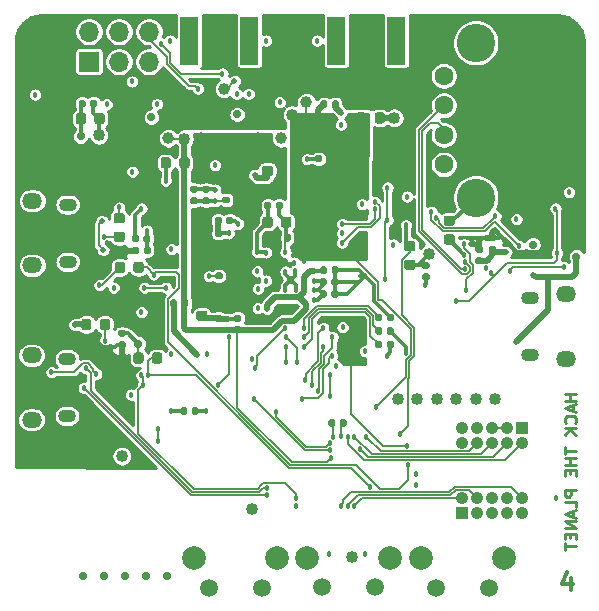
<source format=gbl>
G04 #@! TF.GenerationSoftware,KiCad,Pcbnew,5.1.6*
G04 #@! TF.CreationDate,2020-05-21T11:34:31+02:00*
G04 #@! TF.ProjectId,luna_rev0,6c756e61-5f72-4657-9630-2e6b69636164,r0*
G04 #@! TF.SameCoordinates,Original*
G04 #@! TF.FileFunction,Copper,L4,Bot*
G04 #@! TF.FilePolarity,Positive*
%FSLAX46Y46*%
G04 Gerber Fmt 4.6, Leading zero omitted, Abs format (unit mm)*
G04 Created by KiCad (PCBNEW 5.1.6) date 2020-05-21 11:34:31*
%MOMM*%
%LPD*%
G01*
G04 APERTURE LIST*
G04 #@! TA.AperFunction,NonConductor*
%ADD10C,0.250000*%
G04 #@! TD*
G04 #@! TA.AperFunction,NonConductor*
%ADD11C,0.300000*%
G04 #@! TD*
G04 #@! TA.AperFunction,SMDPad,CuDef*
%ADD12C,1.000000*%
G04 #@! TD*
G04 #@! TA.AperFunction,ComponentPad*
%ADD13O,1.500000X1.100000*%
G04 #@! TD*
G04 #@! TA.AperFunction,ComponentPad*
%ADD14O,1.700000X1.350000*%
G04 #@! TD*
G04 #@! TA.AperFunction,ComponentPad*
%ADD15R,1.700000X1.700000*%
G04 #@! TD*
G04 #@! TA.AperFunction,ComponentPad*
%ADD16O,1.700000X1.700000*%
G04 #@! TD*
G04 #@! TA.AperFunction,ComponentPad*
%ADD17C,1.600000*%
G04 #@! TD*
G04 #@! TA.AperFunction,ComponentPad*
%ADD18C,3.250000*%
G04 #@! TD*
G04 #@! TA.AperFunction,ComponentPad*
%ADD19R,1.066800X1.066800*%
G04 #@! TD*
G04 #@! TA.AperFunction,ComponentPad*
%ADD20C,1.066800*%
G04 #@! TD*
G04 #@! TA.AperFunction,ComponentPad*
%ADD21C,0.762000*%
G04 #@! TD*
G04 #@! TA.AperFunction,SMDPad,CuDef*
%ADD22R,1.524000X4.064000*%
G04 #@! TD*
G04 #@! TA.AperFunction,ComponentPad*
%ADD23C,1.500000*%
G04 #@! TD*
G04 #@! TA.AperFunction,ComponentPad*
%ADD24C,2.000000*%
G04 #@! TD*
G04 #@! TA.AperFunction,ViaPad*
%ADD25C,0.457200*%
G04 #@! TD*
G04 #@! TA.AperFunction,ViaPad*
%ADD26C,1.016000*%
G04 #@! TD*
G04 #@! TA.AperFunction,ViaPad*
%ADD27C,0.711200*%
G04 #@! TD*
G04 #@! TA.AperFunction,ViaPad*
%ADD28C,0.508000*%
G04 #@! TD*
G04 #@! TA.AperFunction,Conductor*
%ADD29C,0.304800*%
G04 #@! TD*
G04 #@! TA.AperFunction,Conductor*
%ADD30C,0.203200*%
G04 #@! TD*
G04 #@! TA.AperFunction,Conductor*
%ADD31C,0.127000*%
G04 #@! TD*
G04 #@! TA.AperFunction,Conductor*
%ADD32C,0.508000*%
G04 #@! TD*
G04 #@! TA.AperFunction,Conductor*
%ADD33C,0.152400*%
G04 #@! TD*
G04 #@! TA.AperFunction,Conductor*
%ADD34C,0.254000*%
G04 #@! TD*
G04 APERTURE END LIST*
D10*
X139952380Y-98476190D02*
X138952380Y-98476190D01*
X139428571Y-98476190D02*
X139428571Y-99047619D01*
X139952380Y-99047619D02*
X138952380Y-99047619D01*
X139666666Y-99476190D02*
X139666666Y-99952380D01*
X139952380Y-99380952D02*
X138952380Y-99714285D01*
X139952380Y-100047619D01*
X139857142Y-100952380D02*
X139904761Y-100904761D01*
X139952380Y-100761904D01*
X139952380Y-100666666D01*
X139904761Y-100523809D01*
X139809523Y-100428571D01*
X139714285Y-100380952D01*
X139523809Y-100333333D01*
X139380952Y-100333333D01*
X139190476Y-100380952D01*
X139095238Y-100428571D01*
X139000000Y-100523809D01*
X138952380Y-100666666D01*
X138952380Y-100761904D01*
X139000000Y-100904761D01*
X139047619Y-100952380D01*
X139952380Y-101380952D02*
X138952380Y-101380952D01*
X139952380Y-101952380D02*
X139380952Y-101523809D01*
X138952380Y-101952380D02*
X139523809Y-101380952D01*
X138952380Y-103000000D02*
X138952380Y-103571428D01*
X139952380Y-103285714D02*
X138952380Y-103285714D01*
X139952380Y-103904761D02*
X138952380Y-103904761D01*
X139428571Y-103904761D02*
X139428571Y-104476190D01*
X139952380Y-104476190D02*
X138952380Y-104476190D01*
X139428571Y-104952380D02*
X139428571Y-105285714D01*
X139952380Y-105428571D02*
X139952380Y-104952380D01*
X138952380Y-104952380D01*
X138952380Y-105428571D01*
X139952380Y-106619047D02*
X138952380Y-106619047D01*
X138952380Y-107000000D01*
X139000000Y-107095238D01*
X139047619Y-107142857D01*
X139142857Y-107190476D01*
X139285714Y-107190476D01*
X139380952Y-107142857D01*
X139428571Y-107095238D01*
X139476190Y-107000000D01*
X139476190Y-106619047D01*
X139952380Y-108095238D02*
X139952380Y-107619047D01*
X138952380Y-107619047D01*
X139666666Y-108380952D02*
X139666666Y-108857142D01*
X139952380Y-108285714D02*
X138952380Y-108619047D01*
X139952380Y-108952380D01*
X139952380Y-109285714D02*
X138952380Y-109285714D01*
X139952380Y-109857142D01*
X138952380Y-109857142D01*
X139428571Y-110333333D02*
X139428571Y-110666666D01*
X139952380Y-110809523D02*
X139952380Y-110333333D01*
X138952380Y-110333333D01*
X138952380Y-110809523D01*
X138952380Y-111095238D02*
X138952380Y-111666666D01*
X139952380Y-111380952D02*
X138952380Y-111380952D01*
D11*
X139477714Y-114105571D02*
X139477714Y-115105571D01*
X139120571Y-113534142D02*
X138763428Y-114605571D01*
X139692000Y-114605571D01*
D12*
X105410000Y-76835000D03*
X113030000Y-76835000D03*
X110109000Y-72644000D03*
X117094000Y-73787000D03*
X114935000Y-76835000D03*
D13*
X136060500Y-95201000D03*
X136060500Y-90361000D03*
D14*
X139060500Y-95511000D03*
X139060500Y-90051000D03*
X93881000Y-87604500D03*
X93881000Y-82144500D03*
D13*
X96881000Y-87294500D03*
X96881000Y-82454500D03*
X96817500Y-95535500D03*
X96817500Y-100375500D03*
D14*
X93817500Y-95225500D03*
X93817500Y-100685500D03*
D15*
X98679000Y-70358000D03*
D16*
X98679000Y-67818000D03*
X101219000Y-70358000D03*
X101219000Y-67818000D03*
X103759000Y-70358000D03*
X103759000Y-67818000D03*
G04 #@! TA.AperFunction,SMDPad,CuDef*
G36*
G01*
X114048250Y-81616000D02*
X113535750Y-81616000D01*
G75*
G02*
X113317000Y-81397250I0J218750D01*
G01*
X113317000Y-80959750D01*
G75*
G02*
X113535750Y-80741000I218750J0D01*
G01*
X114048250Y-80741000D01*
G75*
G02*
X114267000Y-80959750I0J-218750D01*
G01*
X114267000Y-81397250D01*
G75*
G02*
X114048250Y-81616000I-218750J0D01*
G01*
G37*
G04 #@! TD.AperFunction*
G04 #@! TA.AperFunction,SMDPad,CuDef*
G36*
G01*
X114048250Y-80041000D02*
X113535750Y-80041000D01*
G75*
G02*
X113317000Y-79822250I0J218750D01*
G01*
X113317000Y-79384750D01*
G75*
G02*
X113535750Y-79166000I218750J0D01*
G01*
X114048250Y-79166000D01*
G75*
G02*
X114267000Y-79384750I0J-218750D01*
G01*
X114267000Y-79822250D01*
G75*
G02*
X114048250Y-80041000I-218750J0D01*
G01*
G37*
G04 #@! TD.AperFunction*
G04 #@! TA.AperFunction,SMDPad,CuDef*
G36*
G01*
X107973150Y-91434400D02*
X108485650Y-91434400D01*
G75*
G02*
X108704400Y-91653150I0J-218750D01*
G01*
X108704400Y-92090650D01*
G75*
G02*
X108485650Y-92309400I-218750J0D01*
G01*
X107973150Y-92309400D01*
G75*
G02*
X107754400Y-92090650I0J218750D01*
G01*
X107754400Y-91653150D01*
G75*
G02*
X107973150Y-91434400I218750J0D01*
G01*
G37*
G04 #@! TD.AperFunction*
G04 #@! TA.AperFunction,SMDPad,CuDef*
G36*
G01*
X107973150Y-89859400D02*
X108485650Y-89859400D01*
G75*
G02*
X108704400Y-90078150I0J-218750D01*
G01*
X108704400Y-90515650D01*
G75*
G02*
X108485650Y-90734400I-218750J0D01*
G01*
X107973150Y-90734400D01*
G75*
G02*
X107754400Y-90515650I0J218750D01*
G01*
X107754400Y-90078150D01*
G75*
G02*
X107973150Y-89859400I218750J0D01*
G01*
G37*
G04 #@! TD.AperFunction*
G04 #@! TA.AperFunction,SMDPad,CuDef*
G36*
G01*
X100005500Y-74927750D02*
X100005500Y-75440250D01*
G75*
G02*
X99786750Y-75659000I-218750J0D01*
G01*
X99349250Y-75659000D01*
G75*
G02*
X99130500Y-75440250I0J218750D01*
G01*
X99130500Y-74927750D01*
G75*
G02*
X99349250Y-74709000I218750J0D01*
G01*
X99786750Y-74709000D01*
G75*
G02*
X100005500Y-74927750I0J-218750D01*
G01*
G37*
G04 #@! TD.AperFunction*
G04 #@! TA.AperFunction,SMDPad,CuDef*
G36*
G01*
X98430500Y-74927750D02*
X98430500Y-75440250D01*
G75*
G02*
X98211750Y-75659000I-218750J0D01*
G01*
X97774250Y-75659000D01*
G75*
G02*
X97555500Y-75440250I0J218750D01*
G01*
X97555500Y-74927750D01*
G75*
G02*
X97774250Y-74709000I218750J0D01*
G01*
X98211750Y-74709000D01*
G75*
G02*
X98430500Y-74927750I0J-218750D01*
G01*
G37*
G04 #@! TD.AperFunction*
G04 #@! TA.AperFunction,SMDPad,CuDef*
G36*
G01*
X114929500Y-84203250D02*
X114929500Y-83690750D01*
G75*
G02*
X115148250Y-83472000I218750J0D01*
G01*
X115585750Y-83472000D01*
G75*
G02*
X115804500Y-83690750I0J-218750D01*
G01*
X115804500Y-84203250D01*
G75*
G02*
X115585750Y-84422000I-218750J0D01*
G01*
X115148250Y-84422000D01*
G75*
G02*
X114929500Y-84203250I0J218750D01*
G01*
G37*
G04 #@! TD.AperFunction*
G04 #@! TA.AperFunction,SMDPad,CuDef*
G36*
G01*
X113354500Y-84203250D02*
X113354500Y-83690750D01*
G75*
G02*
X113573250Y-83472000I218750J0D01*
G01*
X114010750Y-83472000D01*
G75*
G02*
X114229500Y-83690750I0J-218750D01*
G01*
X114229500Y-84203250D01*
G75*
G02*
X114010750Y-84422000I-218750J0D01*
G01*
X113573250Y-84422000D01*
G75*
G02*
X113354500Y-84203250I0J218750D01*
G01*
G37*
G04 #@! TD.AperFunction*
G04 #@! TA.AperFunction,SMDPad,CuDef*
G36*
G01*
X110114300Y-80804800D02*
X110459300Y-80804800D01*
G75*
G02*
X110606800Y-80952300I0J-147500D01*
G01*
X110606800Y-81247300D01*
G75*
G02*
X110459300Y-81394800I-147500J0D01*
G01*
X110114300Y-81394800D01*
G75*
G02*
X109966800Y-81247300I0J147500D01*
G01*
X109966800Y-80952300D01*
G75*
G02*
X110114300Y-80804800I147500J0D01*
G01*
G37*
G04 #@! TD.AperFunction*
G04 #@! TA.AperFunction,SMDPad,CuDef*
G36*
G01*
X110114300Y-81774800D02*
X110459300Y-81774800D01*
G75*
G02*
X110606800Y-81922300I0J-147500D01*
G01*
X110606800Y-82217300D01*
G75*
G02*
X110459300Y-82364800I-147500J0D01*
G01*
X110114300Y-82364800D01*
G75*
G02*
X109966800Y-82217300I0J147500D01*
G01*
X109966800Y-81922300D01*
G75*
G02*
X110114300Y-81774800I147500J0D01*
G01*
G37*
G04 #@! TD.AperFunction*
G04 #@! TA.AperFunction,SMDPad,CuDef*
G36*
G01*
X120500500Y-100792500D02*
X120500500Y-101137500D01*
G75*
G02*
X120353000Y-101285000I-147500J0D01*
G01*
X120058000Y-101285000D01*
G75*
G02*
X119910500Y-101137500I0J147500D01*
G01*
X119910500Y-100792500D01*
G75*
G02*
X120058000Y-100645000I147500J0D01*
G01*
X120353000Y-100645000D01*
G75*
G02*
X120500500Y-100792500I0J-147500D01*
G01*
G37*
G04 #@! TD.AperFunction*
G04 #@! TA.AperFunction,SMDPad,CuDef*
G36*
G01*
X119530500Y-100792500D02*
X119530500Y-101137500D01*
G75*
G02*
X119383000Y-101285000I-147500J0D01*
G01*
X119088000Y-101285000D01*
G75*
G02*
X118940500Y-101137500I0J147500D01*
G01*
X118940500Y-100792500D01*
G75*
G02*
X119088000Y-100645000I147500J0D01*
G01*
X119383000Y-100645000D01*
G75*
G02*
X119530500Y-100792500I0J-147500D01*
G01*
G37*
G04 #@! TD.AperFunction*
G04 #@! TA.AperFunction,SMDPad,CuDef*
G36*
G01*
X115483000Y-89009000D02*
X115483000Y-88664000D01*
G75*
G02*
X115630500Y-88516500I147500J0D01*
G01*
X115925500Y-88516500D01*
G75*
G02*
X116073000Y-88664000I0J-147500D01*
G01*
X116073000Y-89009000D01*
G75*
G02*
X115925500Y-89156500I-147500J0D01*
G01*
X115630500Y-89156500D01*
G75*
G02*
X115483000Y-89009000I0J147500D01*
G01*
G37*
G04 #@! TD.AperFunction*
G04 #@! TA.AperFunction,SMDPad,CuDef*
G36*
G01*
X114513000Y-89009000D02*
X114513000Y-88664000D01*
G75*
G02*
X114660500Y-88516500I147500J0D01*
G01*
X114955500Y-88516500D01*
G75*
G02*
X115103000Y-88664000I0J-147500D01*
G01*
X115103000Y-89009000D01*
G75*
G02*
X114955500Y-89156500I-147500J0D01*
G01*
X114660500Y-89156500D01*
G75*
G02*
X114513000Y-89009000I0J147500D01*
G01*
G37*
G04 #@! TD.AperFunction*
G04 #@! TA.AperFunction,SMDPad,CuDef*
G36*
G01*
X98385000Y-73741500D02*
X98385000Y-74086500D01*
G75*
G02*
X98237500Y-74234000I-147500J0D01*
G01*
X97942500Y-74234000D01*
G75*
G02*
X97795000Y-74086500I0J147500D01*
G01*
X97795000Y-73741500D01*
G75*
G02*
X97942500Y-73594000I147500J0D01*
G01*
X98237500Y-73594000D01*
G75*
G02*
X98385000Y-73741500I0J-147500D01*
G01*
G37*
G04 #@! TD.AperFunction*
G04 #@! TA.AperFunction,SMDPad,CuDef*
G36*
G01*
X99355000Y-73741500D02*
X99355000Y-74086500D01*
G75*
G02*
X99207500Y-74234000I-147500J0D01*
G01*
X98912500Y-74234000D01*
G75*
G02*
X98765000Y-74086500I0J147500D01*
G01*
X98765000Y-73741500D01*
G75*
G02*
X98912500Y-73594000I147500J0D01*
G01*
X99207500Y-73594000D01*
G75*
G02*
X99355000Y-73741500I0J-147500D01*
G01*
G37*
G04 #@! TD.AperFunction*
G04 #@! TA.AperFunction,SMDPad,CuDef*
G36*
G01*
X114218500Y-85453000D02*
X114218500Y-85108000D01*
G75*
G02*
X114366000Y-84960500I147500J0D01*
G01*
X114661000Y-84960500D01*
G75*
G02*
X114808500Y-85108000I0J-147500D01*
G01*
X114808500Y-85453000D01*
G75*
G02*
X114661000Y-85600500I-147500J0D01*
G01*
X114366000Y-85600500D01*
G75*
G02*
X114218500Y-85453000I0J147500D01*
G01*
G37*
G04 #@! TD.AperFunction*
G04 #@! TA.AperFunction,SMDPad,CuDef*
G36*
G01*
X115188500Y-85453000D02*
X115188500Y-85108000D01*
G75*
G02*
X115336000Y-84960500I147500J0D01*
G01*
X115631000Y-84960500D01*
G75*
G02*
X115778500Y-85108000I0J-147500D01*
G01*
X115778500Y-85453000D01*
G75*
G02*
X115631000Y-85600500I-147500J0D01*
G01*
X115336000Y-85600500D01*
G75*
G02*
X115188500Y-85453000I0J147500D01*
G01*
G37*
G04 #@! TD.AperFunction*
G04 #@! TA.AperFunction,SMDPad,CuDef*
G36*
G01*
X113520000Y-82722500D02*
X113520000Y-82377500D01*
G75*
G02*
X113667500Y-82230000I147500J0D01*
G01*
X113962500Y-82230000D01*
G75*
G02*
X114110000Y-82377500I0J-147500D01*
G01*
X114110000Y-82722500D01*
G75*
G02*
X113962500Y-82870000I-147500J0D01*
G01*
X113667500Y-82870000D01*
G75*
G02*
X113520000Y-82722500I0J147500D01*
G01*
G37*
G04 #@! TD.AperFunction*
G04 #@! TA.AperFunction,SMDPad,CuDef*
G36*
G01*
X114490000Y-82722500D02*
X114490000Y-82377500D01*
G75*
G02*
X114637500Y-82230000I147500J0D01*
G01*
X114932500Y-82230000D01*
G75*
G02*
X115080000Y-82377500I0J-147500D01*
G01*
X115080000Y-82722500D01*
G75*
G02*
X114932500Y-82870000I-147500J0D01*
G01*
X114637500Y-82870000D01*
G75*
G02*
X114490000Y-82722500I0J147500D01*
G01*
G37*
G04 #@! TD.AperFunction*
G04 #@! TA.AperFunction,SMDPad,CuDef*
G36*
G01*
X109837000Y-85194500D02*
X109492000Y-85194500D01*
G75*
G02*
X109344500Y-85047000I0J147500D01*
G01*
X109344500Y-84752000D01*
G75*
G02*
X109492000Y-84604500I147500J0D01*
G01*
X109837000Y-84604500D01*
G75*
G02*
X109984500Y-84752000I0J-147500D01*
G01*
X109984500Y-85047000D01*
G75*
G02*
X109837000Y-85194500I-147500J0D01*
G01*
G37*
G04 #@! TD.AperFunction*
G04 #@! TA.AperFunction,SMDPad,CuDef*
G36*
G01*
X109837000Y-86164500D02*
X109492000Y-86164500D01*
G75*
G02*
X109344500Y-86017000I0J147500D01*
G01*
X109344500Y-85722000D01*
G75*
G02*
X109492000Y-85574500I147500J0D01*
G01*
X109837000Y-85574500D01*
G75*
G02*
X109984500Y-85722000I0J-147500D01*
G01*
X109984500Y-86017000D01*
G75*
G02*
X109837000Y-86164500I-147500J0D01*
G01*
G37*
G04 #@! TD.AperFunction*
G04 #@! TA.AperFunction,SMDPad,CuDef*
G36*
G01*
X109849700Y-88783800D02*
X109504700Y-88783800D01*
G75*
G02*
X109357200Y-88636300I0J147500D01*
G01*
X109357200Y-88341300D01*
G75*
G02*
X109504700Y-88193800I147500J0D01*
G01*
X109849700Y-88193800D01*
G75*
G02*
X109997200Y-88341300I0J-147500D01*
G01*
X109997200Y-88636300D01*
G75*
G02*
X109849700Y-88783800I-147500J0D01*
G01*
G37*
G04 #@! TD.AperFunction*
G04 #@! TA.AperFunction,SMDPad,CuDef*
G36*
G01*
X109849700Y-89753800D02*
X109504700Y-89753800D01*
G75*
G02*
X109357200Y-89606300I0J147500D01*
G01*
X109357200Y-89311300D01*
G75*
G02*
X109504700Y-89163800I147500J0D01*
G01*
X109849700Y-89163800D01*
G75*
G02*
X109997200Y-89311300I0J-147500D01*
G01*
X109997200Y-89606300D01*
G75*
G02*
X109849700Y-89753800I-147500J0D01*
G01*
G37*
G04 #@! TD.AperFunction*
G04 #@! TA.AperFunction,SMDPad,CuDef*
G36*
G01*
X109492000Y-90827500D02*
X109837000Y-90827500D01*
G75*
G02*
X109984500Y-90975000I0J-147500D01*
G01*
X109984500Y-91270000D01*
G75*
G02*
X109837000Y-91417500I-147500J0D01*
G01*
X109492000Y-91417500D01*
G75*
G02*
X109344500Y-91270000I0J147500D01*
G01*
X109344500Y-90975000D01*
G75*
G02*
X109492000Y-90827500I147500J0D01*
G01*
G37*
G04 #@! TD.AperFunction*
G04 #@! TA.AperFunction,SMDPad,CuDef*
G36*
G01*
X109492000Y-91797500D02*
X109837000Y-91797500D01*
G75*
G02*
X109984500Y-91945000I0J-147500D01*
G01*
X109984500Y-92240000D01*
G75*
G02*
X109837000Y-92387500I-147500J0D01*
G01*
X109492000Y-92387500D01*
G75*
G02*
X109344500Y-92240000I0J147500D01*
G01*
X109344500Y-91945000D01*
G75*
G02*
X109492000Y-91797500I147500J0D01*
G01*
G37*
G04 #@! TD.AperFunction*
G04 #@! TA.AperFunction,SMDPad,CuDef*
G36*
G01*
X122867000Y-75376750D02*
X122867000Y-74864250D01*
G75*
G02*
X123085750Y-74645500I218750J0D01*
G01*
X123523250Y-74645500D01*
G75*
G02*
X123742000Y-74864250I0J-218750D01*
G01*
X123742000Y-75376750D01*
G75*
G02*
X123523250Y-75595500I-218750J0D01*
G01*
X123085750Y-75595500D01*
G75*
G02*
X122867000Y-75376750I0J218750D01*
G01*
G37*
G04 #@! TD.AperFunction*
G04 #@! TA.AperFunction,SMDPad,CuDef*
G36*
G01*
X121292000Y-75376750D02*
X121292000Y-74864250D01*
G75*
G02*
X121510750Y-74645500I218750J0D01*
G01*
X121948250Y-74645500D01*
G75*
G02*
X122167000Y-74864250I0J-218750D01*
G01*
X122167000Y-75376750D01*
G75*
G02*
X121948250Y-75595500I-218750J0D01*
G01*
X121510750Y-75595500D01*
G75*
G02*
X121292000Y-75376750I0J218750D01*
G01*
G37*
G04 #@! TD.AperFunction*
G04 #@! TA.AperFunction,SMDPad,CuDef*
G36*
G01*
X118267400Y-74137300D02*
X118267400Y-73792300D01*
G75*
G02*
X118414900Y-73644800I147500J0D01*
G01*
X118709900Y-73644800D01*
G75*
G02*
X118857400Y-73792300I0J-147500D01*
G01*
X118857400Y-74137300D01*
G75*
G02*
X118709900Y-74284800I-147500J0D01*
G01*
X118414900Y-74284800D01*
G75*
G02*
X118267400Y-74137300I0J147500D01*
G01*
G37*
G04 #@! TD.AperFunction*
G04 #@! TA.AperFunction,SMDPad,CuDef*
G36*
G01*
X119237400Y-74137300D02*
X119237400Y-73792300D01*
G75*
G02*
X119384900Y-73644800I147500J0D01*
G01*
X119679900Y-73644800D01*
G75*
G02*
X119827400Y-73792300I0J-147500D01*
G01*
X119827400Y-74137300D01*
G75*
G02*
X119679900Y-74284800I-147500J0D01*
G01*
X119384900Y-74284800D01*
G75*
G02*
X119237400Y-74137300I0J147500D01*
G01*
G37*
G04 #@! TD.AperFunction*
G04 #@! TA.AperFunction,SMDPad,CuDef*
G36*
G01*
X111424500Y-93340000D02*
X111079500Y-93340000D01*
G75*
G02*
X110932000Y-93192500I0J147500D01*
G01*
X110932000Y-92897500D01*
G75*
G02*
X111079500Y-92750000I147500J0D01*
G01*
X111424500Y-92750000D01*
G75*
G02*
X111572000Y-92897500I0J-147500D01*
G01*
X111572000Y-93192500D01*
G75*
G02*
X111424500Y-93340000I-147500J0D01*
G01*
G37*
G04 #@! TD.AperFunction*
G04 #@! TA.AperFunction,SMDPad,CuDef*
G36*
G01*
X111424500Y-92370000D02*
X111079500Y-92370000D01*
G75*
G02*
X110932000Y-92222500I0J147500D01*
G01*
X110932000Y-91927500D01*
G75*
G02*
X111079500Y-91780000I147500J0D01*
G01*
X111424500Y-91780000D01*
G75*
G02*
X111572000Y-91927500I0J-147500D01*
G01*
X111572000Y-92222500D01*
G75*
G02*
X111424500Y-92370000I-147500J0D01*
G01*
G37*
G04 #@! TD.AperFunction*
G04 #@! TA.AperFunction,SMDPad,CuDef*
G36*
G01*
X117937500Y-78295000D02*
X118282500Y-78295000D01*
G75*
G02*
X118430000Y-78442500I0J-147500D01*
G01*
X118430000Y-78737500D01*
G75*
G02*
X118282500Y-78885000I-147500J0D01*
G01*
X117937500Y-78885000D01*
G75*
G02*
X117790000Y-78737500I0J147500D01*
G01*
X117790000Y-78442500D01*
G75*
G02*
X117937500Y-78295000I147500J0D01*
G01*
G37*
G04 #@! TD.AperFunction*
G04 #@! TA.AperFunction,SMDPad,CuDef*
G36*
G01*
X117937500Y-77325000D02*
X118282500Y-77325000D01*
G75*
G02*
X118430000Y-77472500I0J-147500D01*
G01*
X118430000Y-77767500D01*
G75*
G02*
X118282500Y-77915000I-147500J0D01*
G01*
X117937500Y-77915000D01*
G75*
G02*
X117790000Y-77767500I0J147500D01*
G01*
X117790000Y-77472500D01*
G75*
G02*
X117937500Y-77325000I147500J0D01*
G01*
G37*
G04 #@! TD.AperFunction*
G04 #@! TA.AperFunction,SMDPad,CuDef*
G36*
G01*
X119212000Y-88183500D02*
X119212000Y-87838500D01*
G75*
G02*
X119359500Y-87691000I147500J0D01*
G01*
X119654500Y-87691000D01*
G75*
G02*
X119802000Y-87838500I0J-147500D01*
G01*
X119802000Y-88183500D01*
G75*
G02*
X119654500Y-88331000I-147500J0D01*
G01*
X119359500Y-88331000D01*
G75*
G02*
X119212000Y-88183500I0J147500D01*
G01*
G37*
G04 #@! TD.AperFunction*
G04 #@! TA.AperFunction,SMDPad,CuDef*
G36*
G01*
X118242000Y-88183500D02*
X118242000Y-87838500D01*
G75*
G02*
X118389500Y-87691000I147500J0D01*
G01*
X118684500Y-87691000D01*
G75*
G02*
X118832000Y-87838500I0J-147500D01*
G01*
X118832000Y-88183500D01*
G75*
G02*
X118684500Y-88331000I-147500J0D01*
G01*
X118389500Y-88331000D01*
G75*
G02*
X118242000Y-88183500I0J147500D01*
G01*
G37*
G04 #@! TD.AperFunction*
G04 #@! TA.AperFunction,SMDPad,CuDef*
G36*
G01*
X107102000Y-90632500D02*
X107102000Y-90977500D01*
G75*
G02*
X106954500Y-91125000I-147500J0D01*
G01*
X106659500Y-91125000D01*
G75*
G02*
X106512000Y-90977500I0J147500D01*
G01*
X106512000Y-90632500D01*
G75*
G02*
X106659500Y-90485000I147500J0D01*
G01*
X106954500Y-90485000D01*
G75*
G02*
X107102000Y-90632500I0J-147500D01*
G01*
G37*
G04 #@! TD.AperFunction*
G04 #@! TA.AperFunction,SMDPad,CuDef*
G36*
G01*
X106132000Y-90632500D02*
X106132000Y-90977500D01*
G75*
G02*
X105984500Y-91125000I-147500J0D01*
G01*
X105689500Y-91125000D01*
G75*
G02*
X105542000Y-90977500I0J147500D01*
G01*
X105542000Y-90632500D01*
G75*
G02*
X105689500Y-90485000I147500J0D01*
G01*
X105984500Y-90485000D01*
G75*
G02*
X106132000Y-90632500I0J-147500D01*
G01*
G37*
G04 #@! TD.AperFunction*
G04 #@! TA.AperFunction,SMDPad,CuDef*
G36*
G01*
X107196340Y-78656470D02*
X107196340Y-79168970D01*
G75*
G02*
X106977590Y-79387720I-218750J0D01*
G01*
X106540090Y-79387720D01*
G75*
G02*
X106321340Y-79168970I0J218750D01*
G01*
X106321340Y-78656470D01*
G75*
G02*
X106540090Y-78437720I218750J0D01*
G01*
X106977590Y-78437720D01*
G75*
G02*
X107196340Y-78656470I0J-218750D01*
G01*
G37*
G04 #@! TD.AperFunction*
G04 #@! TA.AperFunction,SMDPad,CuDef*
G36*
G01*
X105621340Y-78656470D02*
X105621340Y-79168970D01*
G75*
G02*
X105402590Y-79387720I-218750J0D01*
G01*
X104965090Y-79387720D01*
G75*
G02*
X104746340Y-79168970I0J218750D01*
G01*
X104746340Y-78656470D01*
G75*
G02*
X104965090Y-78437720I218750J0D01*
G01*
X105402590Y-78437720D01*
G75*
G02*
X105621340Y-78656470I0J-218750D01*
G01*
G37*
G04 #@! TD.AperFunction*
G04 #@! TA.AperFunction,SMDPad,CuDef*
G36*
G01*
X107396500Y-80881000D02*
X107741500Y-80881000D01*
G75*
G02*
X107889000Y-81028500I0J-147500D01*
G01*
X107889000Y-81323500D01*
G75*
G02*
X107741500Y-81471000I-147500J0D01*
G01*
X107396500Y-81471000D01*
G75*
G02*
X107249000Y-81323500I0J147500D01*
G01*
X107249000Y-81028500D01*
G75*
G02*
X107396500Y-80881000I147500J0D01*
G01*
G37*
G04 #@! TD.AperFunction*
G04 #@! TA.AperFunction,SMDPad,CuDef*
G36*
G01*
X107396500Y-81851000D02*
X107741500Y-81851000D01*
G75*
G02*
X107889000Y-81998500I0J-147500D01*
G01*
X107889000Y-82293500D01*
G75*
G02*
X107741500Y-82441000I-147500J0D01*
G01*
X107396500Y-82441000D01*
G75*
G02*
X107249000Y-82293500I0J147500D01*
G01*
X107249000Y-81998500D01*
G75*
G02*
X107396500Y-81851000I147500J0D01*
G01*
G37*
G04 #@! TD.AperFunction*
G04 #@! TA.AperFunction,SMDPad,CuDef*
G36*
G01*
X108412500Y-81851000D02*
X108757500Y-81851000D01*
G75*
G02*
X108905000Y-81998500I0J-147500D01*
G01*
X108905000Y-82293500D01*
G75*
G02*
X108757500Y-82441000I-147500J0D01*
G01*
X108412500Y-82441000D01*
G75*
G02*
X108265000Y-82293500I0J147500D01*
G01*
X108265000Y-81998500D01*
G75*
G02*
X108412500Y-81851000I147500J0D01*
G01*
G37*
G04 #@! TD.AperFunction*
G04 #@! TA.AperFunction,SMDPad,CuDef*
G36*
G01*
X108412500Y-80881000D02*
X108757500Y-80881000D01*
G75*
G02*
X108905000Y-81028500I0J-147500D01*
G01*
X108905000Y-81323500D01*
G75*
G02*
X108757500Y-81471000I-147500J0D01*
G01*
X108412500Y-81471000D01*
G75*
G02*
X108265000Y-81323500I0J147500D01*
G01*
X108265000Y-81028500D01*
G75*
G02*
X108412500Y-80881000I147500J0D01*
G01*
G37*
G04 #@! TD.AperFunction*
G04 #@! TA.AperFunction,SMDPad,CuDef*
G36*
G01*
X118219000Y-90215500D02*
X118219000Y-89870500D01*
G75*
G02*
X118366500Y-89723000I147500J0D01*
G01*
X118661500Y-89723000D01*
G75*
G02*
X118809000Y-89870500I0J-147500D01*
G01*
X118809000Y-90215500D01*
G75*
G02*
X118661500Y-90363000I-147500J0D01*
G01*
X118366500Y-90363000D01*
G75*
G02*
X118219000Y-90215500I0J147500D01*
G01*
G37*
G04 #@! TD.AperFunction*
G04 #@! TA.AperFunction,SMDPad,CuDef*
G36*
G01*
X119189000Y-90215500D02*
X119189000Y-89870500D01*
G75*
G02*
X119336500Y-89723000I147500J0D01*
G01*
X119631500Y-89723000D01*
G75*
G02*
X119779000Y-89870500I0J-147500D01*
G01*
X119779000Y-90215500D01*
G75*
G02*
X119631500Y-90363000I-147500J0D01*
G01*
X119336500Y-90363000D01*
G75*
G02*
X119189000Y-90215500I0J147500D01*
G01*
G37*
G04 #@! TD.AperFunction*
G04 #@! TA.AperFunction,SMDPad,CuDef*
G36*
G01*
X103291000Y-85516500D02*
X103291000Y-85171500D01*
G75*
G02*
X103438500Y-85024000I147500J0D01*
G01*
X103733500Y-85024000D01*
G75*
G02*
X103881000Y-85171500I0J-147500D01*
G01*
X103881000Y-85516500D01*
G75*
G02*
X103733500Y-85664000I-147500J0D01*
G01*
X103438500Y-85664000D01*
G75*
G02*
X103291000Y-85516500I0J147500D01*
G01*
G37*
G04 #@! TD.AperFunction*
G04 #@! TA.AperFunction,SMDPad,CuDef*
G36*
G01*
X102321000Y-85516500D02*
X102321000Y-85171500D01*
G75*
G02*
X102468500Y-85024000I147500J0D01*
G01*
X102763500Y-85024000D01*
G75*
G02*
X102911000Y-85171500I0J-147500D01*
G01*
X102911000Y-85516500D01*
G75*
G02*
X102763500Y-85664000I-147500J0D01*
G01*
X102468500Y-85664000D01*
G75*
G02*
X102321000Y-85516500I0J147500D01*
G01*
G37*
G04 #@! TD.AperFunction*
G04 #@! TA.AperFunction,SMDPad,CuDef*
G36*
G01*
X109919000Y-83647500D02*
X109919000Y-83992500D01*
G75*
G02*
X109771500Y-84140000I-147500J0D01*
G01*
X109476500Y-84140000D01*
G75*
G02*
X109329000Y-83992500I0J147500D01*
G01*
X109329000Y-83647500D01*
G75*
G02*
X109476500Y-83500000I147500J0D01*
G01*
X109771500Y-83500000D01*
G75*
G02*
X109919000Y-83647500I0J-147500D01*
G01*
G37*
G04 #@! TD.AperFunction*
G04 #@! TA.AperFunction,SMDPad,CuDef*
G36*
G01*
X110889000Y-83647500D02*
X110889000Y-83992500D01*
G75*
G02*
X110741500Y-84140000I-147500J0D01*
G01*
X110446500Y-84140000D01*
G75*
G02*
X110299000Y-83992500I0J147500D01*
G01*
X110299000Y-83647500D01*
G75*
G02*
X110446500Y-83500000I147500J0D01*
G01*
X110741500Y-83500000D01*
G75*
G02*
X110889000Y-83647500I0J-147500D01*
G01*
G37*
G04 #@! TD.AperFunction*
G04 #@! TA.AperFunction,SMDPad,CuDef*
G36*
G01*
X100462700Y-92352150D02*
X100462700Y-92864650D01*
G75*
G02*
X100243950Y-93083400I-218750J0D01*
G01*
X99806450Y-93083400D01*
G75*
G02*
X99587700Y-92864650I0J218750D01*
G01*
X99587700Y-92352150D01*
G75*
G02*
X99806450Y-92133400I218750J0D01*
G01*
X100243950Y-92133400D01*
G75*
G02*
X100462700Y-92352150I0J-218750D01*
G01*
G37*
G04 #@! TD.AperFunction*
G04 #@! TA.AperFunction,SMDPad,CuDef*
G36*
G01*
X98887700Y-92352150D02*
X98887700Y-92864650D01*
G75*
G02*
X98668950Y-93083400I-218750J0D01*
G01*
X98231450Y-93083400D01*
G75*
G02*
X98012700Y-92864650I0J218750D01*
G01*
X98012700Y-92352150D01*
G75*
G02*
X98231450Y-92133400I218750J0D01*
G01*
X98668950Y-92133400D01*
G75*
G02*
X98887700Y-92352150I0J-218750D01*
G01*
G37*
G04 #@! TD.AperFunction*
G04 #@! TA.AperFunction,SMDPad,CuDef*
G36*
G01*
X103307300Y-95196950D02*
X103307300Y-95709450D01*
G75*
G02*
X103088550Y-95928200I-218750J0D01*
G01*
X102651050Y-95928200D01*
G75*
G02*
X102432300Y-95709450I0J218750D01*
G01*
X102432300Y-95196950D01*
G75*
G02*
X102651050Y-94978200I218750J0D01*
G01*
X103088550Y-94978200D01*
G75*
G02*
X103307300Y-95196950I0J-218750D01*
G01*
G37*
G04 #@! TD.AperFunction*
G04 #@! TA.AperFunction,SMDPad,CuDef*
G36*
G01*
X104882300Y-95196950D02*
X104882300Y-95709450D01*
G75*
G02*
X104663550Y-95928200I-218750J0D01*
G01*
X104226050Y-95928200D01*
G75*
G02*
X104007300Y-95709450I0J218750D01*
G01*
X104007300Y-95196950D01*
G75*
G02*
X104226050Y-94978200I218750J0D01*
G01*
X104663550Y-94978200D01*
G75*
G02*
X104882300Y-95196950I0J-218750D01*
G01*
G37*
G04 #@! TD.AperFunction*
G04 #@! TA.AperFunction,SMDPad,CuDef*
G36*
G01*
X101645500Y-93663000D02*
X101300500Y-93663000D01*
G75*
G02*
X101153000Y-93515500I0J147500D01*
G01*
X101153000Y-93220500D01*
G75*
G02*
X101300500Y-93073000I147500J0D01*
G01*
X101645500Y-93073000D01*
G75*
G02*
X101793000Y-93220500I0J-147500D01*
G01*
X101793000Y-93515500D01*
G75*
G02*
X101645500Y-93663000I-147500J0D01*
G01*
G37*
G04 #@! TD.AperFunction*
G04 #@! TA.AperFunction,SMDPad,CuDef*
G36*
G01*
X101645500Y-94633000D02*
X101300500Y-94633000D01*
G75*
G02*
X101153000Y-94485500I0J147500D01*
G01*
X101153000Y-94190500D01*
G75*
G02*
X101300500Y-94043000I147500J0D01*
G01*
X101645500Y-94043000D01*
G75*
G02*
X101793000Y-94190500I0J-147500D01*
G01*
X101793000Y-94485500D01*
G75*
G02*
X101645500Y-94633000I-147500J0D01*
G01*
G37*
G04 #@! TD.AperFunction*
G04 #@! TA.AperFunction,SMDPad,CuDef*
G36*
G01*
X118219000Y-89199500D02*
X118219000Y-88854500D01*
G75*
G02*
X118366500Y-88707000I147500J0D01*
G01*
X118661500Y-88707000D01*
G75*
G02*
X118809000Y-88854500I0J-147500D01*
G01*
X118809000Y-89199500D01*
G75*
G02*
X118661500Y-89347000I-147500J0D01*
G01*
X118366500Y-89347000D01*
G75*
G02*
X118219000Y-89199500I0J147500D01*
G01*
G37*
G04 #@! TD.AperFunction*
G04 #@! TA.AperFunction,SMDPad,CuDef*
G36*
G01*
X119189000Y-89199500D02*
X119189000Y-88854500D01*
G75*
G02*
X119336500Y-88707000I147500J0D01*
G01*
X119631500Y-88707000D01*
G75*
G02*
X119779000Y-88854500I0J-147500D01*
G01*
X119779000Y-89199500D01*
G75*
G02*
X119631500Y-89347000I-147500J0D01*
G01*
X119336500Y-89347000D01*
G75*
G02*
X119189000Y-89199500I0J147500D01*
G01*
G37*
G04 #@! TD.AperFunction*
G04 #@! TA.AperFunction,SMDPad,CuDef*
G36*
G01*
X127363000Y-88877500D02*
X127018000Y-88877500D01*
G75*
G02*
X126870500Y-88730000I0J147500D01*
G01*
X126870500Y-88435000D01*
G75*
G02*
X127018000Y-88287500I147500J0D01*
G01*
X127363000Y-88287500D01*
G75*
G02*
X127510500Y-88435000I0J-147500D01*
G01*
X127510500Y-88730000D01*
G75*
G02*
X127363000Y-88877500I-147500J0D01*
G01*
G37*
G04 #@! TD.AperFunction*
G04 #@! TA.AperFunction,SMDPad,CuDef*
G36*
G01*
X127363000Y-87907500D02*
X127018000Y-87907500D01*
G75*
G02*
X126870500Y-87760000I0J147500D01*
G01*
X126870500Y-87465000D01*
G75*
G02*
X127018000Y-87317500I147500J0D01*
G01*
X127363000Y-87317500D01*
G75*
G02*
X127510500Y-87465000I0J-147500D01*
G01*
X127510500Y-87760000D01*
G75*
G02*
X127363000Y-87907500I-147500J0D01*
G01*
G37*
G04 #@! TD.AperFunction*
G04 #@! TA.AperFunction,SMDPad,CuDef*
G36*
G01*
X129427950Y-84272540D02*
X128915450Y-84272540D01*
G75*
G02*
X128696700Y-84053790I0J218750D01*
G01*
X128696700Y-83616290D01*
G75*
G02*
X128915450Y-83397540I218750J0D01*
G01*
X129427950Y-83397540D01*
G75*
G02*
X129646700Y-83616290I0J-218750D01*
G01*
X129646700Y-84053790D01*
G75*
G02*
X129427950Y-84272540I-218750J0D01*
G01*
G37*
G04 #@! TD.AperFunction*
G04 #@! TA.AperFunction,SMDPad,CuDef*
G36*
G01*
X129427950Y-85847540D02*
X128915450Y-85847540D01*
G75*
G02*
X128696700Y-85628790I0J218750D01*
G01*
X128696700Y-85191290D01*
G75*
G02*
X128915450Y-84972540I218750J0D01*
G01*
X129427950Y-84972540D01*
G75*
G02*
X129646700Y-85191290I0J-218750D01*
G01*
X129646700Y-85628790D01*
G75*
G02*
X129427950Y-85847540I-218750J0D01*
G01*
G37*
G04 #@! TD.AperFunction*
G04 #@! TA.AperFunction,SMDPad,CuDef*
G36*
G01*
X125575350Y-85541300D02*
X126087850Y-85541300D01*
G75*
G02*
X126306600Y-85760050I0J-218750D01*
G01*
X126306600Y-86197550D01*
G75*
G02*
X126087850Y-86416300I-218750J0D01*
G01*
X125575350Y-86416300D01*
G75*
G02*
X125356600Y-86197550I0J218750D01*
G01*
X125356600Y-85760050D01*
G75*
G02*
X125575350Y-85541300I218750J0D01*
G01*
G37*
G04 #@! TD.AperFunction*
G04 #@! TA.AperFunction,SMDPad,CuDef*
G36*
G01*
X125575350Y-87116300D02*
X126087850Y-87116300D01*
G75*
G02*
X126306600Y-87335050I0J-218750D01*
G01*
X126306600Y-87772550D01*
G75*
G02*
X126087850Y-87991300I-218750J0D01*
G01*
X125575350Y-87991300D01*
G75*
G02*
X125356600Y-87772550I0J218750D01*
G01*
X125356600Y-87335050D01*
G75*
G02*
X125575350Y-87116300I218750J0D01*
G01*
G37*
G04 #@! TD.AperFunction*
G04 #@! TA.AperFunction,SMDPad,CuDef*
G36*
G01*
X131526500Y-85938000D02*
X131871500Y-85938000D01*
G75*
G02*
X132019000Y-86085500I0J-147500D01*
G01*
X132019000Y-86380500D01*
G75*
G02*
X131871500Y-86528000I-147500J0D01*
G01*
X131526500Y-86528000D01*
G75*
G02*
X131379000Y-86380500I0J147500D01*
G01*
X131379000Y-86085500D01*
G75*
G02*
X131526500Y-85938000I147500J0D01*
G01*
G37*
G04 #@! TD.AperFunction*
G04 #@! TA.AperFunction,SMDPad,CuDef*
G36*
G01*
X131526500Y-86908000D02*
X131871500Y-86908000D01*
G75*
G02*
X132019000Y-87055500I0J-147500D01*
G01*
X132019000Y-87350500D01*
G75*
G02*
X131871500Y-87498000I-147500J0D01*
G01*
X131526500Y-87498000D01*
G75*
G02*
X131379000Y-87350500I0J147500D01*
G01*
X131379000Y-87055500D01*
G75*
G02*
X131526500Y-86908000I147500J0D01*
G01*
G37*
G04 #@! TD.AperFunction*
G04 #@! TA.AperFunction,SMDPad,CuDef*
G36*
G01*
X132669500Y-85938000D02*
X133014500Y-85938000D01*
G75*
G02*
X133162000Y-86085500I0J-147500D01*
G01*
X133162000Y-86380500D01*
G75*
G02*
X133014500Y-86528000I-147500J0D01*
G01*
X132669500Y-86528000D01*
G75*
G02*
X132522000Y-86380500I0J147500D01*
G01*
X132522000Y-86085500D01*
G75*
G02*
X132669500Y-85938000I147500J0D01*
G01*
G37*
G04 #@! TD.AperFunction*
G04 #@! TA.AperFunction,SMDPad,CuDef*
G36*
G01*
X132669500Y-84968000D02*
X133014500Y-84968000D01*
G75*
G02*
X133162000Y-85115500I0J-147500D01*
G01*
X133162000Y-85410500D01*
G75*
G02*
X133014500Y-85558000I-147500J0D01*
G01*
X132669500Y-85558000D01*
G75*
G02*
X132522000Y-85410500I0J147500D01*
G01*
X132522000Y-85115500D01*
G75*
G02*
X132669500Y-84968000I147500J0D01*
G01*
G37*
G04 #@! TD.AperFunction*
G04 #@! TA.AperFunction,SMDPad,CuDef*
G36*
G01*
X102344000Y-86532500D02*
X102344000Y-86187500D01*
G75*
G02*
X102491500Y-86040000I147500J0D01*
G01*
X102786500Y-86040000D01*
G75*
G02*
X102934000Y-86187500I0J-147500D01*
G01*
X102934000Y-86532500D01*
G75*
G02*
X102786500Y-86680000I-147500J0D01*
G01*
X102491500Y-86680000D01*
G75*
G02*
X102344000Y-86532500I0J147500D01*
G01*
G37*
G04 #@! TD.AperFunction*
G04 #@! TA.AperFunction,SMDPad,CuDef*
G36*
G01*
X103314000Y-86532500D02*
X103314000Y-86187500D01*
G75*
G02*
X103461500Y-86040000I147500J0D01*
G01*
X103756500Y-86040000D01*
G75*
G02*
X103904000Y-86187500I0J-147500D01*
G01*
X103904000Y-86532500D01*
G75*
G02*
X103756500Y-86680000I-147500J0D01*
G01*
X103461500Y-86680000D01*
G75*
G02*
X103314000Y-86532500I0J147500D01*
G01*
G37*
G04 #@! TD.AperFunction*
G04 #@! TA.AperFunction,SMDPad,CuDef*
G36*
G01*
X101500650Y-84054100D02*
X100988150Y-84054100D01*
G75*
G02*
X100769400Y-83835350I0J218750D01*
G01*
X100769400Y-83397850D01*
G75*
G02*
X100988150Y-83179100I218750J0D01*
G01*
X101500650Y-83179100D01*
G75*
G02*
X101719400Y-83397850I0J-218750D01*
G01*
X101719400Y-83835350D01*
G75*
G02*
X101500650Y-84054100I-218750J0D01*
G01*
G37*
G04 #@! TD.AperFunction*
G04 #@! TA.AperFunction,SMDPad,CuDef*
G36*
G01*
X101500650Y-85629100D02*
X100988150Y-85629100D01*
G75*
G02*
X100769400Y-85410350I0J218750D01*
G01*
X100769400Y-84972850D01*
G75*
G02*
X100988150Y-84754100I218750J0D01*
G01*
X101500650Y-84754100D01*
G75*
G02*
X101719400Y-84972850I0J-218750D01*
G01*
X101719400Y-85410350D01*
G75*
G02*
X101500650Y-85629100I-218750J0D01*
G01*
G37*
G04 #@! TD.AperFunction*
G04 #@! TA.AperFunction,SMDPad,CuDef*
G36*
G01*
X106998000Y-99776500D02*
X106998000Y-100121500D01*
G75*
G02*
X106850500Y-100269000I-147500J0D01*
G01*
X106555500Y-100269000D01*
G75*
G02*
X106408000Y-100121500I0J147500D01*
G01*
X106408000Y-99776500D01*
G75*
G02*
X106555500Y-99629000I147500J0D01*
G01*
X106850500Y-99629000D01*
G75*
G02*
X106998000Y-99776500I0J-147500D01*
G01*
G37*
G04 #@! TD.AperFunction*
G04 #@! TA.AperFunction,SMDPad,CuDef*
G36*
G01*
X107968000Y-99776500D02*
X107968000Y-100121500D01*
G75*
G02*
X107820500Y-100269000I-147500J0D01*
G01*
X107525500Y-100269000D01*
G75*
G02*
X107378000Y-100121500I0J147500D01*
G01*
X107378000Y-99776500D01*
G75*
G02*
X107525500Y-99629000I147500J0D01*
G01*
X107820500Y-99629000D01*
G75*
G02*
X107968000Y-99776500I0J-147500D01*
G01*
G37*
G04 #@! TD.AperFunction*
G04 #@! TA.AperFunction,SMDPad,CuDef*
G36*
G01*
X103307500Y-87526150D02*
X103307500Y-88038650D01*
G75*
G02*
X103088750Y-88257400I-218750J0D01*
G01*
X102651250Y-88257400D01*
G75*
G02*
X102432500Y-88038650I0J218750D01*
G01*
X102432500Y-87526150D01*
G75*
G02*
X102651250Y-87307400I218750J0D01*
G01*
X103088750Y-87307400D01*
G75*
G02*
X103307500Y-87526150I0J-218750D01*
G01*
G37*
G04 #@! TD.AperFunction*
G04 #@! TA.AperFunction,SMDPad,CuDef*
G36*
G01*
X101732500Y-87526150D02*
X101732500Y-88038650D01*
G75*
G02*
X101513750Y-88257400I-218750J0D01*
G01*
X101076250Y-88257400D01*
G75*
G02*
X100857500Y-88038650I0J218750D01*
G01*
X100857500Y-87526150D01*
G75*
G02*
X101076250Y-87307400I218750J0D01*
G01*
X101513750Y-87307400D01*
G75*
G02*
X101732500Y-87526150I0J-218750D01*
G01*
G37*
G04 #@! TD.AperFunction*
D17*
X128714500Y-79061000D03*
X128714500Y-76561000D03*
X128714500Y-74061000D03*
X128714500Y-71561000D03*
D18*
X131424500Y-81861000D03*
X131424500Y-68761000D03*
D19*
X135382000Y-101346000D03*
D20*
X135382000Y-102616000D03*
X134112000Y-101346000D03*
X134112000Y-102616000D03*
X132842000Y-101346000D03*
X132842000Y-102616000D03*
X131572000Y-101346000D03*
X131572000Y-102616000D03*
X130302000Y-101346000D03*
X130302000Y-102616000D03*
X135382000Y-107315000D03*
X135382000Y-108585000D03*
X134112000Y-107315000D03*
X134112000Y-108585000D03*
X132842000Y-107315000D03*
X132842000Y-108585000D03*
X131572000Y-107315000D03*
X131572000Y-108585000D03*
X130302000Y-107315000D03*
D19*
X130302000Y-108585000D03*
D21*
X119274000Y-70148000D03*
X119274000Y-69148000D03*
X119274000Y-68148000D03*
X119974000Y-68148000D03*
X119974000Y-69148000D03*
X119974000Y-70148000D03*
X125074000Y-69148000D03*
X125074000Y-68148000D03*
X124374000Y-68148000D03*
X124374000Y-69148000D03*
X125074000Y-70148000D03*
X124374000Y-70148000D03*
D22*
X124714000Y-68580000D03*
X119634000Y-68580000D03*
X107188000Y-68580000D03*
X112268000Y-68580000D03*
D21*
X111928000Y-70148000D03*
X112628000Y-70148000D03*
X111928000Y-69148000D03*
X111928000Y-68148000D03*
X112628000Y-68148000D03*
X112628000Y-69148000D03*
X107528000Y-70148000D03*
X107528000Y-69148000D03*
X107528000Y-68148000D03*
X106828000Y-68148000D03*
X106828000Y-69148000D03*
X106828000Y-70148000D03*
G04 #@! TA.AperFunction,SMDPad,CuDef*
G36*
G01*
X123888000Y-92184000D02*
X123888000Y-91839000D01*
G75*
G02*
X124035500Y-91691500I147500J0D01*
G01*
X124330500Y-91691500D01*
G75*
G02*
X124478000Y-91839000I0J-147500D01*
G01*
X124478000Y-92184000D01*
G75*
G02*
X124330500Y-92331500I-147500J0D01*
G01*
X124035500Y-92331500D01*
G75*
G02*
X123888000Y-92184000I0J147500D01*
G01*
G37*
G04 #@! TD.AperFunction*
G04 #@! TA.AperFunction,SMDPad,CuDef*
G36*
G01*
X122918000Y-92184000D02*
X122918000Y-91839000D01*
G75*
G02*
X123065500Y-91691500I147500J0D01*
G01*
X123360500Y-91691500D01*
G75*
G02*
X123508000Y-91839000I0J-147500D01*
G01*
X123508000Y-92184000D01*
G75*
G02*
X123360500Y-92331500I-147500J0D01*
G01*
X123065500Y-92331500D01*
G75*
G02*
X122918000Y-92184000I0J147500D01*
G01*
G37*
G04 #@! TD.AperFunction*
G04 #@! TA.AperFunction,SMDPad,CuDef*
G36*
G01*
X123888000Y-93327000D02*
X123888000Y-92982000D01*
G75*
G02*
X124035500Y-92834500I147500J0D01*
G01*
X124330500Y-92834500D01*
G75*
G02*
X124478000Y-92982000I0J-147500D01*
G01*
X124478000Y-93327000D01*
G75*
G02*
X124330500Y-93474500I-147500J0D01*
G01*
X124035500Y-93474500D01*
G75*
G02*
X123888000Y-93327000I0J147500D01*
G01*
G37*
G04 #@! TD.AperFunction*
G04 #@! TA.AperFunction,SMDPad,CuDef*
G36*
G01*
X122918000Y-93327000D02*
X122918000Y-92982000D01*
G75*
G02*
X123065500Y-92834500I147500J0D01*
G01*
X123360500Y-92834500D01*
G75*
G02*
X123508000Y-92982000I0J-147500D01*
G01*
X123508000Y-93327000D01*
G75*
G02*
X123360500Y-93474500I-147500J0D01*
G01*
X123065500Y-93474500D01*
G75*
G02*
X122918000Y-93327000I0J147500D01*
G01*
G37*
G04 #@! TD.AperFunction*
G04 #@! TA.AperFunction,SMDPad,CuDef*
G36*
G01*
X123888000Y-94470000D02*
X123888000Y-94125000D01*
G75*
G02*
X124035500Y-93977500I147500J0D01*
G01*
X124330500Y-93977500D01*
G75*
G02*
X124478000Y-94125000I0J-147500D01*
G01*
X124478000Y-94470000D01*
G75*
G02*
X124330500Y-94617500I-147500J0D01*
G01*
X124035500Y-94617500D01*
G75*
G02*
X123888000Y-94470000I0J147500D01*
G01*
G37*
G04 #@! TD.AperFunction*
G04 #@! TA.AperFunction,SMDPad,CuDef*
G36*
G01*
X122918000Y-94470000D02*
X122918000Y-94125000D01*
G75*
G02*
X123065500Y-93977500I147500J0D01*
G01*
X123360500Y-93977500D01*
G75*
G02*
X123508000Y-94125000I0J-147500D01*
G01*
X123508000Y-94470000D01*
G75*
G02*
X123360500Y-94617500I-147500J0D01*
G01*
X123065500Y-94617500D01*
G75*
G02*
X122918000Y-94470000I0J147500D01*
G01*
G37*
G04 #@! TD.AperFunction*
D23*
X108862500Y-114885000D03*
X113362500Y-114885000D03*
D24*
X114617500Y-112395000D03*
X107607500Y-112395000D03*
X117157500Y-112381500D03*
X124167500Y-112381500D03*
D23*
X122912500Y-114871500D03*
X118412500Y-114871500D03*
X128064500Y-114885000D03*
X132564500Y-114885000D03*
D24*
X133819500Y-112395000D03*
X126809500Y-112395000D03*
D25*
X103124000Y-91567000D03*
X105664000Y-95123000D03*
X103124000Y-82804000D03*
X105664000Y-86233000D03*
X124460000Y-85852000D03*
X127127000Y-89281000D03*
X112912405Y-86496405D03*
X113691439Y-86516318D03*
X117723223Y-88899999D03*
X117699682Y-90524561D03*
X117706591Y-89682961D03*
X113665000Y-88900000D03*
X112995176Y-89590972D03*
X112925409Y-88117039D03*
X112966846Y-91233184D03*
D26*
X124841000Y-98933000D03*
X126492000Y-98933000D03*
X128143000Y-98933000D03*
X129794000Y-98933000D03*
X131445000Y-98933000D03*
X133096000Y-98933000D03*
D27*
X98171000Y-113919000D03*
X99949000Y-113919000D03*
X101727000Y-113919000D03*
X103505000Y-113919000D03*
X105283000Y-113919000D03*
D25*
X119985587Y-102078587D03*
X100787200Y-89509600D03*
X138201400Y-107340400D03*
X125603000Y-81788000D03*
X116205000Y-108013500D03*
X100169980Y-73957180D03*
X104432100Y-73936860D03*
D26*
X99512120Y-76591160D03*
D25*
X126365000Y-105283000D03*
X125539500Y-94996000D03*
X108585000Y-99949000D03*
X111316000Y-84092777D03*
D26*
X120967500Y-112268000D03*
D28*
X110998000Y-72009000D03*
X109347000Y-81216500D03*
D27*
X111226500Y-74828500D03*
D25*
X132312506Y-87841308D03*
X112522000Y-95504000D03*
D27*
X102870000Y-94234000D03*
D25*
X117132100Y-78613000D03*
X120015000Y-75692000D03*
X120015000Y-74676000D03*
X115316000Y-88138000D03*
X116141226Y-88065318D03*
X116205000Y-89662000D03*
X115316000Y-89662000D03*
X110523223Y-84900000D03*
X109347000Y-82169000D03*
X108839000Y-88519000D03*
X122047000Y-94869000D03*
X120155663Y-92847808D03*
X122047000Y-88519000D03*
X110456636Y-92178661D03*
X108712000Y-95123000D03*
X121793000Y-82423000D03*
X119316500Y-102108000D03*
X120116000Y-84892778D03*
X115315999Y-86492777D03*
D26*
X101473000Y-103759000D03*
D27*
X97967700Y-76682700D03*
D25*
X102229920Y-98546920D03*
X99568000Y-89281000D03*
X101244400Y-82702400D03*
X112699800Y-79959200D03*
X114833400Y-73787000D03*
D26*
X127444500Y-86614000D03*
D25*
X105181400Y-80451960D03*
X102326400Y-72031900D03*
X102346760Y-79684880D03*
X132461000Y-87122000D03*
X94107000Y-73152000D03*
X112204500Y-73088500D03*
X122047000Y-112077500D03*
X118999000Y-112077500D03*
X126365000Y-106235500D03*
X123888500Y-95250000D03*
X103586000Y-84663000D03*
X105664000Y-99949000D03*
X97472500Y-92646500D03*
X107817467Y-95161120D03*
D26*
X112458500Y-108204000D03*
X124523500Y-75120500D03*
D27*
X103949500Y-75057000D03*
D25*
X105537000Y-68580000D03*
X117983000Y-68580000D03*
X111188500Y-73088500D03*
X113665000Y-68580000D03*
X139319000Y-81407000D03*
X133985000Y-86487000D03*
X134874000Y-83693000D03*
D27*
X136271000Y-85852000D03*
D25*
X109347000Y-79121000D03*
X119634000Y-96139000D03*
X117132100Y-77597000D03*
X118110000Y-74676000D03*
X116108777Y-86500000D03*
X116940561Y-86516318D03*
X116843083Y-87244708D03*
X121031000Y-76708000D03*
X122999500Y-99568000D03*
D26*
X115870085Y-74849085D03*
D25*
X100203000Y-85725000D03*
D26*
X95821500Y-91249500D03*
X94805500Y-76517500D03*
D28*
X96583500Y-76517500D03*
D25*
X99936300Y-80421480D03*
X104294940Y-80408780D03*
X99462311Y-94136358D03*
X131013176Y-85783100D03*
X133096000Y-84582000D03*
X117716000Y-88107223D03*
X113756129Y-91270154D03*
D26*
X106743500Y-76898500D03*
D25*
X119185571Y-103952091D03*
D27*
X106758840Y-78912720D03*
D25*
X112916000Y-87292778D03*
X116065305Y-87366610D03*
X113742126Y-88082276D03*
X114533039Y-91290591D03*
X115316000Y-91300000D03*
X116116000Y-91307223D03*
X115318647Y-87309936D03*
X125592401Y-102880599D03*
X119316500Y-92900500D03*
D28*
X108176500Y-76587500D03*
D25*
X104521000Y-102489000D03*
X104521000Y-101498400D03*
X121158000Y-102108000D03*
X112707059Y-96266000D03*
X115316000Y-92907222D03*
X119087200Y-103238300D03*
X112620319Y-98909760D03*
X116923222Y-92900000D03*
X115331399Y-93676455D03*
X116263980Y-95826020D03*
X116923222Y-93700001D03*
X115318395Y-94490324D03*
X115335100Y-95821500D03*
X116923223Y-94500000D03*
X122174000Y-102108000D03*
X100025200Y-93980000D03*
X103708203Y-96901000D03*
X122491500Y-106387890D03*
X130414265Y-86758961D03*
X125526800Y-84201000D03*
X125031500Y-101917500D03*
X99974401Y-85187382D03*
X104149349Y-88382651D03*
X125730000Y-104521029D03*
X99283520Y-96809560D03*
X95504000Y-96647000D03*
X117559651Y-97705349D03*
X118512933Y-94500000D03*
X119286548Y-93679324D03*
X118067651Y-98213349D03*
X118508778Y-92900000D03*
X116967000Y-97282000D03*
X138308663Y-86555639D03*
X138176000Y-82804000D03*
X132725599Y-88254401D03*
X129730500Y-90614500D03*
X103378000Y-89509600D03*
X105206800Y-89509600D03*
X123750901Y-88783599D03*
X123952000Y-83756500D03*
X123952000Y-81026000D03*
X119087200Y-102645319D03*
X114496900Y-99988912D03*
X110516000Y-93692777D03*
X109562900Y-97726500D03*
X121623651Y-103166349D03*
X120573797Y-102108000D03*
X119117849Y-96909151D03*
X119121480Y-98683520D03*
X113728500Y-107073703D03*
X98234500Y-97980500D03*
X113728500Y-106489500D03*
X98386910Y-96313013D03*
X130492500Y-87922103D03*
X130492500Y-87337900D03*
D28*
X134810500Y-94107000D03*
D27*
X139954000Y-86868000D03*
D25*
X136271000Y-88392000D03*
X119989594Y-107950000D03*
X120573797Y-107950000D03*
X121158000Y-107950000D03*
X103124000Y-96901000D03*
X103276400Y-97764601D03*
X116205000Y-107315000D03*
X130619500Y-89725500D03*
X130429000Y-85788500D03*
D28*
X99771200Y-83870800D03*
X99872800Y-86276500D03*
D25*
X114935000Y-76835000D03*
X107911882Y-72644000D03*
X104775000Y-68834000D03*
X109982000Y-71374000D03*
X122872500Y-82219797D03*
X120105630Y-85696934D03*
X127674606Y-83076409D03*
X135128000Y-85979000D03*
X134313233Y-88041565D03*
X138938000Y-87757000D03*
X128079500Y-83566000D03*
X122872500Y-82804000D03*
X120113454Y-84109832D03*
X133096000Y-83439000D03*
X119253000Y-95250000D03*
X116710900Y-98933000D03*
D29*
X99512120Y-75239880D02*
X99568000Y-75184000D01*
X99512120Y-76591160D02*
X99512120Y-75239880D01*
X113671526Y-86496405D02*
X113691439Y-86516318D01*
X112912405Y-86496405D02*
X113671526Y-86496405D01*
X112912405Y-84826595D02*
X113792000Y-83947000D01*
X112912405Y-86496405D02*
X112912405Y-84826595D01*
D30*
X119985587Y-101184913D02*
X120205500Y-100965000D01*
X119985587Y-102078587D02*
X119985587Y-101184913D01*
D29*
X127190500Y-89217500D02*
X127127000Y-89281000D01*
X127190500Y-88582500D02*
X127190500Y-89217500D01*
X125539500Y-94511000D02*
X125539500Y-94996000D01*
X124183000Y-93154500D02*
X125539500Y-94511000D01*
X102616000Y-83312000D02*
X103124000Y-82804000D01*
X102616000Y-85344000D02*
X102616000Y-83312000D01*
X107673000Y-99949000D02*
X108585000Y-99949000D01*
X118153961Y-89682961D02*
X118514000Y-90043000D01*
X117706591Y-89682961D02*
X118153961Y-89682961D01*
X118032439Y-90524561D02*
X118514000Y-90043000D01*
X117699682Y-90524561D02*
X118032439Y-90524561D01*
X118514000Y-89258000D02*
X118514000Y-89027000D01*
X118089039Y-89682961D02*
X118514000Y-89258000D01*
X117706591Y-89682961D02*
X118089039Y-89682961D01*
X118386999Y-88899999D02*
X118514000Y-89027000D01*
X117723223Y-88899999D02*
X118386999Y-88899999D01*
X113815000Y-83924000D02*
X113792000Y-83947000D01*
X113815000Y-82550000D02*
X113815000Y-83924000D01*
X99060000Y-74676000D02*
X99568000Y-75184000D01*
X99060000Y-74041000D02*
X99060000Y-74676000D01*
X107569000Y-81176000D02*
X108585000Y-81176000D01*
X111043223Y-83820000D02*
X111316000Y-84092777D01*
X110594000Y-83820000D02*
X111043223Y-83820000D01*
X109306500Y-81176000D02*
X109347000Y-81216500D01*
X108585000Y-81176000D02*
X109306500Y-81176000D01*
D31*
X110363000Y-72644000D02*
X110998000Y-72009000D01*
X110109000Y-72644000D02*
X110363000Y-72644000D01*
D32*
X109750661Y-92178661D02*
X109664500Y-92092500D01*
X110456636Y-92178661D02*
X109750661Y-92178661D01*
D30*
X115315999Y-85448001D02*
X115483500Y-85280500D01*
X115315999Y-86492777D02*
X115315999Y-85448001D01*
D29*
X109665000Y-84900000D02*
X109664500Y-84899500D01*
X110523223Y-84900000D02*
X109665000Y-84900000D01*
X116141226Y-88473274D02*
X115778000Y-88836500D01*
X116141226Y-88065318D02*
X116141226Y-88473274D01*
X115316000Y-88374500D02*
X115778000Y-88836500D01*
X115316000Y-88138000D02*
X115316000Y-88374500D01*
X116205000Y-89263500D02*
X115778000Y-88836500D01*
X116205000Y-89662000D02*
X116205000Y-89263500D01*
X115316000Y-89298500D02*
X115778000Y-88836500D01*
X115316000Y-89662000D02*
X115316000Y-89298500D01*
D31*
X101244400Y-83616600D02*
X101244400Y-82702400D01*
X99796400Y-89281000D02*
X99568000Y-89281000D01*
X101295000Y-87782400D02*
X99796400Y-89281000D01*
X102869800Y-94234200D02*
X102870000Y-94234000D01*
X102869800Y-95453200D02*
X102869800Y-94234200D01*
X110187600Y-82169000D02*
X110286800Y-82069800D01*
X109347000Y-82169000D02*
X110187600Y-82169000D01*
D30*
X108869200Y-88488800D02*
X108839000Y-88519000D01*
X109677200Y-88488800D02*
X108869200Y-88488800D01*
D32*
X108450000Y-92092500D02*
X108229400Y-91871900D01*
X109664500Y-92092500D02*
X108450000Y-92092500D01*
X119532400Y-74193400D02*
X120015000Y-74676000D01*
X119532400Y-73964800D02*
X119532400Y-74193400D01*
D29*
X125831600Y-87553800D02*
X126504700Y-87553800D01*
X129450460Y-83835040D02*
X129171700Y-83835040D01*
X131424500Y-81861000D02*
X129450460Y-83835040D01*
X105183840Y-80449520D02*
X105181400Y-80451960D01*
X105183840Y-78912720D02*
X105183840Y-80449520D01*
X117155100Y-78590000D02*
X117132100Y-78613000D01*
X118110000Y-78590000D02*
X117155100Y-78590000D01*
X121539000Y-88011000D02*
X122047000Y-88519000D01*
X119507000Y-88011000D02*
X121539000Y-88011000D01*
X111148339Y-92178661D02*
X111252000Y-92075000D01*
X110456636Y-92178661D02*
X111148339Y-92178661D01*
X97993000Y-76657400D02*
X97967700Y-76682700D01*
X97993000Y-75184000D02*
X97993000Y-76657400D01*
X115367000Y-85164000D02*
X115483500Y-85280500D01*
X115367000Y-83947000D02*
X115367000Y-85164000D01*
X102004000Y-93368000D02*
X102870000Y-94234000D01*
X101473000Y-93368000D02*
X102004000Y-93368000D01*
D32*
X132380000Y-87203000D02*
X132461000Y-87122000D01*
X131699000Y-87203000D02*
X132380000Y-87203000D01*
X132842000Y-86741000D02*
X132461000Y-87122000D01*
X132842000Y-86233000D02*
X132842000Y-86741000D01*
D30*
X119316500Y-101046000D02*
X119235500Y-100965000D01*
X119316500Y-102108000D02*
X119316500Y-101046000D01*
D29*
X125890300Y-87612500D02*
X125831600Y-87553800D01*
X127190500Y-87612500D02*
X125890300Y-87612500D01*
X126856332Y-87278332D02*
X127190500Y-87612500D01*
X126777750Y-87280750D02*
X126780168Y-87278332D01*
X126504700Y-87553800D02*
X126777750Y-87280750D01*
X126780168Y-87278332D02*
X126856332Y-87278332D01*
X126777750Y-87280750D02*
X127444500Y-86614000D01*
X124183000Y-94955500D02*
X123888500Y-95250000D01*
X124183000Y-94297500D02*
X124183000Y-94955500D01*
X122047000Y-88519000D02*
X122809000Y-89281000D01*
X122809000Y-90637500D02*
X124183000Y-92011500D01*
X122809000Y-89281000D02*
X122809000Y-90637500D01*
X103609000Y-85367000D02*
X103586000Y-85344000D01*
X103609000Y-86360000D02*
X103609000Y-85367000D01*
X103586000Y-85344000D02*
X103586000Y-84663000D01*
X106703000Y-99949000D02*
X105664000Y-99949000D01*
X119507000Y-90020000D02*
X119484000Y-90043000D01*
X119507000Y-88011000D02*
X119507000Y-90020000D01*
X122047000Y-88519000D02*
X121666000Y-88519000D01*
X120523000Y-90043000D02*
X122047000Y-88519000D01*
X119484000Y-90043000D02*
X120523000Y-90043000D01*
X121539000Y-89027000D02*
X122047000Y-88519000D01*
X119484000Y-89027000D02*
X121539000Y-89027000D01*
X114785000Y-83365000D02*
X115367000Y-83947000D01*
X114785000Y-82550000D02*
X114785000Y-83365000D01*
X97993000Y-74138000D02*
X98090000Y-74041000D01*
X97993000Y-75184000D02*
X97993000Y-74138000D01*
X108608000Y-82169000D02*
X108585000Y-82146000D01*
X109347000Y-82169000D02*
X108608000Y-82169000D01*
X107569000Y-82146000D02*
X108585000Y-82146000D01*
D32*
X97510600Y-92608400D02*
X97472500Y-92646500D01*
X98450200Y-92608400D02*
X97510600Y-92608400D01*
X105837000Y-93180653D02*
X107817467Y-95161120D01*
X105837000Y-90805000D02*
X105837000Y-93180653D01*
D30*
X134112000Y-101346000D02*
X132842000Y-101346000D01*
D32*
X123304500Y-75120500D02*
X124523500Y-75120500D01*
X109624000Y-84859000D02*
X109664500Y-84899500D01*
X109624000Y-83820000D02*
X109624000Y-84859000D01*
X113792000Y-79603500D02*
X113792000Y-80137000D01*
X113741201Y-80187799D02*
X113792000Y-80137000D01*
X112928399Y-80187799D02*
X113741201Y-80187799D01*
X112699800Y-79959200D02*
X112928399Y-80187799D01*
X133096000Y-86487000D02*
X132842000Y-86233000D01*
X133985000Y-86487000D02*
X133096000Y-86487000D01*
X118110000Y-74417200D02*
X118562400Y-73964800D01*
X118110000Y-74676000D02*
X118110000Y-74417200D01*
D31*
X123151910Y-89003640D02*
X123151910Y-90495464D01*
X116940561Y-86516318D02*
X120664588Y-86516318D01*
X123151910Y-90495464D02*
X123464984Y-90495464D01*
X125958601Y-92989081D02*
X125196760Y-92227240D01*
X125958601Y-95197169D02*
X125958601Y-92989081D01*
X123464984Y-90495464D02*
X125196760Y-92227240D01*
X120664588Y-86516318D02*
X123151910Y-89003640D01*
X125532135Y-97035365D02*
X122999500Y-99568000D01*
X125532135Y-95623635D02*
X125532135Y-97035365D01*
X125486669Y-95669101D02*
X125532135Y-95623635D01*
X125532135Y-95623635D02*
X125958601Y-95197169D01*
X117094000Y-73787000D02*
X117094000Y-74930000D01*
D30*
X96583500Y-76517500D02*
X95948500Y-76517500D01*
D29*
X100838000Y-86360000D02*
X102639000Y-86360000D01*
X100203000Y-85725000D02*
X100838000Y-86360000D01*
X99813954Y-94488001D02*
X99690910Y-94364957D01*
X99690910Y-94364957D02*
X99462311Y-94136358D01*
X100902999Y-94488001D02*
X99813954Y-94488001D01*
X101053000Y-94338000D02*
X100902999Y-94488001D01*
X101473000Y-94338000D02*
X101053000Y-94338000D01*
D32*
X131249100Y-85783100D02*
X131038601Y-85783100D01*
X131699000Y-86233000D02*
X131699000Y-86169500D01*
X132842000Y-84836000D02*
X133096000Y-84582000D01*
X132842000Y-85263000D02*
X132842000Y-84836000D01*
D29*
X133324599Y-84810599D02*
X133324599Y-84927441D01*
X133096000Y-84582000D02*
X133324599Y-84810599D01*
X134884158Y-86487000D02*
X136575802Y-86487000D01*
X136575802Y-86487000D02*
X137160000Y-86487000D01*
X137160000Y-86487000D02*
X137414000Y-86233000D01*
X137414000Y-86233000D02*
X137414000Y-83820000D01*
X131249100Y-85783100D02*
X131699000Y-86233000D01*
X131013176Y-85783100D02*
X131249100Y-85783100D01*
X131699000Y-86233000D02*
X131699000Y-85344000D01*
X131780000Y-85263000D02*
X132842000Y-85263000D01*
X131699000Y-85344000D02*
X131780000Y-85263000D01*
X133431000Y-85263000D02*
X133545579Y-85148421D01*
X132842000Y-85263000D02*
X133431000Y-85263000D01*
X133545579Y-85148421D02*
X134884158Y-86487000D01*
X133324599Y-84927441D02*
X133545579Y-85148421D01*
D32*
X117392711Y-88107223D02*
X116903500Y-88596434D01*
X117716000Y-88107223D02*
X117392711Y-88107223D01*
X116903500Y-88596434D02*
X116903500Y-89865710D01*
X116903500Y-89865710D02*
X116465605Y-90303605D01*
X113756129Y-90946865D02*
X113756129Y-91270154D01*
X114399389Y-90303605D02*
X113756129Y-90946865D01*
X116465605Y-90303605D02*
X114399389Y-90303605D01*
X117030500Y-90868500D02*
X116465605Y-90303605D01*
X117030500Y-91294933D02*
X117030500Y-90868500D01*
X116027812Y-92297621D02*
X117030500Y-91294933D01*
D29*
X106680000Y-76835000D02*
X106743500Y-76898500D01*
X118440777Y-88107223D02*
X118537000Y-88011000D01*
X117716000Y-88107223D02*
X118440777Y-88107223D01*
D31*
X111252000Y-93045000D02*
X111252000Y-99676646D01*
X111252000Y-99676646D02*
X115842373Y-104267019D01*
X119185571Y-103952091D02*
X118870643Y-104267019D01*
X118870643Y-104267019D02*
X115842373Y-104267019D01*
X105473500Y-76898500D02*
X105410000Y-76835000D01*
X106743500Y-76898500D02*
X105473500Y-76898500D01*
X115347379Y-92297621D02*
X115347379Y-92233379D01*
D32*
X115347379Y-92297621D02*
X116027812Y-92297621D01*
X114237836Y-93083176D02*
X115023391Y-92297621D01*
X106903724Y-93083176D02*
X114237836Y-93083176D01*
X115023391Y-92297621D02*
X115347379Y-92297621D01*
X106743500Y-92922952D02*
X106903724Y-93083176D01*
X106743500Y-76898500D02*
X106743500Y-92922952D01*
D30*
X115375321Y-87366610D02*
X115318647Y-87309936D01*
X116065305Y-87366610D02*
X115375321Y-87366610D01*
D31*
X120889270Y-94473270D02*
X119316500Y-92900500D01*
X123566869Y-102880599D02*
X120889270Y-100203000D01*
X125592401Y-102880599D02*
X123566869Y-102880599D01*
X120889270Y-100203000D02*
X120889270Y-94473270D01*
X104521000Y-102489000D02*
X104521000Y-101498400D01*
X131864090Y-103593910D02*
X130953313Y-103593911D01*
X132842000Y-102616000D02*
X131864090Y-103593910D01*
X122643911Y-103593911D02*
X121158000Y-102108000D01*
X130953313Y-103593911D02*
X122643911Y-103593911D01*
X112941101Y-95282121D02*
X115316000Y-92907222D01*
X112941101Y-96031958D02*
X112941101Y-95282121D01*
X112707059Y-96266000D02*
X112941101Y-96031958D01*
X116001607Y-102291048D02*
X112620319Y-98909760D01*
X116948859Y-103238300D02*
X116001607Y-102291048D01*
X119087200Y-103238300D02*
X116948859Y-103238300D01*
X116923222Y-92900000D02*
X116923222Y-92118778D01*
X116923222Y-92118778D02*
X117983000Y-91059000D01*
X122260500Y-91059000D02*
X123213000Y-92011500D01*
X117983000Y-91059000D02*
X122260500Y-91059000D01*
X116263980Y-94609036D02*
X116263980Y-95826020D01*
X115331399Y-93676455D02*
X116263980Y-94609036D01*
X116923223Y-93700000D02*
X116923222Y-93700001D01*
X118088224Y-91313000D02*
X117342323Y-92058901D01*
X122155276Y-91313000D02*
X118088224Y-91313000D01*
X122727490Y-91885214D02*
X122155276Y-91313000D01*
X122727490Y-92668990D02*
X122727490Y-91885214D01*
X123213000Y-93154500D02*
X122727490Y-92668990D01*
X117342323Y-93280900D02*
X116923222Y-93700001D01*
X117342323Y-92058901D02*
X117342323Y-93280900D01*
X115318395Y-95804795D02*
X115335100Y-95821500D01*
X115318395Y-94490324D02*
X115318395Y-95804795D01*
X122473480Y-93557980D02*
X123213000Y-94297500D01*
X116923223Y-94500000D02*
X117596333Y-93826890D01*
X117596333Y-93826890D02*
X117596333Y-92164115D01*
X122047010Y-91567010D02*
X122473480Y-91993480D01*
X122473480Y-91993480D02*
X122473480Y-93557980D01*
X118193438Y-91567010D02*
X122047010Y-91567010D01*
X117596333Y-92164115D02*
X118193438Y-91567010D01*
X130848099Y-103339901D02*
X123405901Y-103339901D01*
X123405901Y-103339901D02*
X122174000Y-102108000D01*
X131572000Y-102616000D02*
X130848099Y-103339901D01*
X100025200Y-93980000D02*
X100025200Y-92608400D01*
X103907300Y-95453200D02*
X103682800Y-95677700D01*
X104444800Y-95453200D02*
X103907300Y-95453200D01*
X103708203Y-95703103D02*
X103708203Y-96901000D01*
X103682800Y-95677700D02*
X103708203Y-95703103D01*
X107757906Y-96901000D02*
X115631945Y-104775039D01*
X103708203Y-96901000D02*
X107757906Y-96901000D01*
X120878649Y-104775039D02*
X122491500Y-106387890D01*
X115631945Y-104775039D02*
X120878649Y-104775039D01*
D29*
X130375660Y-86614000D02*
X129171700Y-85410040D01*
D33*
X130414265Y-86652605D02*
X130375660Y-86614000D01*
X130414265Y-86758961D02*
X130414265Y-86652605D01*
D29*
X125526800Y-85674000D02*
X125831600Y-85978800D01*
X125526800Y-84201000D02*
X125526800Y-85674000D01*
D31*
X125793500Y-97133224D02*
X125793500Y-95721494D01*
X125730000Y-97196724D02*
X125793500Y-97133224D01*
X125730000Y-101219000D02*
X125730000Y-97196724D01*
X125031500Y-101917500D02*
X125730000Y-101219000D01*
X126212611Y-95302383D02*
X126212611Y-92875111D01*
X125793500Y-95721494D02*
X126212611Y-95302383D01*
X125166090Y-91828590D02*
X126212611Y-92875111D01*
X125166090Y-87165526D02*
X125166090Y-91828590D01*
X125831600Y-86500016D02*
X125166090Y-87165526D01*
X125831600Y-85978800D02*
X125831600Y-86500016D01*
X101240182Y-85187382D02*
X101244400Y-85191600D01*
X99974401Y-85187382D02*
X101240182Y-85187382D01*
X103549098Y-87782400D02*
X104149349Y-88382651D01*
X102870000Y-87782400D02*
X103549098Y-87782400D01*
X104377948Y-88154052D02*
X104149349Y-88382651D01*
X106298990Y-88382651D02*
X106070391Y-88154052D01*
X106298990Y-89544990D02*
X106298990Y-88382651D01*
X105351490Y-90492490D02*
X106298990Y-89544990D01*
X106070391Y-88154052D02*
X104377948Y-88154052D01*
X105351490Y-94135360D02*
X105351490Y-90492490D01*
X115737159Y-104521029D02*
X105351490Y-94135360D01*
X121244909Y-104521029D02*
X115737159Y-104521029D01*
X123276860Y-106552980D02*
X121244909Y-104521029D01*
X124968020Y-106552980D02*
X123276860Y-106552980D01*
X125730000Y-105791000D02*
X124968020Y-106552980D01*
X125730000Y-104521029D02*
X125730000Y-105791000D01*
X98588079Y-95893912D02*
X98162088Y-95893912D01*
X99054921Y-96360754D02*
X98588079Y-95893912D01*
X99054921Y-96580961D02*
X99054921Y-96360754D01*
X99283520Y-96809560D02*
X99054921Y-96580961D01*
X97409000Y-96647000D02*
X95504000Y-96647000D01*
X98162088Y-95893912D02*
X97409000Y-96647000D01*
X117602000Y-97663000D02*
X117559651Y-97705349D01*
X117602000Y-96580324D02*
X117602000Y-97663000D01*
X118347842Y-95834482D02*
X117602000Y-96580324D01*
X118512933Y-94823289D02*
X118512933Y-94500000D01*
X118347842Y-94988380D02*
X118512933Y-94823289D01*
X118347842Y-95834482D02*
X118347842Y-94988380D01*
X118137230Y-98143770D02*
X118067651Y-98213349D01*
X118137230Y-97699270D02*
X118137230Y-97436230D01*
X118137230Y-97436230D02*
X118137230Y-98143770D01*
X119286548Y-94596182D02*
X119286548Y-93679324D01*
X118618000Y-95264730D02*
X119286548Y-94596182D01*
X118618000Y-95923546D02*
X118618000Y-95264730D01*
X118137230Y-96404316D02*
X118618000Y-95923546D01*
X118137230Y-97436230D02*
X118137230Y-96404316D01*
X117049100Y-96774000D02*
X117850343Y-95972757D01*
X118093833Y-95729267D02*
X117850343Y-95972757D01*
X118093833Y-93314945D02*
X118093833Y-95729267D01*
X118508778Y-92900000D02*
X118093833Y-93314945D01*
X117049100Y-97199900D02*
X116967000Y-97282000D01*
X117049100Y-96774000D02*
X117049100Y-97199900D01*
X130350770Y-90614500D02*
X130048000Y-90614500D01*
X138308663Y-82936663D02*
X138176000Y-82804000D01*
X138308663Y-86555639D02*
X138308663Y-82936663D01*
X130853664Y-90614500D02*
X130048000Y-90614500D01*
X138049000Y-87376000D02*
X134092164Y-87376000D01*
X138308663Y-87116337D02*
X138049000Y-87376000D01*
X138308663Y-86555639D02*
X138308663Y-87116337D01*
X132954198Y-88483000D02*
X132985164Y-88483000D01*
X132725599Y-88254401D02*
X132954198Y-88483000D01*
X132985164Y-88483000D02*
X133022582Y-88445582D01*
X133022582Y-88445582D02*
X130853664Y-90614500D01*
X134092164Y-87376000D02*
X133022582Y-88445582D01*
X130048000Y-90614500D02*
X129730500Y-90614500D01*
X129730500Y-90614500D02*
X129667000Y-90614500D01*
X103378000Y-89509600D02*
X103701289Y-89509600D01*
X103701289Y-89509600D02*
X105206800Y-89509600D01*
X123750901Y-83957599D02*
X123952000Y-83756500D01*
X123750901Y-88783599D02*
X123750901Y-83957599D01*
X123952000Y-83756500D02*
X123952000Y-82677000D01*
X123952000Y-82677000D02*
X123952000Y-81026000D01*
X114496900Y-100427117D02*
X114496900Y-99988912D01*
X117054073Y-102984290D02*
X114496900Y-100427117D01*
X119087200Y-102645319D02*
X118748229Y-102984290D01*
X118748229Y-102984290D02*
X117054073Y-102984290D01*
X110516000Y-96773400D02*
X109562900Y-97726500D01*
X110516000Y-93692777D02*
X110516000Y-96773400D01*
X122305222Y-103847920D02*
X121623651Y-103166349D01*
X132880080Y-103847920D02*
X122305222Y-103847920D01*
X134112000Y-102616000D02*
X132880080Y-103847920D01*
X121938961Y-104101929D02*
X120573797Y-102736765D01*
X133896071Y-104101929D02*
X121938961Y-104101929D01*
X120573797Y-102736765D02*
X120573797Y-102108000D01*
X135382000Y-102616000D02*
X133896071Y-104101929D01*
X119117849Y-98679889D02*
X119121480Y-98683520D01*
X119117849Y-96909151D02*
X119117849Y-98679889D01*
X113728500Y-107073703D02*
X107327703Y-107073703D01*
X98234500Y-97980500D02*
X98171000Y-97917000D01*
X107327703Y-107073703D02*
X98234500Y-97980500D01*
X113405211Y-106489500D02*
X113075018Y-106819693D01*
X113728500Y-106489500D02*
X113405211Y-106489500D01*
X113075018Y-106819693D02*
X107432917Y-106819693D01*
X107432917Y-106819693D02*
X98826862Y-98213638D01*
X98413660Y-96313013D02*
X98386910Y-96313013D01*
X98826862Y-96726215D02*
X98413660Y-96313013D01*
X98826862Y-98213638D02*
X98826862Y-96726215D01*
X128206500Y-75565000D02*
X128714500Y-76073000D01*
X130492500Y-87922103D02*
X130169211Y-87922103D01*
X126873000Y-76261724D02*
X127569724Y-75565000D01*
X128714500Y-76073000D02*
X128714500Y-76561000D01*
X126873000Y-84625892D02*
X126873000Y-76261724D01*
X130169211Y-87922103D02*
X126873000Y-84625892D01*
X127569724Y-75565000D02*
X128206500Y-75565000D01*
X126618990Y-76156510D02*
X127914501Y-74860999D01*
X130229088Y-88341204D02*
X126618990Y-84731106D01*
X130911601Y-88123272D02*
X130693669Y-88341204D01*
X127914501Y-74860999D02*
X128714500Y-74061000D01*
X126618990Y-84731106D02*
X126618990Y-76156510D01*
X130492500Y-87337900D02*
X130528567Y-87337900D01*
X130911601Y-87720934D02*
X130911601Y-88123272D01*
X130528567Y-87337900D02*
X130911601Y-87720934D01*
X130693669Y-88341204D02*
X130229088Y-88341204D01*
D32*
X137541000Y-91376500D02*
X134810500Y-94107000D01*
X137541000Y-88778106D02*
X137541000Y-91376500D01*
X137383493Y-88620599D02*
X137541000Y-88778106D01*
X136499599Y-88620599D02*
X137383493Y-88620599D01*
X136271000Y-88392000D02*
X136499599Y-88620599D01*
X137383493Y-88620599D02*
X139598401Y-88620599D01*
X139954000Y-88265000D02*
X139954000Y-86868000D01*
X139598401Y-88620599D02*
X139954000Y-88265000D01*
D31*
X119989594Y-107913933D02*
X119989594Y-107950000D01*
X120218193Y-107721401D02*
X119989594Y-107950000D01*
X120904000Y-106807000D02*
X120218193Y-107492807D01*
X134404089Y-106337089D02*
X129650686Y-106337090D01*
X129650686Y-106337090D02*
X129180786Y-106806990D01*
X121158010Y-106806990D02*
X121158000Y-106807000D01*
X120218193Y-107492807D02*
X120218193Y-107721401D01*
X121158000Y-106807000D02*
X120904000Y-106807000D01*
X129180786Y-106806990D02*
X121158010Y-106806990D01*
X135382000Y-107315000D02*
X134404089Y-106337089D01*
X130848099Y-106591099D02*
X129755901Y-106591099D01*
X131572000Y-107315000D02*
X130848099Y-106591099D01*
X129755901Y-106591099D02*
X129286000Y-107061000D01*
X120573797Y-107913933D02*
X120573797Y-107950000D01*
X121426730Y-107061000D02*
X120573797Y-107913933D01*
X129286000Y-107061000D02*
X121426730Y-107061000D01*
X121793000Y-107315000D02*
X121158000Y-107950000D01*
X130302000Y-107315000D02*
X121793000Y-107315000D01*
X103276400Y-97053400D02*
X103124000Y-96901000D01*
X103276400Y-97764601D02*
X103276400Y-97053400D01*
X113284000Y-106235500D02*
X112966500Y-106553000D01*
X113438027Y-106070399D02*
X113284000Y-106224426D01*
X102848224Y-101875776D02*
X102848224Y-98192777D01*
X116205000Y-106991711D02*
X115283688Y-106070399D01*
X107538131Y-106565683D02*
X102848224Y-101875776D01*
X112966500Y-106553000D02*
X112458500Y-106553000D01*
X102848224Y-98192777D02*
X103276400Y-97764601D01*
X113284000Y-106224426D02*
X113284000Y-106235500D01*
X112445817Y-106565683D02*
X107538131Y-106565683D01*
X112458500Y-106553000D02*
X112445817Y-106565683D01*
X115283688Y-106070399D02*
X113438027Y-106070399D01*
X116205000Y-107315000D02*
X116205000Y-106991711D01*
X130619500Y-89725500D02*
X130619500Y-88774597D01*
X131165611Y-88228486D02*
X131165610Y-87615719D01*
X130619500Y-88774597D02*
X131165611Y-88228486D01*
X130911601Y-87361710D02*
X130911601Y-86652101D01*
X131165610Y-87615719D02*
X130911601Y-87361710D01*
X130429000Y-86169500D02*
X130429000Y-85788500D01*
X130911601Y-86652101D02*
X130429000Y-86169500D01*
D30*
X99517201Y-85920901D02*
X99872800Y-86276500D01*
X99517201Y-84124799D02*
X99517201Y-85920901D01*
X99771200Y-83870800D02*
X99517201Y-84124799D01*
D31*
X107146275Y-72415401D02*
X105283000Y-70552126D01*
X107683283Y-72415401D02*
X107146275Y-72415401D01*
X107911882Y-72644000D02*
X107683283Y-72415401D01*
X103759000Y-68438270D02*
X103759000Y-67818000D01*
X105283000Y-69962270D02*
X103759000Y-68438270D01*
X105283000Y-70552126D02*
X105283000Y-69962270D01*
X104775000Y-68834000D02*
X105537000Y-69596000D01*
X106464098Y-71374000D02*
X109982000Y-71374000D01*
X105537000Y-70446902D02*
X106464098Y-71374000D01*
X105537000Y-69596000D02*
X105537000Y-70446902D01*
X122908567Y-82219797D02*
X122872500Y-82219797D01*
X123291601Y-82602831D02*
X122908567Y-82219797D01*
X120105630Y-85696934D02*
X121438722Y-84363842D01*
X132953582Y-83947010D02*
X132183532Y-84717060D01*
X132183532Y-84717060D02*
X128610290Y-84717060D01*
X128610290Y-84717060D02*
X127660399Y-83767169D01*
X127660399Y-83767169D02*
X127660399Y-83090616D01*
X127660399Y-83090616D02*
X127674606Y-83076409D01*
X121438722Y-84363842D02*
X122560883Y-84363841D01*
X122560883Y-84363841D02*
X123291601Y-83633123D01*
X123291601Y-83633123D02*
X123291601Y-82602831D01*
X133096010Y-83947010D02*
X135128000Y-85979000D01*
X132953582Y-83947010D02*
X133096010Y-83947010D01*
X134597798Y-87757000D02*
X138938000Y-87757000D01*
X134313233Y-88041565D02*
X134597798Y-87757000D01*
X128079500Y-83566000D02*
X128308099Y-83794599D01*
X128308099Y-83794599D02*
X128308099Y-84025223D01*
X128308099Y-84025223D02*
X128745926Y-84463050D01*
X128745926Y-84463050D02*
X132078318Y-84463050D01*
X132078318Y-84463050D02*
X132848368Y-83693000D01*
X122455668Y-84109832D02*
X122872500Y-83693000D01*
X122872500Y-83693000D02*
X122872500Y-82804000D01*
X122138168Y-84109832D02*
X122455668Y-84109832D01*
X120113454Y-84109832D02*
X122138168Y-84109832D01*
X132848368Y-83686632D02*
X132848368Y-83693000D01*
X133096000Y-83439000D02*
X132848368Y-83686632D01*
X119024401Y-95478599D02*
X119024401Y-95876369D01*
X118486752Y-98414518D02*
X118095270Y-98806000D01*
X118486752Y-96414018D02*
X118486752Y-98414518D01*
X119024401Y-95876369D02*
X118486752Y-96414018D01*
X119253000Y-95250000D02*
X119024401Y-95478599D01*
X116837900Y-98806000D02*
X116710900Y-98933000D01*
X118095270Y-98806000D02*
X116837900Y-98806000D01*
D34*
G36*
X119588042Y-75147068D02*
G01*
X119653230Y-75200566D01*
X119626402Y-75218492D01*
X119541492Y-75303402D01*
X119474779Y-75403246D01*
X119428826Y-75514186D01*
X119405400Y-75631960D01*
X119405400Y-75752040D01*
X119428826Y-75869814D01*
X119474779Y-75980754D01*
X119541492Y-76080598D01*
X119626402Y-76165508D01*
X119726246Y-76232221D01*
X119837186Y-76278174D01*
X119954960Y-76301600D01*
X120075040Y-76301600D01*
X120192814Y-76278174D01*
X120303754Y-76232221D01*
X120403598Y-76165508D01*
X120488508Y-76080598D01*
X120555221Y-75980754D01*
X120601174Y-75869814D01*
X120624600Y-75752040D01*
X120624600Y-75631960D01*
X120601174Y-75514186D01*
X120555221Y-75403246D01*
X120488508Y-75303402D01*
X120403598Y-75218492D01*
X120376769Y-75200566D01*
X120466184Y-75127184D01*
X120545537Y-75030493D01*
X120604501Y-74920179D01*
X120640047Y-74803000D01*
X122299052Y-74803000D01*
X122190093Y-81957987D01*
X122181598Y-81949492D01*
X122081754Y-81882779D01*
X121970814Y-81836826D01*
X121853040Y-81813400D01*
X121732960Y-81813400D01*
X121615186Y-81836826D01*
X121504246Y-81882779D01*
X121404402Y-81949492D01*
X121319492Y-82034402D01*
X121252779Y-82134246D01*
X121206826Y-82245186D01*
X121183400Y-82362960D01*
X121183400Y-82483040D01*
X121206826Y-82600814D01*
X121252779Y-82711754D01*
X121319492Y-82811598D01*
X121404402Y-82896508D01*
X121504246Y-82963221D01*
X121615186Y-83009174D01*
X121732960Y-83032600D01*
X121853040Y-83032600D01*
X121970814Y-83009174D01*
X122081754Y-82963221D01*
X122175741Y-82900421D01*
X122164093Y-83665332D01*
X120531060Y-83665332D01*
X120502052Y-83636324D01*
X120402208Y-83569611D01*
X120291268Y-83523658D01*
X120173494Y-83500232D01*
X120053414Y-83500232D01*
X119935640Y-83523658D01*
X119824700Y-83569611D01*
X119724856Y-83636324D01*
X119639946Y-83721234D01*
X119573233Y-83821078D01*
X119527280Y-83932018D01*
X119503854Y-84049792D01*
X119503854Y-84169872D01*
X119527280Y-84287646D01*
X119573233Y-84398586D01*
X119639946Y-84498430D01*
X119644094Y-84502578D01*
X119642492Y-84504180D01*
X119575779Y-84604024D01*
X119529826Y-84714964D01*
X119506400Y-84832738D01*
X119506400Y-84952818D01*
X119529826Y-85070592D01*
X119575779Y-85181532D01*
X119642492Y-85281376D01*
X119650787Y-85289671D01*
X119632122Y-85308336D01*
X119565409Y-85408180D01*
X119519456Y-85519120D01*
X119496030Y-85636894D01*
X119496030Y-85756974D01*
X119519456Y-85874748D01*
X119565409Y-85985688D01*
X119632122Y-86085532D01*
X119717032Y-86170442D01*
X119816876Y-86237155D01*
X119927816Y-86283108D01*
X120045590Y-86306534D01*
X120165670Y-86306534D01*
X120283444Y-86283108D01*
X120394384Y-86237155D01*
X120494228Y-86170442D01*
X120579138Y-86085532D01*
X120645851Y-85985688D01*
X120691804Y-85874748D01*
X120715230Y-85756974D01*
X120715230Y-85715951D01*
X121622840Y-84808342D01*
X122146686Y-84808341D01*
X122112420Y-87058500D01*
X116592593Y-87058500D01*
X116538813Y-86978012D01*
X116453903Y-86893102D01*
X116354059Y-86826389D01*
X116243119Y-86780436D01*
X116125345Y-86757010D01*
X116005265Y-86757010D01*
X115887491Y-86780436D01*
X115845265Y-86797927D01*
X115856220Y-86781531D01*
X115902173Y-86670591D01*
X115925599Y-86552817D01*
X115925599Y-86432737D01*
X115902173Y-86314963D01*
X115856220Y-86204023D01*
X115798599Y-86117786D01*
X115798599Y-85953698D01*
X115833953Y-85942973D01*
X115925643Y-85893964D01*
X116006009Y-85828009D01*
X116071964Y-85747643D01*
X116120973Y-85655953D01*
X116151153Y-85556465D01*
X116161343Y-85453000D01*
X116161343Y-85108000D01*
X116151153Y-85004535D01*
X116120973Y-84905047D01*
X116071964Y-84813357D01*
X116006009Y-84732991D01*
X115944999Y-84682921D01*
X116011140Y-84628640D01*
X116085956Y-84537477D01*
X116141549Y-84433470D01*
X116175784Y-84320615D01*
X116187343Y-84203250D01*
X116187343Y-83690750D01*
X116175784Y-83573385D01*
X116141549Y-83460530D01*
X116085956Y-83356523D01*
X116011140Y-83265360D01*
X115919977Y-83190544D01*
X115815970Y-83134951D01*
X115760500Y-83118124D01*
X115760500Y-78552960D01*
X116522500Y-78552960D01*
X116522500Y-78673040D01*
X116545926Y-78790814D01*
X116591879Y-78901754D01*
X116658592Y-79001598D01*
X116743502Y-79086508D01*
X116843346Y-79153221D01*
X116954286Y-79199174D01*
X117072060Y-79222600D01*
X117192140Y-79222600D01*
X117309914Y-79199174D01*
X117420854Y-79153221D01*
X117465485Y-79123400D01*
X117575762Y-79123400D01*
X117642857Y-79178464D01*
X117734547Y-79227473D01*
X117834035Y-79257653D01*
X117937500Y-79267843D01*
X118282500Y-79267843D01*
X118385965Y-79257653D01*
X118485453Y-79227473D01*
X118577143Y-79178464D01*
X118657509Y-79112509D01*
X118723464Y-79032143D01*
X118772473Y-78940453D01*
X118802653Y-78840965D01*
X118812843Y-78737500D01*
X118812843Y-78442500D01*
X118802653Y-78339035D01*
X118772473Y-78239547D01*
X118723464Y-78147857D01*
X118657509Y-78067491D01*
X118577143Y-78001536D01*
X118485453Y-77952527D01*
X118385965Y-77922347D01*
X118282500Y-77912157D01*
X117937500Y-77912157D01*
X117834035Y-77922347D01*
X117734547Y-77952527D01*
X117642857Y-78001536D01*
X117575762Y-78056600D01*
X117381795Y-78056600D01*
X117309914Y-78026826D01*
X117192140Y-78003400D01*
X117072060Y-78003400D01*
X116954286Y-78026826D01*
X116843346Y-78072779D01*
X116743502Y-78139492D01*
X116658592Y-78224402D01*
X116591879Y-78324246D01*
X116545926Y-78435186D01*
X116522500Y-78552960D01*
X115760500Y-78552960D01*
X115760500Y-77144231D01*
X115782144Y-77091978D01*
X115816000Y-76921771D01*
X115816000Y-76748229D01*
X115782144Y-76578022D01*
X115760500Y-76525769D01*
X115760500Y-74803000D01*
X119243975Y-74803000D01*
X119588042Y-75147068D01*
G37*
X119588042Y-75147068D02*
X119653230Y-75200566D01*
X119626402Y-75218492D01*
X119541492Y-75303402D01*
X119474779Y-75403246D01*
X119428826Y-75514186D01*
X119405400Y-75631960D01*
X119405400Y-75752040D01*
X119428826Y-75869814D01*
X119474779Y-75980754D01*
X119541492Y-76080598D01*
X119626402Y-76165508D01*
X119726246Y-76232221D01*
X119837186Y-76278174D01*
X119954960Y-76301600D01*
X120075040Y-76301600D01*
X120192814Y-76278174D01*
X120303754Y-76232221D01*
X120403598Y-76165508D01*
X120488508Y-76080598D01*
X120555221Y-75980754D01*
X120601174Y-75869814D01*
X120624600Y-75752040D01*
X120624600Y-75631960D01*
X120601174Y-75514186D01*
X120555221Y-75403246D01*
X120488508Y-75303402D01*
X120403598Y-75218492D01*
X120376769Y-75200566D01*
X120466184Y-75127184D01*
X120545537Y-75030493D01*
X120604501Y-74920179D01*
X120640047Y-74803000D01*
X122299052Y-74803000D01*
X122190093Y-81957987D01*
X122181598Y-81949492D01*
X122081754Y-81882779D01*
X121970814Y-81836826D01*
X121853040Y-81813400D01*
X121732960Y-81813400D01*
X121615186Y-81836826D01*
X121504246Y-81882779D01*
X121404402Y-81949492D01*
X121319492Y-82034402D01*
X121252779Y-82134246D01*
X121206826Y-82245186D01*
X121183400Y-82362960D01*
X121183400Y-82483040D01*
X121206826Y-82600814D01*
X121252779Y-82711754D01*
X121319492Y-82811598D01*
X121404402Y-82896508D01*
X121504246Y-82963221D01*
X121615186Y-83009174D01*
X121732960Y-83032600D01*
X121853040Y-83032600D01*
X121970814Y-83009174D01*
X122081754Y-82963221D01*
X122175741Y-82900421D01*
X122164093Y-83665332D01*
X120531060Y-83665332D01*
X120502052Y-83636324D01*
X120402208Y-83569611D01*
X120291268Y-83523658D01*
X120173494Y-83500232D01*
X120053414Y-83500232D01*
X119935640Y-83523658D01*
X119824700Y-83569611D01*
X119724856Y-83636324D01*
X119639946Y-83721234D01*
X119573233Y-83821078D01*
X119527280Y-83932018D01*
X119503854Y-84049792D01*
X119503854Y-84169872D01*
X119527280Y-84287646D01*
X119573233Y-84398586D01*
X119639946Y-84498430D01*
X119644094Y-84502578D01*
X119642492Y-84504180D01*
X119575779Y-84604024D01*
X119529826Y-84714964D01*
X119506400Y-84832738D01*
X119506400Y-84952818D01*
X119529826Y-85070592D01*
X119575779Y-85181532D01*
X119642492Y-85281376D01*
X119650787Y-85289671D01*
X119632122Y-85308336D01*
X119565409Y-85408180D01*
X119519456Y-85519120D01*
X119496030Y-85636894D01*
X119496030Y-85756974D01*
X119519456Y-85874748D01*
X119565409Y-85985688D01*
X119632122Y-86085532D01*
X119717032Y-86170442D01*
X119816876Y-86237155D01*
X119927816Y-86283108D01*
X120045590Y-86306534D01*
X120165670Y-86306534D01*
X120283444Y-86283108D01*
X120394384Y-86237155D01*
X120494228Y-86170442D01*
X120579138Y-86085532D01*
X120645851Y-85985688D01*
X120691804Y-85874748D01*
X120715230Y-85756974D01*
X120715230Y-85715951D01*
X121622840Y-84808342D01*
X122146686Y-84808341D01*
X122112420Y-87058500D01*
X116592593Y-87058500D01*
X116538813Y-86978012D01*
X116453903Y-86893102D01*
X116354059Y-86826389D01*
X116243119Y-86780436D01*
X116125345Y-86757010D01*
X116005265Y-86757010D01*
X115887491Y-86780436D01*
X115845265Y-86797927D01*
X115856220Y-86781531D01*
X115902173Y-86670591D01*
X115925599Y-86552817D01*
X115925599Y-86432737D01*
X115902173Y-86314963D01*
X115856220Y-86204023D01*
X115798599Y-86117786D01*
X115798599Y-85953698D01*
X115833953Y-85942973D01*
X115925643Y-85893964D01*
X116006009Y-85828009D01*
X116071964Y-85747643D01*
X116120973Y-85655953D01*
X116151153Y-85556465D01*
X116161343Y-85453000D01*
X116161343Y-85108000D01*
X116151153Y-85004535D01*
X116120973Y-84905047D01*
X116071964Y-84813357D01*
X116006009Y-84732991D01*
X115944999Y-84682921D01*
X116011140Y-84628640D01*
X116085956Y-84537477D01*
X116141549Y-84433470D01*
X116175784Y-84320615D01*
X116187343Y-84203250D01*
X116187343Y-83690750D01*
X116175784Y-83573385D01*
X116141549Y-83460530D01*
X116085956Y-83356523D01*
X116011140Y-83265360D01*
X115919977Y-83190544D01*
X115815970Y-83134951D01*
X115760500Y-83118124D01*
X115760500Y-78552960D01*
X116522500Y-78552960D01*
X116522500Y-78673040D01*
X116545926Y-78790814D01*
X116591879Y-78901754D01*
X116658592Y-79001598D01*
X116743502Y-79086508D01*
X116843346Y-79153221D01*
X116954286Y-79199174D01*
X117072060Y-79222600D01*
X117192140Y-79222600D01*
X117309914Y-79199174D01*
X117420854Y-79153221D01*
X117465485Y-79123400D01*
X117575762Y-79123400D01*
X117642857Y-79178464D01*
X117734547Y-79227473D01*
X117834035Y-79257653D01*
X117937500Y-79267843D01*
X118282500Y-79267843D01*
X118385965Y-79257653D01*
X118485453Y-79227473D01*
X118577143Y-79178464D01*
X118657509Y-79112509D01*
X118723464Y-79032143D01*
X118772473Y-78940453D01*
X118802653Y-78840965D01*
X118812843Y-78737500D01*
X118812843Y-78442500D01*
X118802653Y-78339035D01*
X118772473Y-78239547D01*
X118723464Y-78147857D01*
X118657509Y-78067491D01*
X118577143Y-78001536D01*
X118485453Y-77952527D01*
X118385965Y-77922347D01*
X118282500Y-77912157D01*
X117937500Y-77912157D01*
X117834035Y-77922347D01*
X117734547Y-77952527D01*
X117642857Y-78001536D01*
X117575762Y-78056600D01*
X117381795Y-78056600D01*
X117309914Y-78026826D01*
X117192140Y-78003400D01*
X117072060Y-78003400D01*
X116954286Y-78026826D01*
X116843346Y-78072779D01*
X116743502Y-78139492D01*
X116658592Y-78224402D01*
X116591879Y-78324246D01*
X116545926Y-78435186D01*
X116522500Y-78552960D01*
X115760500Y-78552960D01*
X115760500Y-77144231D01*
X115782144Y-77091978D01*
X115816000Y-76921771D01*
X115816000Y-76748229D01*
X115782144Y-76578022D01*
X115760500Y-76525769D01*
X115760500Y-74803000D01*
X119243975Y-74803000D01*
X119588042Y-75147068D01*
G36*
X122028980Y-92177598D02*
G01*
X122028981Y-93536150D01*
X122026831Y-93557980D01*
X122035413Y-93645117D01*
X122047000Y-93683315D01*
X122047000Y-94259400D01*
X121986960Y-94259400D01*
X121869186Y-94282826D01*
X121758246Y-94328779D01*
X121658402Y-94395492D01*
X121573492Y-94480402D01*
X121506779Y-94580246D01*
X121460826Y-94691186D01*
X121437400Y-94808960D01*
X121437400Y-94929040D01*
X121460826Y-95046814D01*
X121506779Y-95157754D01*
X121573492Y-95257598D01*
X121658402Y-95342508D01*
X121758246Y-95409221D01*
X121869186Y-95455174D01*
X121986960Y-95478600D01*
X122047000Y-95478600D01*
X122047000Y-95948500D01*
X120214919Y-95948500D01*
X120174221Y-95850246D01*
X120107508Y-95750402D01*
X120022598Y-95665492D01*
X119922754Y-95598779D01*
X119811814Y-95552826D01*
X119787103Y-95547911D01*
X119793221Y-95538754D01*
X119839174Y-95427814D01*
X119862600Y-95310040D01*
X119862600Y-95189960D01*
X119839174Y-95072186D01*
X119793221Y-94961246D01*
X119726508Y-94861402D01*
X119675866Y-94810760D01*
X119699199Y-94767108D01*
X119704951Y-94748145D01*
X119724616Y-94683319D01*
X119731048Y-94618012D01*
X119731048Y-94618002D01*
X119733197Y-94596182D01*
X119731048Y-94574362D01*
X119731048Y-94096930D01*
X119760056Y-94067922D01*
X119826769Y-93968078D01*
X119872722Y-93857138D01*
X119896148Y-93739364D01*
X119896148Y-93619284D01*
X119872722Y-93501510D01*
X119826769Y-93390570D01*
X119791327Y-93337528D01*
X119866909Y-93388029D01*
X119977849Y-93433982D01*
X120095623Y-93457408D01*
X120215703Y-93457408D01*
X120333477Y-93433982D01*
X120444417Y-93388029D01*
X120544261Y-93321316D01*
X120629171Y-93236406D01*
X120695884Y-93136562D01*
X120741837Y-93025622D01*
X120765263Y-92907848D01*
X120765263Y-92787768D01*
X120741837Y-92669994D01*
X120695884Y-92559054D01*
X120629171Y-92459210D01*
X120544261Y-92374300D01*
X120444417Y-92307587D01*
X120333477Y-92261634D01*
X120215703Y-92238208D01*
X120095623Y-92238208D01*
X119977849Y-92261634D01*
X119866909Y-92307587D01*
X119767065Y-92374300D01*
X119682155Y-92459210D01*
X119615442Y-92559054D01*
X119569489Y-92669994D01*
X119546063Y-92787768D01*
X119546063Y-92907848D01*
X119569489Y-93025622D01*
X119615442Y-93136562D01*
X119650884Y-93189604D01*
X119575302Y-93139103D01*
X119464362Y-93093150D01*
X119346588Y-93069724D01*
X119226508Y-93069724D01*
X119108734Y-93093150D01*
X119084430Y-93103217D01*
X119094952Y-93077814D01*
X119118378Y-92960040D01*
X119118378Y-92839960D01*
X119094952Y-92722186D01*
X119048999Y-92611246D01*
X118982286Y-92511402D01*
X118897376Y-92426492D01*
X118797532Y-92359779D01*
X118686592Y-92313826D01*
X118568818Y-92290400D01*
X118448738Y-92290400D01*
X118330964Y-92313826D01*
X118220024Y-92359779D01*
X118120180Y-92426492D01*
X118040833Y-92505839D01*
X118040833Y-92348232D01*
X118377556Y-92011510D01*
X121862893Y-92011510D01*
X122028980Y-92177598D01*
G37*
X122028980Y-92177598D02*
X122028981Y-93536150D01*
X122026831Y-93557980D01*
X122035413Y-93645117D01*
X122047000Y-93683315D01*
X122047000Y-94259400D01*
X121986960Y-94259400D01*
X121869186Y-94282826D01*
X121758246Y-94328779D01*
X121658402Y-94395492D01*
X121573492Y-94480402D01*
X121506779Y-94580246D01*
X121460826Y-94691186D01*
X121437400Y-94808960D01*
X121437400Y-94929040D01*
X121460826Y-95046814D01*
X121506779Y-95157754D01*
X121573492Y-95257598D01*
X121658402Y-95342508D01*
X121758246Y-95409221D01*
X121869186Y-95455174D01*
X121986960Y-95478600D01*
X122047000Y-95478600D01*
X122047000Y-95948500D01*
X120214919Y-95948500D01*
X120174221Y-95850246D01*
X120107508Y-95750402D01*
X120022598Y-95665492D01*
X119922754Y-95598779D01*
X119811814Y-95552826D01*
X119787103Y-95547911D01*
X119793221Y-95538754D01*
X119839174Y-95427814D01*
X119862600Y-95310040D01*
X119862600Y-95189960D01*
X119839174Y-95072186D01*
X119793221Y-94961246D01*
X119726508Y-94861402D01*
X119675866Y-94810760D01*
X119699199Y-94767108D01*
X119704951Y-94748145D01*
X119724616Y-94683319D01*
X119731048Y-94618012D01*
X119731048Y-94618002D01*
X119733197Y-94596182D01*
X119731048Y-94574362D01*
X119731048Y-94096930D01*
X119760056Y-94067922D01*
X119826769Y-93968078D01*
X119872722Y-93857138D01*
X119896148Y-93739364D01*
X119896148Y-93619284D01*
X119872722Y-93501510D01*
X119826769Y-93390570D01*
X119791327Y-93337528D01*
X119866909Y-93388029D01*
X119977849Y-93433982D01*
X120095623Y-93457408D01*
X120215703Y-93457408D01*
X120333477Y-93433982D01*
X120444417Y-93388029D01*
X120544261Y-93321316D01*
X120629171Y-93236406D01*
X120695884Y-93136562D01*
X120741837Y-93025622D01*
X120765263Y-92907848D01*
X120765263Y-92787768D01*
X120741837Y-92669994D01*
X120695884Y-92559054D01*
X120629171Y-92459210D01*
X120544261Y-92374300D01*
X120444417Y-92307587D01*
X120333477Y-92261634D01*
X120215703Y-92238208D01*
X120095623Y-92238208D01*
X119977849Y-92261634D01*
X119866909Y-92307587D01*
X119767065Y-92374300D01*
X119682155Y-92459210D01*
X119615442Y-92559054D01*
X119569489Y-92669994D01*
X119546063Y-92787768D01*
X119546063Y-92907848D01*
X119569489Y-93025622D01*
X119615442Y-93136562D01*
X119650884Y-93189604D01*
X119575302Y-93139103D01*
X119464362Y-93093150D01*
X119346588Y-93069724D01*
X119226508Y-93069724D01*
X119108734Y-93093150D01*
X119084430Y-93103217D01*
X119094952Y-93077814D01*
X119118378Y-92960040D01*
X119118378Y-92839960D01*
X119094952Y-92722186D01*
X119048999Y-92611246D01*
X118982286Y-92511402D01*
X118897376Y-92426492D01*
X118797532Y-92359779D01*
X118686592Y-92313826D01*
X118568818Y-92290400D01*
X118448738Y-92290400D01*
X118330964Y-92313826D01*
X118220024Y-92359779D01*
X118120180Y-92426492D01*
X118040833Y-92505839D01*
X118040833Y-92348232D01*
X118377556Y-92011510D01*
X121862893Y-92011510D01*
X122028980Y-92177598D01*
G36*
X114087856Y-76578022D02*
G01*
X114054000Y-76748229D01*
X114054000Y-76921771D01*
X114087856Y-77091978D01*
X114154268Y-77252310D01*
X114250682Y-77396605D01*
X114373395Y-77519318D01*
X114517690Y-77615732D01*
X114678022Y-77682144D01*
X114848229Y-77716000D01*
X115021771Y-77716000D01*
X115191978Y-77682144D01*
X115252500Y-77657075D01*
X115252500Y-81957346D01*
X115227143Y-81936536D01*
X115135453Y-81887527D01*
X115035965Y-81857347D01*
X114932500Y-81847157D01*
X114637500Y-81847157D01*
X114534035Y-81857347D01*
X114434547Y-81887527D01*
X114342857Y-81936536D01*
X114300000Y-81971708D01*
X114257143Y-81936536D01*
X114165453Y-81887527D01*
X114065965Y-81857347D01*
X113962500Y-81847157D01*
X113667500Y-81847157D01*
X113564035Y-81857347D01*
X113464547Y-81887527D01*
X113372857Y-81936536D01*
X113292491Y-82002491D01*
X113226536Y-82082857D01*
X113177527Y-82174547D01*
X113147347Y-82274035D01*
X113137157Y-82377500D01*
X113137157Y-82722500D01*
X113147347Y-82825965D01*
X113177527Y-82925453D01*
X113226536Y-83017143D01*
X113281600Y-83084239D01*
X113281600Y-83167786D01*
X113239023Y-83190544D01*
X113147860Y-83265360D01*
X113073044Y-83356523D01*
X113017451Y-83460530D01*
X112983216Y-83573385D01*
X112971657Y-83690750D01*
X112971657Y-84013002D01*
X112553755Y-84430904D01*
X112533411Y-84447600D01*
X112516715Y-84467944D01*
X112516712Y-84467947D01*
X112494079Y-84495526D01*
X112466755Y-84528820D01*
X112466754Y-84528822D01*
X112417224Y-84621485D01*
X112386724Y-84722031D01*
X112376426Y-84826595D01*
X112379006Y-84852792D01*
X112379005Y-86197442D01*
X112372184Y-86207651D01*
X112326231Y-86318591D01*
X112302805Y-86436365D01*
X112302805Y-86556445D01*
X112326231Y-86674219D01*
X112372184Y-86785159D01*
X112438897Y-86885003D01*
X112523807Y-86969913D01*
X112623651Y-87036626D01*
X112734591Y-87082579D01*
X112852365Y-87106005D01*
X112972445Y-87106005D01*
X113090219Y-87082579D01*
X113201159Y-87036626D01*
X113211367Y-87029805D01*
X113362674Y-87029805D01*
X113402685Y-87056539D01*
X113513625Y-87102492D01*
X113631399Y-87125918D01*
X113751479Y-87125918D01*
X113869253Y-87102492D01*
X113980193Y-87056539D01*
X114080037Y-86989826D01*
X114164947Y-86904916D01*
X114231660Y-86805072D01*
X114277613Y-86694132D01*
X114301039Y-86576358D01*
X114301039Y-86456278D01*
X114277613Y-86338504D01*
X114231660Y-86227564D01*
X114164947Y-86127720D01*
X114080037Y-86042810D01*
X113980193Y-85976097D01*
X113869253Y-85930144D01*
X113751479Y-85906718D01*
X113631399Y-85906718D01*
X113513625Y-85930144D01*
X113445805Y-85958236D01*
X113445805Y-85047536D01*
X113688498Y-84804843D01*
X114010750Y-84804843D01*
X114128115Y-84793284D01*
X114240970Y-84759049D01*
X114344977Y-84703456D01*
X114436140Y-84628640D01*
X114510956Y-84537477D01*
X114566549Y-84433470D01*
X114579500Y-84390777D01*
X114592451Y-84433470D01*
X114648044Y-84537477D01*
X114722860Y-84628640D01*
X114814023Y-84703456D01*
X114833601Y-84713920D01*
X114833601Y-84946010D01*
X114815847Y-85004535D01*
X114805657Y-85108000D01*
X114805657Y-85453000D01*
X114815847Y-85556465D01*
X114833400Y-85614328D01*
X114833399Y-86117786D01*
X114775778Y-86204023D01*
X114729825Y-86314963D01*
X114706399Y-86432737D01*
X114706399Y-86552817D01*
X114729825Y-86670591D01*
X114775778Y-86781531D01*
X114842491Y-86881375D01*
X114927401Y-86966285D01*
X115027245Y-87032998D01*
X115138185Y-87078951D01*
X115252500Y-87101689D01*
X115252500Y-87185500D01*
X115259821Y-87259829D01*
X115281502Y-87331302D01*
X115316710Y-87397172D01*
X115364092Y-87454908D01*
X115421828Y-87502290D01*
X115487698Y-87537498D01*
X115559171Y-87559179D01*
X115633500Y-87566500D01*
X115790507Y-87566500D01*
X115752628Y-87591810D01*
X115689820Y-87654618D01*
X115604754Y-87597779D01*
X115493814Y-87551826D01*
X115376040Y-87528400D01*
X115255960Y-87528400D01*
X115138186Y-87551826D01*
X115027246Y-87597779D01*
X114927402Y-87664492D01*
X114842492Y-87749402D01*
X114775779Y-87849246D01*
X114729826Y-87960186D01*
X114706400Y-88077960D01*
X114706400Y-88198040D01*
X114729826Y-88315814D01*
X114775779Y-88426754D01*
X114786790Y-88443233D01*
X114790319Y-88479065D01*
X114820819Y-88579611D01*
X114870350Y-88672275D01*
X114888908Y-88694888D01*
X114920307Y-88733148D01*
X114920310Y-88733151D01*
X114937006Y-88753495D01*
X114957350Y-88770191D01*
X115023659Y-88836500D01*
X114957350Y-88902809D01*
X114937006Y-88919505D01*
X114920310Y-88939849D01*
X114920307Y-88939852D01*
X114903587Y-88960226D01*
X114870350Y-89000725D01*
X114870349Y-89000727D01*
X114820819Y-89093390D01*
X114801689Y-89156453D01*
X114790319Y-89193935D01*
X114782600Y-89272305D01*
X114782600Y-89272313D01*
X114780021Y-89298500D01*
X114782600Y-89324687D01*
X114782600Y-89363038D01*
X114775779Y-89373246D01*
X114729826Y-89484186D01*
X114706400Y-89601960D01*
X114706400Y-89668605D01*
X114430569Y-89668605D01*
X114399388Y-89665534D01*
X114368207Y-89668605D01*
X114368197Y-89668605D01*
X114274907Y-89677793D01*
X114155209Y-89714103D01*
X114044895Y-89773068D01*
X113948204Y-89852420D01*
X113928320Y-89876649D01*
X113329179Y-90475791D01*
X113304944Y-90495680D01*
X113225592Y-90592372D01*
X113187010Y-90664552D01*
X113144660Y-90647010D01*
X113026886Y-90623584D01*
X112906806Y-90623584D01*
X112789032Y-90647010D01*
X112678092Y-90692963D01*
X112578248Y-90759676D01*
X112493338Y-90844586D01*
X112426625Y-90944430D01*
X112380672Y-91055370D01*
X112357246Y-91173144D01*
X112357246Y-91293224D01*
X112380672Y-91410998D01*
X112426625Y-91521938D01*
X112493338Y-91621782D01*
X112578248Y-91706692D01*
X112678092Y-91773405D01*
X112789032Y-91819358D01*
X112906806Y-91842784D01*
X113026886Y-91842784D01*
X113144660Y-91819358D01*
X113255600Y-91773405D01*
X113317770Y-91731864D01*
X113401636Y-91800691D01*
X113511950Y-91859656D01*
X113631648Y-91895966D01*
X113756129Y-91908226D01*
X113880611Y-91895966D01*
X114000309Y-91859656D01*
X114110623Y-91800691D01*
X114207314Y-91721339D01*
X114286666Y-91624648D01*
X114345631Y-91514334D01*
X114381941Y-91394635D01*
X114391129Y-91301345D01*
X114391129Y-91209889D01*
X114662414Y-90938605D01*
X116202581Y-90938605D01*
X116345692Y-91081716D01*
X115764788Y-91662621D01*
X115054580Y-91662621D01*
X115023391Y-91659549D01*
X114992202Y-91662621D01*
X114992199Y-91662621D01*
X114898909Y-91671809D01*
X114788989Y-91705153D01*
X114779211Y-91708119D01*
X114668897Y-91767083D01*
X114596434Y-91826552D01*
X114596430Y-91826556D01*
X114572206Y-91846436D01*
X114552325Y-91870661D01*
X113974811Y-92448176D01*
X111902327Y-92448176D01*
X111914473Y-92425453D01*
X111944653Y-92325965D01*
X111954843Y-92222500D01*
X111954843Y-91927500D01*
X111944653Y-91824035D01*
X111914473Y-91724547D01*
X111865464Y-91632857D01*
X111799509Y-91552491D01*
X111719143Y-91486536D01*
X111627453Y-91437527D01*
X111527965Y-91407347D01*
X111424500Y-91397157D01*
X111079500Y-91397157D01*
X110976035Y-91407347D01*
X110876547Y-91437527D01*
X110784857Y-91486536D01*
X110704491Y-91552491D01*
X110679664Y-91582743D01*
X110581118Y-91552849D01*
X110487828Y-91543661D01*
X110179926Y-91543661D01*
X110131643Y-91504036D01*
X110039953Y-91455027D01*
X109940465Y-91424847D01*
X109837000Y-91414657D01*
X109492000Y-91414657D01*
X109388535Y-91424847D01*
X109289047Y-91455027D01*
X109284420Y-91457500D01*
X109051936Y-91457500D01*
X109041449Y-91422930D01*
X108985856Y-91318923D01*
X108911040Y-91227760D01*
X108819877Y-91152944D01*
X108715870Y-91097351D01*
X108603015Y-91063116D01*
X108485650Y-91051557D01*
X107973150Y-91051557D01*
X107855785Y-91063116D01*
X107742930Y-91097351D01*
X107638923Y-91152944D01*
X107547760Y-91227760D01*
X107472944Y-91318923D01*
X107417351Y-91422930D01*
X107383116Y-91535785D01*
X107378500Y-91582654D01*
X107378500Y-91292814D01*
X107395464Y-91272143D01*
X107444473Y-91180453D01*
X107474653Y-91080965D01*
X107484843Y-90977500D01*
X107484843Y-90632500D01*
X107474653Y-90529035D01*
X107444473Y-90429547D01*
X107395464Y-90337857D01*
X107378500Y-90317186D01*
X107378500Y-88458960D01*
X108229400Y-88458960D01*
X108229400Y-88579040D01*
X108252826Y-88696814D01*
X108298779Y-88807754D01*
X108365492Y-88907598D01*
X108450402Y-88992508D01*
X108550246Y-89059221D01*
X108661186Y-89105174D01*
X108778960Y-89128600D01*
X108899040Y-89128600D01*
X109016814Y-89105174D01*
X109127754Y-89059221D01*
X109161002Y-89037006D01*
X109210057Y-89077264D01*
X109301747Y-89126273D01*
X109401235Y-89156453D01*
X109504700Y-89166643D01*
X109849700Y-89166643D01*
X109953165Y-89156453D01*
X110052653Y-89126273D01*
X110144343Y-89077264D01*
X110224709Y-89011309D01*
X110290664Y-88930943D01*
X110339673Y-88839253D01*
X110369853Y-88739765D01*
X110380043Y-88636300D01*
X110380043Y-88341300D01*
X110369853Y-88237835D01*
X110339673Y-88138347D01*
X110296192Y-88056999D01*
X112315809Y-88056999D01*
X112315809Y-88177079D01*
X112339235Y-88294853D01*
X112385188Y-88405793D01*
X112451901Y-88505637D01*
X112536811Y-88590547D01*
X112636655Y-88657260D01*
X112747595Y-88703213D01*
X112865369Y-88726639D01*
X112985449Y-88726639D01*
X113085200Y-88706798D01*
X113078826Y-88722186D01*
X113055400Y-88839960D01*
X113055400Y-88960040D01*
X113059825Y-88982289D01*
X113055216Y-88981372D01*
X112935136Y-88981372D01*
X112817362Y-89004798D01*
X112706422Y-89050751D01*
X112606578Y-89117464D01*
X112521668Y-89202374D01*
X112454955Y-89302218D01*
X112409002Y-89413158D01*
X112385576Y-89530932D01*
X112385576Y-89651012D01*
X112409002Y-89768786D01*
X112454955Y-89879726D01*
X112521668Y-89979570D01*
X112606578Y-90064480D01*
X112706422Y-90131193D01*
X112817362Y-90177146D01*
X112935136Y-90200572D01*
X113055216Y-90200572D01*
X113172990Y-90177146D01*
X113283930Y-90131193D01*
X113383774Y-90064480D01*
X113468684Y-89979570D01*
X113535397Y-89879726D01*
X113581350Y-89768786D01*
X113604776Y-89651012D01*
X113604776Y-89530932D01*
X113600351Y-89508683D01*
X113604960Y-89509600D01*
X113725040Y-89509600D01*
X113842814Y-89486174D01*
X113953754Y-89440221D01*
X114053598Y-89373508D01*
X114138508Y-89288598D01*
X114205221Y-89188754D01*
X114251174Y-89077814D01*
X114274600Y-88960040D01*
X114274600Y-88839960D01*
X114251174Y-88722186D01*
X114205221Y-88611246D01*
X114138508Y-88511402D01*
X114053598Y-88426492D01*
X113953754Y-88359779D01*
X113842814Y-88313826D01*
X113725040Y-88290400D01*
X113604960Y-88290400D01*
X113505209Y-88310241D01*
X113511583Y-88294853D01*
X113535009Y-88177079D01*
X113535009Y-88056999D01*
X113511583Y-87939225D01*
X113465630Y-87828285D01*
X113398917Y-87728441D01*
X113314007Y-87643531D01*
X113214163Y-87576818D01*
X113103223Y-87530865D01*
X112985449Y-87507439D01*
X112865369Y-87507439D01*
X112747595Y-87530865D01*
X112636655Y-87576818D01*
X112536811Y-87643531D01*
X112451901Y-87728441D01*
X112385188Y-87828285D01*
X112339235Y-87939225D01*
X112315809Y-88056999D01*
X110296192Y-88056999D01*
X110290664Y-88046657D01*
X110224709Y-87966291D01*
X110144343Y-87900336D01*
X110052653Y-87851327D01*
X109953165Y-87821147D01*
X109849700Y-87810957D01*
X109504700Y-87810957D01*
X109401235Y-87821147D01*
X109301747Y-87851327D01*
X109210057Y-87900336D01*
X109129691Y-87966291D01*
X109121551Y-87976210D01*
X109016814Y-87932826D01*
X108899040Y-87909400D01*
X108778960Y-87909400D01*
X108661186Y-87932826D01*
X108550246Y-87978779D01*
X108450402Y-88045492D01*
X108365492Y-88130402D01*
X108298779Y-88230246D01*
X108252826Y-88341186D01*
X108229400Y-88458960D01*
X107378500Y-88458960D01*
X107378500Y-83647500D01*
X108946157Y-83647500D01*
X108946157Y-83992500D01*
X108956347Y-84095965D01*
X108986527Y-84195453D01*
X108989000Y-84200080D01*
X108989001Y-84591988D01*
X108971847Y-84648535D01*
X108961657Y-84752000D01*
X108961657Y-85047000D01*
X108971847Y-85150465D01*
X109002027Y-85249953D01*
X109051036Y-85341643D01*
X109116991Y-85422009D01*
X109197357Y-85487964D01*
X109289047Y-85536973D01*
X109388535Y-85567153D01*
X109492000Y-85577343D01*
X109837000Y-85577343D01*
X109940465Y-85567153D01*
X110039953Y-85536973D01*
X110131643Y-85487964D01*
X110198129Y-85433400D01*
X110224261Y-85433400D01*
X110234469Y-85440221D01*
X110345409Y-85486174D01*
X110463183Y-85509600D01*
X110583263Y-85509600D01*
X110701037Y-85486174D01*
X110811977Y-85440221D01*
X110911821Y-85373508D01*
X110996731Y-85288598D01*
X111063444Y-85188754D01*
X111109397Y-85077814D01*
X111132823Y-84960040D01*
X111132823Y-84839960D01*
X111109397Y-84722186D01*
X111081817Y-84655602D01*
X111138186Y-84678951D01*
X111255960Y-84702377D01*
X111376040Y-84702377D01*
X111493814Y-84678951D01*
X111604754Y-84632998D01*
X111704598Y-84566285D01*
X111789508Y-84481375D01*
X111856221Y-84381531D01*
X111902174Y-84270591D01*
X111925600Y-84152817D01*
X111925600Y-84032737D01*
X111902174Y-83914963D01*
X111856221Y-83804023D01*
X111789508Y-83704179D01*
X111704598Y-83619269D01*
X111604754Y-83552556D01*
X111493814Y-83506603D01*
X111481772Y-83504208D01*
X111438919Y-83461355D01*
X111422218Y-83441005D01*
X111340998Y-83374349D01*
X111248334Y-83324819D01*
X111147788Y-83294319D01*
X111133248Y-83292887D01*
X111116509Y-83272491D01*
X111036143Y-83206536D01*
X110944453Y-83157527D01*
X110844965Y-83127347D01*
X110741500Y-83117157D01*
X110446500Y-83117157D01*
X110343035Y-83127347D01*
X110243547Y-83157527D01*
X110151857Y-83206536D01*
X110109000Y-83241708D01*
X110066143Y-83206536D01*
X109974453Y-83157527D01*
X109874965Y-83127347D01*
X109771500Y-83117157D01*
X109476500Y-83117157D01*
X109373035Y-83127347D01*
X109273547Y-83157527D01*
X109181857Y-83206536D01*
X109101491Y-83272491D01*
X109035536Y-83352857D01*
X108986527Y-83444547D01*
X108956347Y-83544035D01*
X108946157Y-83647500D01*
X107378500Y-83647500D01*
X107378500Y-82822070D01*
X107396500Y-82823843D01*
X107741500Y-82823843D01*
X107844965Y-82813653D01*
X107944453Y-82783473D01*
X108036143Y-82734464D01*
X108077000Y-82700933D01*
X108117857Y-82734464D01*
X108209547Y-82783473D01*
X108309035Y-82813653D01*
X108412500Y-82823843D01*
X108757500Y-82823843D01*
X108860965Y-82813653D01*
X108960453Y-82783473D01*
X109052143Y-82734464D01*
X109074631Y-82716008D01*
X109169186Y-82755174D01*
X109286960Y-82778600D01*
X109407040Y-82778600D01*
X109524814Y-82755174D01*
X109635754Y-82709221D01*
X109735598Y-82642508D01*
X109764606Y-82613500D01*
X109765112Y-82613500D01*
X109819657Y-82658264D01*
X109911347Y-82707273D01*
X110010835Y-82737453D01*
X110114300Y-82747643D01*
X110459300Y-82747643D01*
X110562765Y-82737453D01*
X110662253Y-82707273D01*
X110753943Y-82658264D01*
X110834309Y-82592309D01*
X110900264Y-82511943D01*
X110949273Y-82420253D01*
X110979453Y-82320765D01*
X110989643Y-82217300D01*
X110989643Y-81922300D01*
X110979453Y-81818835D01*
X110949273Y-81719347D01*
X110900264Y-81627657D01*
X110834309Y-81547291D01*
X110753943Y-81481336D01*
X110662253Y-81432327D01*
X110562765Y-81402147D01*
X110459300Y-81391957D01*
X110114300Y-81391957D01*
X110010835Y-81402147D01*
X109949745Y-81420679D01*
X109957597Y-81401723D01*
X109982000Y-81279042D01*
X109982000Y-81153958D01*
X109957597Y-81031277D01*
X109909729Y-80915715D01*
X109840236Y-80811711D01*
X109751789Y-80723264D01*
X109647785Y-80653771D01*
X109532223Y-80605903D01*
X109409542Y-80581500D01*
X109284458Y-80581500D01*
X109161777Y-80605903D01*
X109103790Y-80629922D01*
X109052143Y-80587536D01*
X108960453Y-80538527D01*
X108860965Y-80508347D01*
X108757500Y-80498157D01*
X108412500Y-80498157D01*
X108309035Y-80508347D01*
X108209547Y-80538527D01*
X108117857Y-80587536D01*
X108077000Y-80621067D01*
X108036143Y-80587536D01*
X107944453Y-80538527D01*
X107844965Y-80508347D01*
X107741500Y-80498157D01*
X107396500Y-80498157D01*
X107378500Y-80499930D01*
X107378500Y-79959200D01*
X112061729Y-79959200D01*
X112073989Y-80083681D01*
X112110298Y-80203379D01*
X112169263Y-80313693D01*
X112228732Y-80386156D01*
X112457328Y-80614753D01*
X112477214Y-80638984D01*
X112501442Y-80658867D01*
X112501443Y-80658868D01*
X112573906Y-80718337D01*
X112583124Y-80723264D01*
X112684219Y-80777301D01*
X112803917Y-80813611D01*
X112897207Y-80822799D01*
X112897210Y-80822799D01*
X112928399Y-80825871D01*
X112959588Y-80822799D01*
X113710020Y-80822799D01*
X113741201Y-80825870D01*
X113772382Y-80822799D01*
X113772393Y-80822799D01*
X113865683Y-80813611D01*
X113985381Y-80777301D01*
X114095695Y-80718336D01*
X114192386Y-80638984D01*
X114212273Y-80614751D01*
X114218952Y-80608072D01*
X114243185Y-80588185D01*
X114308706Y-80508347D01*
X114322538Y-80491493D01*
X114378842Y-80386156D01*
X114381502Y-80381180D01*
X114404897Y-80304056D01*
X114473640Y-80247640D01*
X114548456Y-80156477D01*
X114604049Y-80052470D01*
X114638284Y-79939615D01*
X114649843Y-79822250D01*
X114649843Y-79384750D01*
X114638284Y-79267385D01*
X114604049Y-79154530D01*
X114548456Y-79050523D01*
X114473640Y-78959360D01*
X114382477Y-78884544D01*
X114278470Y-78828951D01*
X114165615Y-78794716D01*
X114048250Y-78783157D01*
X113535750Y-78783157D01*
X113418385Y-78794716D01*
X113305530Y-78828951D01*
X113201523Y-78884544D01*
X113110360Y-78959360D01*
X113035544Y-79050523D01*
X112979951Y-79154530D01*
X112945716Y-79267385D01*
X112935881Y-79367242D01*
X112824281Y-79333389D01*
X112699800Y-79321129D01*
X112575319Y-79333389D01*
X112455621Y-79369698D01*
X112345307Y-79428663D01*
X112248615Y-79508015D01*
X112169263Y-79604707D01*
X112110298Y-79715021D01*
X112073989Y-79834719D01*
X112061729Y-79959200D01*
X107378500Y-79959200D01*
X107378500Y-79614450D01*
X107402980Y-79594360D01*
X107477796Y-79503197D01*
X107533389Y-79399190D01*
X107567624Y-79286335D01*
X107579183Y-79168970D01*
X107579183Y-79060960D01*
X108737400Y-79060960D01*
X108737400Y-79181040D01*
X108760826Y-79298814D01*
X108806779Y-79409754D01*
X108873492Y-79509598D01*
X108958402Y-79594508D01*
X109058246Y-79661221D01*
X109169186Y-79707174D01*
X109286960Y-79730600D01*
X109407040Y-79730600D01*
X109524814Y-79707174D01*
X109635754Y-79661221D01*
X109735598Y-79594508D01*
X109820508Y-79509598D01*
X109887221Y-79409754D01*
X109933174Y-79298814D01*
X109956600Y-79181040D01*
X109956600Y-79060960D01*
X109933174Y-78943186D01*
X109887221Y-78832246D01*
X109820508Y-78732402D01*
X109735598Y-78647492D01*
X109635754Y-78580779D01*
X109524814Y-78534826D01*
X109407040Y-78511400D01*
X109286960Y-78511400D01*
X109169186Y-78534826D01*
X109058246Y-78580779D01*
X108958402Y-78647492D01*
X108873492Y-78732402D01*
X108806779Y-78832246D01*
X108760826Y-78943186D01*
X108737400Y-79060960D01*
X107579183Y-79060960D01*
X107579183Y-78656470D01*
X107567624Y-78539105D01*
X107533389Y-78426250D01*
X107477796Y-78322243D01*
X107402980Y-78231080D01*
X107378500Y-78210990D01*
X107378500Y-77520735D01*
X107434031Y-77465204D01*
X107531321Y-77319599D01*
X107598336Y-77157812D01*
X107632500Y-76986059D01*
X107632500Y-76810941D01*
X107598336Y-76639188D01*
X107547931Y-76517500D01*
X114112925Y-76517500D01*
X114087856Y-76578022D01*
G37*
X114087856Y-76578022D02*
X114054000Y-76748229D01*
X114054000Y-76921771D01*
X114087856Y-77091978D01*
X114154268Y-77252310D01*
X114250682Y-77396605D01*
X114373395Y-77519318D01*
X114517690Y-77615732D01*
X114678022Y-77682144D01*
X114848229Y-77716000D01*
X115021771Y-77716000D01*
X115191978Y-77682144D01*
X115252500Y-77657075D01*
X115252500Y-81957346D01*
X115227143Y-81936536D01*
X115135453Y-81887527D01*
X115035965Y-81857347D01*
X114932500Y-81847157D01*
X114637500Y-81847157D01*
X114534035Y-81857347D01*
X114434547Y-81887527D01*
X114342857Y-81936536D01*
X114300000Y-81971708D01*
X114257143Y-81936536D01*
X114165453Y-81887527D01*
X114065965Y-81857347D01*
X113962500Y-81847157D01*
X113667500Y-81847157D01*
X113564035Y-81857347D01*
X113464547Y-81887527D01*
X113372857Y-81936536D01*
X113292491Y-82002491D01*
X113226536Y-82082857D01*
X113177527Y-82174547D01*
X113147347Y-82274035D01*
X113137157Y-82377500D01*
X113137157Y-82722500D01*
X113147347Y-82825965D01*
X113177527Y-82925453D01*
X113226536Y-83017143D01*
X113281600Y-83084239D01*
X113281600Y-83167786D01*
X113239023Y-83190544D01*
X113147860Y-83265360D01*
X113073044Y-83356523D01*
X113017451Y-83460530D01*
X112983216Y-83573385D01*
X112971657Y-83690750D01*
X112971657Y-84013002D01*
X112553755Y-84430904D01*
X112533411Y-84447600D01*
X112516715Y-84467944D01*
X112516712Y-84467947D01*
X112494079Y-84495526D01*
X112466755Y-84528820D01*
X112466754Y-84528822D01*
X112417224Y-84621485D01*
X112386724Y-84722031D01*
X112376426Y-84826595D01*
X112379006Y-84852792D01*
X112379005Y-86197442D01*
X112372184Y-86207651D01*
X112326231Y-86318591D01*
X112302805Y-86436365D01*
X112302805Y-86556445D01*
X112326231Y-86674219D01*
X112372184Y-86785159D01*
X112438897Y-86885003D01*
X112523807Y-86969913D01*
X112623651Y-87036626D01*
X112734591Y-87082579D01*
X112852365Y-87106005D01*
X112972445Y-87106005D01*
X113090219Y-87082579D01*
X113201159Y-87036626D01*
X113211367Y-87029805D01*
X113362674Y-87029805D01*
X113402685Y-87056539D01*
X113513625Y-87102492D01*
X113631399Y-87125918D01*
X113751479Y-87125918D01*
X113869253Y-87102492D01*
X113980193Y-87056539D01*
X114080037Y-86989826D01*
X114164947Y-86904916D01*
X114231660Y-86805072D01*
X114277613Y-86694132D01*
X114301039Y-86576358D01*
X114301039Y-86456278D01*
X114277613Y-86338504D01*
X114231660Y-86227564D01*
X114164947Y-86127720D01*
X114080037Y-86042810D01*
X113980193Y-85976097D01*
X113869253Y-85930144D01*
X113751479Y-85906718D01*
X113631399Y-85906718D01*
X113513625Y-85930144D01*
X113445805Y-85958236D01*
X113445805Y-85047536D01*
X113688498Y-84804843D01*
X114010750Y-84804843D01*
X114128115Y-84793284D01*
X114240970Y-84759049D01*
X114344977Y-84703456D01*
X114436140Y-84628640D01*
X114510956Y-84537477D01*
X114566549Y-84433470D01*
X114579500Y-84390777D01*
X114592451Y-84433470D01*
X114648044Y-84537477D01*
X114722860Y-84628640D01*
X114814023Y-84703456D01*
X114833601Y-84713920D01*
X114833601Y-84946010D01*
X114815847Y-85004535D01*
X114805657Y-85108000D01*
X114805657Y-85453000D01*
X114815847Y-85556465D01*
X114833400Y-85614328D01*
X114833399Y-86117786D01*
X114775778Y-86204023D01*
X114729825Y-86314963D01*
X114706399Y-86432737D01*
X114706399Y-86552817D01*
X114729825Y-86670591D01*
X114775778Y-86781531D01*
X114842491Y-86881375D01*
X114927401Y-86966285D01*
X115027245Y-87032998D01*
X115138185Y-87078951D01*
X115252500Y-87101689D01*
X115252500Y-87185500D01*
X115259821Y-87259829D01*
X115281502Y-87331302D01*
X115316710Y-87397172D01*
X115364092Y-87454908D01*
X115421828Y-87502290D01*
X115487698Y-87537498D01*
X115559171Y-87559179D01*
X115633500Y-87566500D01*
X115790507Y-87566500D01*
X115752628Y-87591810D01*
X115689820Y-87654618D01*
X115604754Y-87597779D01*
X115493814Y-87551826D01*
X115376040Y-87528400D01*
X115255960Y-87528400D01*
X115138186Y-87551826D01*
X115027246Y-87597779D01*
X114927402Y-87664492D01*
X114842492Y-87749402D01*
X114775779Y-87849246D01*
X114729826Y-87960186D01*
X114706400Y-88077960D01*
X114706400Y-88198040D01*
X114729826Y-88315814D01*
X114775779Y-88426754D01*
X114786790Y-88443233D01*
X114790319Y-88479065D01*
X114820819Y-88579611D01*
X114870350Y-88672275D01*
X114888908Y-88694888D01*
X114920307Y-88733148D01*
X114920310Y-88733151D01*
X114937006Y-88753495D01*
X114957350Y-88770191D01*
X115023659Y-88836500D01*
X114957350Y-88902809D01*
X114937006Y-88919505D01*
X114920310Y-88939849D01*
X114920307Y-88939852D01*
X114903587Y-88960226D01*
X114870350Y-89000725D01*
X114870349Y-89000727D01*
X114820819Y-89093390D01*
X114801689Y-89156453D01*
X114790319Y-89193935D01*
X114782600Y-89272305D01*
X114782600Y-89272313D01*
X114780021Y-89298500D01*
X114782600Y-89324687D01*
X114782600Y-89363038D01*
X114775779Y-89373246D01*
X114729826Y-89484186D01*
X114706400Y-89601960D01*
X114706400Y-89668605D01*
X114430569Y-89668605D01*
X114399388Y-89665534D01*
X114368207Y-89668605D01*
X114368197Y-89668605D01*
X114274907Y-89677793D01*
X114155209Y-89714103D01*
X114044895Y-89773068D01*
X113948204Y-89852420D01*
X113928320Y-89876649D01*
X113329179Y-90475791D01*
X113304944Y-90495680D01*
X113225592Y-90592372D01*
X113187010Y-90664552D01*
X113144660Y-90647010D01*
X113026886Y-90623584D01*
X112906806Y-90623584D01*
X112789032Y-90647010D01*
X112678092Y-90692963D01*
X112578248Y-90759676D01*
X112493338Y-90844586D01*
X112426625Y-90944430D01*
X112380672Y-91055370D01*
X112357246Y-91173144D01*
X112357246Y-91293224D01*
X112380672Y-91410998D01*
X112426625Y-91521938D01*
X112493338Y-91621782D01*
X112578248Y-91706692D01*
X112678092Y-91773405D01*
X112789032Y-91819358D01*
X112906806Y-91842784D01*
X113026886Y-91842784D01*
X113144660Y-91819358D01*
X113255600Y-91773405D01*
X113317770Y-91731864D01*
X113401636Y-91800691D01*
X113511950Y-91859656D01*
X113631648Y-91895966D01*
X113756129Y-91908226D01*
X113880611Y-91895966D01*
X114000309Y-91859656D01*
X114110623Y-91800691D01*
X114207314Y-91721339D01*
X114286666Y-91624648D01*
X114345631Y-91514334D01*
X114381941Y-91394635D01*
X114391129Y-91301345D01*
X114391129Y-91209889D01*
X114662414Y-90938605D01*
X116202581Y-90938605D01*
X116345692Y-91081716D01*
X115764788Y-91662621D01*
X115054580Y-91662621D01*
X115023391Y-91659549D01*
X114992202Y-91662621D01*
X114992199Y-91662621D01*
X114898909Y-91671809D01*
X114788989Y-91705153D01*
X114779211Y-91708119D01*
X114668897Y-91767083D01*
X114596434Y-91826552D01*
X114596430Y-91826556D01*
X114572206Y-91846436D01*
X114552325Y-91870661D01*
X113974811Y-92448176D01*
X111902327Y-92448176D01*
X111914473Y-92425453D01*
X111944653Y-92325965D01*
X111954843Y-92222500D01*
X111954843Y-91927500D01*
X111944653Y-91824035D01*
X111914473Y-91724547D01*
X111865464Y-91632857D01*
X111799509Y-91552491D01*
X111719143Y-91486536D01*
X111627453Y-91437527D01*
X111527965Y-91407347D01*
X111424500Y-91397157D01*
X111079500Y-91397157D01*
X110976035Y-91407347D01*
X110876547Y-91437527D01*
X110784857Y-91486536D01*
X110704491Y-91552491D01*
X110679664Y-91582743D01*
X110581118Y-91552849D01*
X110487828Y-91543661D01*
X110179926Y-91543661D01*
X110131643Y-91504036D01*
X110039953Y-91455027D01*
X109940465Y-91424847D01*
X109837000Y-91414657D01*
X109492000Y-91414657D01*
X109388535Y-91424847D01*
X109289047Y-91455027D01*
X109284420Y-91457500D01*
X109051936Y-91457500D01*
X109041449Y-91422930D01*
X108985856Y-91318923D01*
X108911040Y-91227760D01*
X108819877Y-91152944D01*
X108715870Y-91097351D01*
X108603015Y-91063116D01*
X108485650Y-91051557D01*
X107973150Y-91051557D01*
X107855785Y-91063116D01*
X107742930Y-91097351D01*
X107638923Y-91152944D01*
X107547760Y-91227760D01*
X107472944Y-91318923D01*
X107417351Y-91422930D01*
X107383116Y-91535785D01*
X107378500Y-91582654D01*
X107378500Y-91292814D01*
X107395464Y-91272143D01*
X107444473Y-91180453D01*
X107474653Y-91080965D01*
X107484843Y-90977500D01*
X107484843Y-90632500D01*
X107474653Y-90529035D01*
X107444473Y-90429547D01*
X107395464Y-90337857D01*
X107378500Y-90317186D01*
X107378500Y-88458960D01*
X108229400Y-88458960D01*
X108229400Y-88579040D01*
X108252826Y-88696814D01*
X108298779Y-88807754D01*
X108365492Y-88907598D01*
X108450402Y-88992508D01*
X108550246Y-89059221D01*
X108661186Y-89105174D01*
X108778960Y-89128600D01*
X108899040Y-89128600D01*
X109016814Y-89105174D01*
X109127754Y-89059221D01*
X109161002Y-89037006D01*
X109210057Y-89077264D01*
X109301747Y-89126273D01*
X109401235Y-89156453D01*
X109504700Y-89166643D01*
X109849700Y-89166643D01*
X109953165Y-89156453D01*
X110052653Y-89126273D01*
X110144343Y-89077264D01*
X110224709Y-89011309D01*
X110290664Y-88930943D01*
X110339673Y-88839253D01*
X110369853Y-88739765D01*
X110380043Y-88636300D01*
X110380043Y-88341300D01*
X110369853Y-88237835D01*
X110339673Y-88138347D01*
X110296192Y-88056999D01*
X112315809Y-88056999D01*
X112315809Y-88177079D01*
X112339235Y-88294853D01*
X112385188Y-88405793D01*
X112451901Y-88505637D01*
X112536811Y-88590547D01*
X112636655Y-88657260D01*
X112747595Y-88703213D01*
X112865369Y-88726639D01*
X112985449Y-88726639D01*
X113085200Y-88706798D01*
X113078826Y-88722186D01*
X113055400Y-88839960D01*
X113055400Y-88960040D01*
X113059825Y-88982289D01*
X113055216Y-88981372D01*
X112935136Y-88981372D01*
X112817362Y-89004798D01*
X112706422Y-89050751D01*
X112606578Y-89117464D01*
X112521668Y-89202374D01*
X112454955Y-89302218D01*
X112409002Y-89413158D01*
X112385576Y-89530932D01*
X112385576Y-89651012D01*
X112409002Y-89768786D01*
X112454955Y-89879726D01*
X112521668Y-89979570D01*
X112606578Y-90064480D01*
X112706422Y-90131193D01*
X112817362Y-90177146D01*
X112935136Y-90200572D01*
X113055216Y-90200572D01*
X113172990Y-90177146D01*
X113283930Y-90131193D01*
X113383774Y-90064480D01*
X113468684Y-89979570D01*
X113535397Y-89879726D01*
X113581350Y-89768786D01*
X113604776Y-89651012D01*
X113604776Y-89530932D01*
X113600351Y-89508683D01*
X113604960Y-89509600D01*
X113725040Y-89509600D01*
X113842814Y-89486174D01*
X113953754Y-89440221D01*
X114053598Y-89373508D01*
X114138508Y-89288598D01*
X114205221Y-89188754D01*
X114251174Y-89077814D01*
X114274600Y-88960040D01*
X114274600Y-88839960D01*
X114251174Y-88722186D01*
X114205221Y-88611246D01*
X114138508Y-88511402D01*
X114053598Y-88426492D01*
X113953754Y-88359779D01*
X113842814Y-88313826D01*
X113725040Y-88290400D01*
X113604960Y-88290400D01*
X113505209Y-88310241D01*
X113511583Y-88294853D01*
X113535009Y-88177079D01*
X113535009Y-88056999D01*
X113511583Y-87939225D01*
X113465630Y-87828285D01*
X113398917Y-87728441D01*
X113314007Y-87643531D01*
X113214163Y-87576818D01*
X113103223Y-87530865D01*
X112985449Y-87507439D01*
X112865369Y-87507439D01*
X112747595Y-87530865D01*
X112636655Y-87576818D01*
X112536811Y-87643531D01*
X112451901Y-87728441D01*
X112385188Y-87828285D01*
X112339235Y-87939225D01*
X112315809Y-88056999D01*
X110296192Y-88056999D01*
X110290664Y-88046657D01*
X110224709Y-87966291D01*
X110144343Y-87900336D01*
X110052653Y-87851327D01*
X109953165Y-87821147D01*
X109849700Y-87810957D01*
X109504700Y-87810957D01*
X109401235Y-87821147D01*
X109301747Y-87851327D01*
X109210057Y-87900336D01*
X109129691Y-87966291D01*
X109121551Y-87976210D01*
X109016814Y-87932826D01*
X108899040Y-87909400D01*
X108778960Y-87909400D01*
X108661186Y-87932826D01*
X108550246Y-87978779D01*
X108450402Y-88045492D01*
X108365492Y-88130402D01*
X108298779Y-88230246D01*
X108252826Y-88341186D01*
X108229400Y-88458960D01*
X107378500Y-88458960D01*
X107378500Y-83647500D01*
X108946157Y-83647500D01*
X108946157Y-83992500D01*
X108956347Y-84095965D01*
X108986527Y-84195453D01*
X108989000Y-84200080D01*
X108989001Y-84591988D01*
X108971847Y-84648535D01*
X108961657Y-84752000D01*
X108961657Y-85047000D01*
X108971847Y-85150465D01*
X109002027Y-85249953D01*
X109051036Y-85341643D01*
X109116991Y-85422009D01*
X109197357Y-85487964D01*
X109289047Y-85536973D01*
X109388535Y-85567153D01*
X109492000Y-85577343D01*
X109837000Y-85577343D01*
X109940465Y-85567153D01*
X110039953Y-85536973D01*
X110131643Y-85487964D01*
X110198129Y-85433400D01*
X110224261Y-85433400D01*
X110234469Y-85440221D01*
X110345409Y-85486174D01*
X110463183Y-85509600D01*
X110583263Y-85509600D01*
X110701037Y-85486174D01*
X110811977Y-85440221D01*
X110911821Y-85373508D01*
X110996731Y-85288598D01*
X111063444Y-85188754D01*
X111109397Y-85077814D01*
X111132823Y-84960040D01*
X111132823Y-84839960D01*
X111109397Y-84722186D01*
X111081817Y-84655602D01*
X111138186Y-84678951D01*
X111255960Y-84702377D01*
X111376040Y-84702377D01*
X111493814Y-84678951D01*
X111604754Y-84632998D01*
X111704598Y-84566285D01*
X111789508Y-84481375D01*
X111856221Y-84381531D01*
X111902174Y-84270591D01*
X111925600Y-84152817D01*
X111925600Y-84032737D01*
X111902174Y-83914963D01*
X111856221Y-83804023D01*
X111789508Y-83704179D01*
X111704598Y-83619269D01*
X111604754Y-83552556D01*
X111493814Y-83506603D01*
X111481772Y-83504208D01*
X111438919Y-83461355D01*
X111422218Y-83441005D01*
X111340998Y-83374349D01*
X111248334Y-83324819D01*
X111147788Y-83294319D01*
X111133248Y-83292887D01*
X111116509Y-83272491D01*
X111036143Y-83206536D01*
X110944453Y-83157527D01*
X110844965Y-83127347D01*
X110741500Y-83117157D01*
X110446500Y-83117157D01*
X110343035Y-83127347D01*
X110243547Y-83157527D01*
X110151857Y-83206536D01*
X110109000Y-83241708D01*
X110066143Y-83206536D01*
X109974453Y-83157527D01*
X109874965Y-83127347D01*
X109771500Y-83117157D01*
X109476500Y-83117157D01*
X109373035Y-83127347D01*
X109273547Y-83157527D01*
X109181857Y-83206536D01*
X109101491Y-83272491D01*
X109035536Y-83352857D01*
X108986527Y-83444547D01*
X108956347Y-83544035D01*
X108946157Y-83647500D01*
X107378500Y-83647500D01*
X107378500Y-82822070D01*
X107396500Y-82823843D01*
X107741500Y-82823843D01*
X107844965Y-82813653D01*
X107944453Y-82783473D01*
X108036143Y-82734464D01*
X108077000Y-82700933D01*
X108117857Y-82734464D01*
X108209547Y-82783473D01*
X108309035Y-82813653D01*
X108412500Y-82823843D01*
X108757500Y-82823843D01*
X108860965Y-82813653D01*
X108960453Y-82783473D01*
X109052143Y-82734464D01*
X109074631Y-82716008D01*
X109169186Y-82755174D01*
X109286960Y-82778600D01*
X109407040Y-82778600D01*
X109524814Y-82755174D01*
X109635754Y-82709221D01*
X109735598Y-82642508D01*
X109764606Y-82613500D01*
X109765112Y-82613500D01*
X109819657Y-82658264D01*
X109911347Y-82707273D01*
X110010835Y-82737453D01*
X110114300Y-82747643D01*
X110459300Y-82747643D01*
X110562765Y-82737453D01*
X110662253Y-82707273D01*
X110753943Y-82658264D01*
X110834309Y-82592309D01*
X110900264Y-82511943D01*
X110949273Y-82420253D01*
X110979453Y-82320765D01*
X110989643Y-82217300D01*
X110989643Y-81922300D01*
X110979453Y-81818835D01*
X110949273Y-81719347D01*
X110900264Y-81627657D01*
X110834309Y-81547291D01*
X110753943Y-81481336D01*
X110662253Y-81432327D01*
X110562765Y-81402147D01*
X110459300Y-81391957D01*
X110114300Y-81391957D01*
X110010835Y-81402147D01*
X109949745Y-81420679D01*
X109957597Y-81401723D01*
X109982000Y-81279042D01*
X109982000Y-81153958D01*
X109957597Y-81031277D01*
X109909729Y-80915715D01*
X109840236Y-80811711D01*
X109751789Y-80723264D01*
X109647785Y-80653771D01*
X109532223Y-80605903D01*
X109409542Y-80581500D01*
X109284458Y-80581500D01*
X109161777Y-80605903D01*
X109103790Y-80629922D01*
X109052143Y-80587536D01*
X108960453Y-80538527D01*
X108860965Y-80508347D01*
X108757500Y-80498157D01*
X108412500Y-80498157D01*
X108309035Y-80508347D01*
X108209547Y-80538527D01*
X108117857Y-80587536D01*
X108077000Y-80621067D01*
X108036143Y-80587536D01*
X107944453Y-80538527D01*
X107844965Y-80508347D01*
X107741500Y-80498157D01*
X107396500Y-80498157D01*
X107378500Y-80499930D01*
X107378500Y-79959200D01*
X112061729Y-79959200D01*
X112073989Y-80083681D01*
X112110298Y-80203379D01*
X112169263Y-80313693D01*
X112228732Y-80386156D01*
X112457328Y-80614753D01*
X112477214Y-80638984D01*
X112501442Y-80658867D01*
X112501443Y-80658868D01*
X112573906Y-80718337D01*
X112583124Y-80723264D01*
X112684219Y-80777301D01*
X112803917Y-80813611D01*
X112897207Y-80822799D01*
X112897210Y-80822799D01*
X112928399Y-80825871D01*
X112959588Y-80822799D01*
X113710020Y-80822799D01*
X113741201Y-80825870D01*
X113772382Y-80822799D01*
X113772393Y-80822799D01*
X113865683Y-80813611D01*
X113985381Y-80777301D01*
X114095695Y-80718336D01*
X114192386Y-80638984D01*
X114212273Y-80614751D01*
X114218952Y-80608072D01*
X114243185Y-80588185D01*
X114308706Y-80508347D01*
X114322538Y-80491493D01*
X114378842Y-80386156D01*
X114381502Y-80381180D01*
X114404897Y-80304056D01*
X114473640Y-80247640D01*
X114548456Y-80156477D01*
X114604049Y-80052470D01*
X114638284Y-79939615D01*
X114649843Y-79822250D01*
X114649843Y-79384750D01*
X114638284Y-79267385D01*
X114604049Y-79154530D01*
X114548456Y-79050523D01*
X114473640Y-78959360D01*
X114382477Y-78884544D01*
X114278470Y-78828951D01*
X114165615Y-78794716D01*
X114048250Y-78783157D01*
X113535750Y-78783157D01*
X113418385Y-78794716D01*
X113305530Y-78828951D01*
X113201523Y-78884544D01*
X113110360Y-78959360D01*
X113035544Y-79050523D01*
X112979951Y-79154530D01*
X112945716Y-79267385D01*
X112935881Y-79367242D01*
X112824281Y-79333389D01*
X112699800Y-79321129D01*
X112575319Y-79333389D01*
X112455621Y-79369698D01*
X112345307Y-79428663D01*
X112248615Y-79508015D01*
X112169263Y-79604707D01*
X112110298Y-79715021D01*
X112073989Y-79834719D01*
X112061729Y-79959200D01*
X107378500Y-79959200D01*
X107378500Y-79614450D01*
X107402980Y-79594360D01*
X107477796Y-79503197D01*
X107533389Y-79399190D01*
X107567624Y-79286335D01*
X107579183Y-79168970D01*
X107579183Y-79060960D01*
X108737400Y-79060960D01*
X108737400Y-79181040D01*
X108760826Y-79298814D01*
X108806779Y-79409754D01*
X108873492Y-79509598D01*
X108958402Y-79594508D01*
X109058246Y-79661221D01*
X109169186Y-79707174D01*
X109286960Y-79730600D01*
X109407040Y-79730600D01*
X109524814Y-79707174D01*
X109635754Y-79661221D01*
X109735598Y-79594508D01*
X109820508Y-79509598D01*
X109887221Y-79409754D01*
X109933174Y-79298814D01*
X109956600Y-79181040D01*
X109956600Y-79060960D01*
X109933174Y-78943186D01*
X109887221Y-78832246D01*
X109820508Y-78732402D01*
X109735598Y-78647492D01*
X109635754Y-78580779D01*
X109524814Y-78534826D01*
X109407040Y-78511400D01*
X109286960Y-78511400D01*
X109169186Y-78534826D01*
X109058246Y-78580779D01*
X108958402Y-78647492D01*
X108873492Y-78732402D01*
X108806779Y-78832246D01*
X108760826Y-78943186D01*
X108737400Y-79060960D01*
X107579183Y-79060960D01*
X107579183Y-78656470D01*
X107567624Y-78539105D01*
X107533389Y-78426250D01*
X107477796Y-78322243D01*
X107402980Y-78231080D01*
X107378500Y-78210990D01*
X107378500Y-77520735D01*
X107434031Y-77465204D01*
X107531321Y-77319599D01*
X107598336Y-77157812D01*
X107632500Y-76986059D01*
X107632500Y-76810941D01*
X107598336Y-76639188D01*
X107547931Y-76517500D01*
X114112925Y-76517500D01*
X114087856Y-76578022D01*
G36*
X106050513Y-66473311D02*
G01*
X106043157Y-66548000D01*
X106043157Y-68240265D01*
X106010508Y-68191402D01*
X105925598Y-68106492D01*
X105825754Y-68039779D01*
X105714814Y-67993826D01*
X105597040Y-67970400D01*
X105476960Y-67970400D01*
X105359186Y-67993826D01*
X105248246Y-68039779D01*
X105148402Y-68106492D01*
X105063492Y-68191402D01*
X105009972Y-68271502D01*
X104952814Y-68247826D01*
X104916386Y-68240580D01*
X104942693Y-68177069D01*
X104990000Y-67939243D01*
X104990000Y-67696757D01*
X104942693Y-67458931D01*
X104849898Y-67234903D01*
X104715180Y-67033283D01*
X104543717Y-66861820D01*
X104342097Y-66727102D01*
X104118069Y-66634307D01*
X103880243Y-66587000D01*
X103637757Y-66587000D01*
X103399931Y-66634307D01*
X103175903Y-66727102D01*
X102974283Y-66861820D01*
X102802820Y-67033283D01*
X102668102Y-67234903D01*
X102575307Y-67458931D01*
X102528000Y-67696757D01*
X102528000Y-67939243D01*
X102575307Y-68177069D01*
X102668102Y-68401097D01*
X102802820Y-68602717D01*
X102974283Y-68774180D01*
X103175903Y-68908898D01*
X103399931Y-69001693D01*
X103637757Y-69049000D01*
X103741113Y-69049000D01*
X103819113Y-69127000D01*
X103637757Y-69127000D01*
X103399931Y-69174307D01*
X103175903Y-69267102D01*
X102974283Y-69401820D01*
X102802820Y-69573283D01*
X102668102Y-69774903D01*
X102575307Y-69998931D01*
X102528000Y-70236757D01*
X102528000Y-70479243D01*
X102575307Y-70717069D01*
X102668102Y-70941097D01*
X102802820Y-71142717D01*
X102974283Y-71314180D01*
X103175903Y-71448898D01*
X103399931Y-71541693D01*
X103637757Y-71589000D01*
X103880243Y-71589000D01*
X104118069Y-71541693D01*
X104342097Y-71448898D01*
X104543717Y-71314180D01*
X104715180Y-71142717D01*
X104849898Y-70941097D01*
X104909712Y-70796693D01*
X104911624Y-70800271D01*
X104939124Y-70833779D01*
X104967171Y-70867955D01*
X104984130Y-70881873D01*
X106816533Y-72714277D01*
X106830446Y-72731230D01*
X106847399Y-72745143D01*
X106847402Y-72745146D01*
X106898129Y-72786777D01*
X106950790Y-72814925D01*
X106975349Y-72828052D01*
X107059138Y-72853469D01*
X107124445Y-72859901D01*
X107124455Y-72859901D01*
X107146275Y-72862050D01*
X107168095Y-72859901D01*
X107341484Y-72859901D01*
X107371661Y-72932754D01*
X107438374Y-73032598D01*
X107523284Y-73117508D01*
X107623128Y-73184221D01*
X107734068Y-73230174D01*
X107851842Y-73253600D01*
X107971922Y-73253600D01*
X108089696Y-73230174D01*
X108200636Y-73184221D01*
X108300480Y-73117508D01*
X108385390Y-73032598D01*
X108452103Y-72932754D01*
X108498056Y-72821814D01*
X108521482Y-72704040D01*
X108521482Y-72583960D01*
X108498056Y-72466186D01*
X108452103Y-72355246D01*
X108385390Y-72255402D01*
X108300480Y-72170492D01*
X108200636Y-72103779D01*
X108089696Y-72057826D01*
X107971922Y-72034400D01*
X107913421Y-72034400D01*
X107854209Y-72002750D01*
X107770420Y-71977333D01*
X107705113Y-71970901D01*
X107705103Y-71970901D01*
X107683283Y-71968752D01*
X107661463Y-71970901D01*
X107330393Y-71970901D01*
X107177992Y-71818500D01*
X109564394Y-71818500D01*
X109593402Y-71847508D01*
X109654339Y-71888225D01*
X109547395Y-71959682D01*
X109424682Y-72082395D01*
X109328268Y-72226690D01*
X109261856Y-72387022D01*
X109228000Y-72557229D01*
X109228000Y-72730771D01*
X109261856Y-72900978D01*
X109328268Y-73061310D01*
X109424682Y-73205605D01*
X109547395Y-73328318D01*
X109691690Y-73424732D01*
X109852022Y-73491144D01*
X110022229Y-73525000D01*
X110195771Y-73525000D01*
X110365978Y-73491144D01*
X110526310Y-73424732D01*
X110637243Y-73350610D01*
X110648279Y-73377254D01*
X110714992Y-73477098D01*
X110799902Y-73562008D01*
X110899746Y-73628721D01*
X111010686Y-73674674D01*
X111128460Y-73698100D01*
X111248540Y-73698100D01*
X111366314Y-73674674D01*
X111477254Y-73628721D01*
X111577098Y-73562008D01*
X111662008Y-73477098D01*
X111696500Y-73425477D01*
X111730992Y-73477098D01*
X111815902Y-73562008D01*
X111915746Y-73628721D01*
X112026686Y-73674674D01*
X112144460Y-73698100D01*
X112264540Y-73698100D01*
X112382314Y-73674674D01*
X112493254Y-73628721D01*
X112593098Y-73562008D01*
X112678008Y-73477098D01*
X112744721Y-73377254D01*
X112790674Y-73266314D01*
X112814100Y-73148540D01*
X112814100Y-73028460D01*
X112790674Y-72910686D01*
X112744721Y-72799746D01*
X112678008Y-72699902D01*
X112593098Y-72614992D01*
X112493254Y-72548279D01*
X112382314Y-72502326D01*
X112264540Y-72478900D01*
X112144460Y-72478900D01*
X112026686Y-72502326D01*
X111915746Y-72548279D01*
X111815902Y-72614992D01*
X111730992Y-72699902D01*
X111696500Y-72751523D01*
X111662008Y-72699902D01*
X111577098Y-72614992D01*
X111477254Y-72548279D01*
X111388747Y-72511618D01*
X111402789Y-72502236D01*
X111491236Y-72413789D01*
X111560729Y-72309785D01*
X111608597Y-72194223D01*
X111633000Y-72071542D01*
X111633000Y-71946458D01*
X111608597Y-71823777D01*
X111560729Y-71708215D01*
X111491236Y-71604211D01*
X111402789Y-71515764D01*
X111298785Y-71446271D01*
X111294949Y-71444682D01*
X127533500Y-71444682D01*
X127533500Y-71677318D01*
X127578886Y-71905485D01*
X127667912Y-72120413D01*
X127797158Y-72313843D01*
X127961657Y-72478342D01*
X128155087Y-72607588D01*
X128370015Y-72696614D01*
X128598182Y-72742000D01*
X128830818Y-72742000D01*
X129058985Y-72696614D01*
X129273913Y-72607588D01*
X129467343Y-72478342D01*
X129631842Y-72313843D01*
X129761088Y-72120413D01*
X129850114Y-71905485D01*
X129895500Y-71677318D01*
X129895500Y-71444682D01*
X129850114Y-71216515D01*
X129761088Y-71001587D01*
X129631842Y-70808157D01*
X129467343Y-70643658D01*
X129273913Y-70514412D01*
X129058985Y-70425386D01*
X128830818Y-70380000D01*
X128598182Y-70380000D01*
X128370015Y-70425386D01*
X128155087Y-70514412D01*
X127961657Y-70643658D01*
X127797158Y-70808157D01*
X127667912Y-71001587D01*
X127578886Y-71216515D01*
X127533500Y-71444682D01*
X111294949Y-71444682D01*
X111183223Y-71398403D01*
X111060542Y-71374000D01*
X110935458Y-71374000D01*
X110812777Y-71398403D01*
X110697215Y-71446271D01*
X110593211Y-71515764D01*
X110570908Y-71538067D01*
X110591600Y-71434040D01*
X110591600Y-71313960D01*
X110568174Y-71196186D01*
X110522221Y-71085246D01*
X110455508Y-70985402D01*
X110370598Y-70900492D01*
X110270754Y-70833779D01*
X110159814Y-70787826D01*
X110042040Y-70764400D01*
X109921960Y-70764400D01*
X109804186Y-70787826D01*
X109693246Y-70833779D01*
X109593402Y-70900492D01*
X109564394Y-70929500D01*
X108163698Y-70929500D01*
X108220711Y-70882711D01*
X108268322Y-70824696D01*
X108303701Y-70758508D01*
X108325487Y-70686689D01*
X108332843Y-70612000D01*
X108332843Y-66548000D01*
X108325487Y-66473311D01*
X108317202Y-66446000D01*
X111138798Y-66446000D01*
X111130513Y-66473311D01*
X111123157Y-66548000D01*
X111123157Y-70612000D01*
X111130513Y-70686689D01*
X111152299Y-70758508D01*
X111187678Y-70824696D01*
X111235289Y-70882711D01*
X111293304Y-70930322D01*
X111359492Y-70965701D01*
X111431311Y-70987487D01*
X111506000Y-70994843D01*
X113030000Y-70994843D01*
X113104689Y-70987487D01*
X113176508Y-70965701D01*
X113242696Y-70930322D01*
X113300711Y-70882711D01*
X113348322Y-70824696D01*
X113383701Y-70758508D01*
X113405487Y-70686689D01*
X113412843Y-70612000D01*
X113412843Y-69135380D01*
X113487186Y-69166174D01*
X113604960Y-69189600D01*
X113725040Y-69189600D01*
X113842814Y-69166174D01*
X113953754Y-69120221D01*
X114053598Y-69053508D01*
X114138508Y-68968598D01*
X114205221Y-68868754D01*
X114251174Y-68757814D01*
X114274600Y-68640040D01*
X114274600Y-68519960D01*
X114251174Y-68402186D01*
X114205221Y-68291246D01*
X114138508Y-68191402D01*
X114053598Y-68106492D01*
X113953754Y-68039779D01*
X113842814Y-67993826D01*
X113725040Y-67970400D01*
X113604960Y-67970400D01*
X113487186Y-67993826D01*
X113412843Y-68024620D01*
X113412843Y-66548000D01*
X113405487Y-66473311D01*
X113397202Y-66446000D01*
X118504798Y-66446000D01*
X118496513Y-66473311D01*
X118489157Y-66548000D01*
X118489157Y-68240265D01*
X118456508Y-68191402D01*
X118371598Y-68106492D01*
X118271754Y-68039779D01*
X118160814Y-67993826D01*
X118043040Y-67970400D01*
X117922960Y-67970400D01*
X117805186Y-67993826D01*
X117694246Y-68039779D01*
X117594402Y-68106492D01*
X117509492Y-68191402D01*
X117442779Y-68291246D01*
X117396826Y-68402186D01*
X117373400Y-68519960D01*
X117373400Y-68640040D01*
X117396826Y-68757814D01*
X117442779Y-68868754D01*
X117509492Y-68968598D01*
X117594402Y-69053508D01*
X117694246Y-69120221D01*
X117805186Y-69166174D01*
X117922960Y-69189600D01*
X118043040Y-69189600D01*
X118160814Y-69166174D01*
X118271754Y-69120221D01*
X118371598Y-69053508D01*
X118456508Y-68968598D01*
X118489157Y-68919735D01*
X118489157Y-70612000D01*
X118496513Y-70686689D01*
X118518299Y-70758508D01*
X118553678Y-70824696D01*
X118601289Y-70882711D01*
X118659304Y-70930322D01*
X118725492Y-70965701D01*
X118797311Y-70987487D01*
X118872000Y-70994843D01*
X120396000Y-70994843D01*
X120470689Y-70987487D01*
X120542508Y-70965701D01*
X120608696Y-70930322D01*
X120666711Y-70882711D01*
X120714322Y-70824696D01*
X120749701Y-70758508D01*
X120771487Y-70686689D01*
X120778843Y-70612000D01*
X120778843Y-66548000D01*
X120771487Y-66473311D01*
X120763202Y-66446000D01*
X123584798Y-66446000D01*
X123576513Y-66473311D01*
X123569157Y-66548000D01*
X123569157Y-70612000D01*
X123576513Y-70686689D01*
X123598299Y-70758508D01*
X123633678Y-70824696D01*
X123681289Y-70882711D01*
X123739304Y-70930322D01*
X123805492Y-70965701D01*
X123877311Y-70987487D01*
X123952000Y-70994843D01*
X125476000Y-70994843D01*
X125550689Y-70987487D01*
X125622508Y-70965701D01*
X125688696Y-70930322D01*
X125746711Y-70882711D01*
X125794322Y-70824696D01*
X125829701Y-70758508D01*
X125851487Y-70686689D01*
X125858843Y-70612000D01*
X125858843Y-68563426D01*
X129418500Y-68563426D01*
X129418500Y-68958574D01*
X129495590Y-69346129D01*
X129646806Y-69711197D01*
X129866338Y-70039750D01*
X130145750Y-70319162D01*
X130474303Y-70538694D01*
X130839371Y-70689910D01*
X131226926Y-70767000D01*
X131622074Y-70767000D01*
X132009629Y-70689910D01*
X132374697Y-70538694D01*
X132703250Y-70319162D01*
X132982662Y-70039750D01*
X133202194Y-69711197D01*
X133353410Y-69346129D01*
X133430500Y-68958574D01*
X133430500Y-68563426D01*
X133353410Y-68175871D01*
X133202194Y-67810803D01*
X132982662Y-67482250D01*
X132703250Y-67202838D01*
X132374697Y-66983306D01*
X132009629Y-66832090D01*
X131622074Y-66755000D01*
X131226926Y-66755000D01*
X130839371Y-66832090D01*
X130474303Y-66983306D01*
X130145750Y-67202838D01*
X129866338Y-67482250D01*
X129646806Y-67810803D01*
X129495590Y-68175871D01*
X129418500Y-68563426D01*
X125858843Y-68563426D01*
X125858843Y-66548000D01*
X125851487Y-66473311D01*
X125843202Y-66446000D01*
X138410146Y-66446000D01*
X138844115Y-66488551D01*
X139242462Y-66608819D01*
X139609864Y-66804170D01*
X139932317Y-67067157D01*
X140197553Y-67387773D01*
X140395460Y-67753795D01*
X140518506Y-68151291D01*
X140564000Y-68584137D01*
X140564000Y-86455085D01*
X140526155Y-86398445D01*
X140423555Y-86295845D01*
X140302911Y-86215234D01*
X140168858Y-86159707D01*
X140026549Y-86131400D01*
X139881451Y-86131400D01*
X139739142Y-86159707D01*
X139605089Y-86215234D01*
X139484445Y-86295845D01*
X139381845Y-86398445D01*
X139301234Y-86519089D01*
X139245707Y-86653142D01*
X139217400Y-86795451D01*
X139217400Y-86940549D01*
X139245707Y-87082858D01*
X139301234Y-87216911D01*
X139319001Y-87243501D01*
X139319001Y-87278416D01*
X139226754Y-87216779D01*
X139115814Y-87170826D01*
X138998040Y-87147400D01*
X138877960Y-87147400D01*
X138760186Y-87170826D01*
X138749511Y-87175248D01*
X138753163Y-87138167D01*
X138753163Y-87138157D01*
X138755312Y-87116337D01*
X138753163Y-87094517D01*
X138753163Y-86973245D01*
X138782171Y-86944237D01*
X138848884Y-86844393D01*
X138894837Y-86733453D01*
X138918263Y-86615679D01*
X138918263Y-86495599D01*
X138894837Y-86377825D01*
X138848884Y-86266885D01*
X138782171Y-86167041D01*
X138753163Y-86138033D01*
X138753163Y-83003568D01*
X138762174Y-82981814D01*
X138785600Y-82864040D01*
X138785600Y-82743960D01*
X138762174Y-82626186D01*
X138716221Y-82515246D01*
X138649508Y-82415402D01*
X138564598Y-82330492D01*
X138464754Y-82263779D01*
X138353814Y-82217826D01*
X138236040Y-82194400D01*
X138115960Y-82194400D01*
X137998186Y-82217826D01*
X137887246Y-82263779D01*
X137787402Y-82330492D01*
X137702492Y-82415402D01*
X137635779Y-82515246D01*
X137589826Y-82626186D01*
X137566400Y-82743960D01*
X137566400Y-82864040D01*
X137589826Y-82981814D01*
X137635779Y-83092754D01*
X137702492Y-83192598D01*
X137787402Y-83277508D01*
X137864164Y-83328798D01*
X137864163Y-86138033D01*
X137835155Y-86167041D01*
X137768442Y-86266885D01*
X137722489Y-86377825D01*
X137699063Y-86495599D01*
X137699063Y-86615679D01*
X137722489Y-86733453D01*
X137768442Y-86844393D01*
X137826644Y-86931500D01*
X134441671Y-86931500D01*
X134515537Y-86841494D01*
X134574502Y-86731180D01*
X134610812Y-86611482D01*
X134623072Y-86487000D01*
X134610812Y-86362518D01*
X134574502Y-86242820D01*
X134515537Y-86132506D01*
X134436185Y-86035815D01*
X134339494Y-85956463D01*
X134229180Y-85897498D01*
X134109482Y-85861188D01*
X134016192Y-85852000D01*
X133724872Y-85852000D01*
X133751502Y-85802180D01*
X133787812Y-85682482D01*
X133800072Y-85558000D01*
X133797000Y-85548750D01*
X133638252Y-85390002D01*
X133797000Y-85390002D01*
X133797000Y-85276618D01*
X134518400Y-85998018D01*
X134518400Y-86039040D01*
X134541826Y-86156814D01*
X134587779Y-86267754D01*
X134654492Y-86367598D01*
X134739402Y-86452508D01*
X134839246Y-86519221D01*
X134950186Y-86565174D01*
X135067960Y-86588600D01*
X135188040Y-86588600D01*
X135305814Y-86565174D01*
X135416754Y-86519221D01*
X135516598Y-86452508D01*
X135601508Y-86367598D01*
X135665559Y-86271738D01*
X135698845Y-86321555D01*
X135801445Y-86424155D01*
X135922089Y-86504766D01*
X136056142Y-86560293D01*
X136198451Y-86588600D01*
X136343549Y-86588600D01*
X136485858Y-86560293D01*
X136619911Y-86504766D01*
X136740555Y-86424155D01*
X136843155Y-86321555D01*
X136923766Y-86200911D01*
X136979293Y-86066858D01*
X137007600Y-85924549D01*
X137007600Y-85779451D01*
X136979293Y-85637142D01*
X136923766Y-85503089D01*
X136843155Y-85382445D01*
X136740555Y-85279845D01*
X136619911Y-85199234D01*
X136485858Y-85143707D01*
X136343549Y-85115400D01*
X136198451Y-85115400D01*
X136056142Y-85143707D01*
X135922089Y-85199234D01*
X135801445Y-85279845D01*
X135698845Y-85382445D01*
X135618234Y-85503089D01*
X135587762Y-85576656D01*
X135516598Y-85505492D01*
X135416754Y-85438779D01*
X135305814Y-85392826D01*
X135188040Y-85369400D01*
X135147018Y-85369400D01*
X133583810Y-83806193D01*
X133636221Y-83727754D01*
X133675486Y-83632960D01*
X134264400Y-83632960D01*
X134264400Y-83753040D01*
X134287826Y-83870814D01*
X134333779Y-83981754D01*
X134400492Y-84081598D01*
X134485402Y-84166508D01*
X134585246Y-84233221D01*
X134696186Y-84279174D01*
X134813960Y-84302600D01*
X134934040Y-84302600D01*
X135051814Y-84279174D01*
X135162754Y-84233221D01*
X135262598Y-84166508D01*
X135347508Y-84081598D01*
X135414221Y-83981754D01*
X135460174Y-83870814D01*
X135483600Y-83753040D01*
X135483600Y-83632960D01*
X135460174Y-83515186D01*
X135414221Y-83404246D01*
X135347508Y-83304402D01*
X135262598Y-83219492D01*
X135162754Y-83152779D01*
X135051814Y-83106826D01*
X134934040Y-83083400D01*
X134813960Y-83083400D01*
X134696186Y-83106826D01*
X134585246Y-83152779D01*
X134485402Y-83219492D01*
X134400492Y-83304402D01*
X134333779Y-83404246D01*
X134287826Y-83515186D01*
X134264400Y-83632960D01*
X133675486Y-83632960D01*
X133682174Y-83616814D01*
X133705600Y-83499040D01*
X133705600Y-83378960D01*
X133682174Y-83261186D01*
X133636221Y-83150246D01*
X133569508Y-83050402D01*
X133484598Y-82965492D01*
X133384754Y-82898779D01*
X133273814Y-82852826D01*
X133186044Y-82835368D01*
X133202194Y-82811197D01*
X133353410Y-82446129D01*
X133430500Y-82058574D01*
X133430500Y-81663426D01*
X133367551Y-81346960D01*
X138709400Y-81346960D01*
X138709400Y-81467040D01*
X138732826Y-81584814D01*
X138778779Y-81695754D01*
X138845492Y-81795598D01*
X138930402Y-81880508D01*
X139030246Y-81947221D01*
X139141186Y-81993174D01*
X139258960Y-82016600D01*
X139379040Y-82016600D01*
X139496814Y-81993174D01*
X139607754Y-81947221D01*
X139707598Y-81880508D01*
X139792508Y-81795598D01*
X139859221Y-81695754D01*
X139905174Y-81584814D01*
X139928600Y-81467040D01*
X139928600Y-81346960D01*
X139905174Y-81229186D01*
X139859221Y-81118246D01*
X139792508Y-81018402D01*
X139707598Y-80933492D01*
X139607754Y-80866779D01*
X139496814Y-80820826D01*
X139379040Y-80797400D01*
X139258960Y-80797400D01*
X139141186Y-80820826D01*
X139030246Y-80866779D01*
X138930402Y-80933492D01*
X138845492Y-81018402D01*
X138778779Y-81118246D01*
X138732826Y-81229186D01*
X138709400Y-81346960D01*
X133367551Y-81346960D01*
X133353410Y-81275871D01*
X133202194Y-80910803D01*
X132982662Y-80582250D01*
X132703250Y-80302838D01*
X132374697Y-80083306D01*
X132009629Y-79932090D01*
X131622074Y-79855000D01*
X131226926Y-79855000D01*
X130839371Y-79932090D01*
X130474303Y-80083306D01*
X130145750Y-80302838D01*
X129866338Y-80582250D01*
X129646806Y-80910803D01*
X129495590Y-81275871D01*
X129418500Y-81663426D01*
X129418500Y-82058574D01*
X129495590Y-82446129D01*
X129646806Y-82811197D01*
X129676108Y-82855051D01*
X129508526Y-83022633D01*
X129427950Y-83014697D01*
X128915450Y-83014697D01*
X128798085Y-83026256D01*
X128685230Y-83060491D01*
X128581223Y-83116084D01*
X128532048Y-83156442D01*
X128468098Y-83092492D01*
X128368254Y-83025779D01*
X128278699Y-82988684D01*
X128260780Y-82898595D01*
X128214827Y-82787655D01*
X128148114Y-82687811D01*
X128063204Y-82602901D01*
X127963360Y-82536188D01*
X127852420Y-82490235D01*
X127734646Y-82466809D01*
X127614566Y-82466809D01*
X127496792Y-82490235D01*
X127385852Y-82536188D01*
X127317500Y-82581859D01*
X127317500Y-78944682D01*
X127533500Y-78944682D01*
X127533500Y-79177318D01*
X127578886Y-79405485D01*
X127667912Y-79620413D01*
X127797158Y-79813843D01*
X127961657Y-79978342D01*
X128155087Y-80107588D01*
X128370015Y-80196614D01*
X128598182Y-80242000D01*
X128830818Y-80242000D01*
X129058985Y-80196614D01*
X129273913Y-80107588D01*
X129467343Y-79978342D01*
X129631842Y-79813843D01*
X129761088Y-79620413D01*
X129850114Y-79405485D01*
X129895500Y-79177318D01*
X129895500Y-78944682D01*
X129850114Y-78716515D01*
X129761088Y-78501587D01*
X129631842Y-78308157D01*
X129467343Y-78143658D01*
X129273913Y-78014412D01*
X129058985Y-77925386D01*
X128830818Y-77880000D01*
X128598182Y-77880000D01*
X128370015Y-77925386D01*
X128155087Y-78014412D01*
X127961657Y-78143658D01*
X127797158Y-78308157D01*
X127667912Y-78501587D01*
X127578886Y-78716515D01*
X127533500Y-78944682D01*
X127317500Y-78944682D01*
X127317500Y-76445841D01*
X127601555Y-76161786D01*
X127578886Y-76216515D01*
X127533500Y-76444682D01*
X127533500Y-76677318D01*
X127578886Y-76905485D01*
X127667912Y-77120413D01*
X127797158Y-77313843D01*
X127961657Y-77478342D01*
X128155087Y-77607588D01*
X128370015Y-77696614D01*
X128598182Y-77742000D01*
X128830818Y-77742000D01*
X129058985Y-77696614D01*
X129273913Y-77607588D01*
X129467343Y-77478342D01*
X129631842Y-77313843D01*
X129761088Y-77120413D01*
X129850114Y-76905485D01*
X129895500Y-76677318D01*
X129895500Y-76444682D01*
X129850114Y-76216515D01*
X129761088Y-76001587D01*
X129631842Y-75808157D01*
X129467343Y-75643658D01*
X129273913Y-75514412D01*
X129058985Y-75425386D01*
X128830818Y-75380000D01*
X128650117Y-75380000D01*
X128536246Y-75266129D01*
X128522329Y-75249171D01*
X128486529Y-75219790D01*
X128598182Y-75242000D01*
X128830818Y-75242000D01*
X129058985Y-75196614D01*
X129273913Y-75107588D01*
X129467343Y-74978342D01*
X129631842Y-74813843D01*
X129761088Y-74620413D01*
X129850114Y-74405485D01*
X129895500Y-74177318D01*
X129895500Y-73944682D01*
X129850114Y-73716515D01*
X129761088Y-73501587D01*
X129631842Y-73308157D01*
X129467343Y-73143658D01*
X129273913Y-73014412D01*
X129058985Y-72925386D01*
X128830818Y-72880000D01*
X128598182Y-72880000D01*
X128370015Y-72925386D01*
X128155087Y-73014412D01*
X127961657Y-73143658D01*
X127797158Y-73308157D01*
X127667912Y-73501587D01*
X127578886Y-73716515D01*
X127533500Y-73944682D01*
X127533500Y-74177318D01*
X127578886Y-74405485D01*
X127626485Y-74520398D01*
X126320115Y-75826768D01*
X126303162Y-75840681D01*
X126289249Y-75857634D01*
X126289245Y-75857638D01*
X126247614Y-75908365D01*
X126206339Y-75985585D01*
X126180923Y-76069373D01*
X126172341Y-76156510D01*
X126174491Y-76178340D01*
X126174490Y-81574737D01*
X126143221Y-81499246D01*
X126076508Y-81399402D01*
X125991598Y-81314492D01*
X125891754Y-81247779D01*
X125780814Y-81201826D01*
X125663040Y-81178400D01*
X125542960Y-81178400D01*
X125425186Y-81201826D01*
X125314246Y-81247779D01*
X125214402Y-81314492D01*
X125129492Y-81399402D01*
X125062779Y-81499246D01*
X125016826Y-81610186D01*
X124993400Y-81727960D01*
X124993400Y-81848040D01*
X125016826Y-81965814D01*
X125062779Y-82076754D01*
X125129492Y-82176598D01*
X125214402Y-82261508D01*
X125314246Y-82328221D01*
X125425186Y-82374174D01*
X125542960Y-82397600D01*
X125663040Y-82397600D01*
X125780814Y-82374174D01*
X125891754Y-82328221D01*
X125991598Y-82261508D01*
X126076508Y-82176598D01*
X126143221Y-82076754D01*
X126174490Y-82001263D01*
X126174490Y-84709286D01*
X126172341Y-84731106D01*
X126174490Y-84752926D01*
X126174490Y-84752935D01*
X126180922Y-84818242D01*
X126198352Y-84875701D01*
X126206339Y-84902031D01*
X126247614Y-84979251D01*
X126281610Y-85020675D01*
X126303161Y-85046935D01*
X126320120Y-85060853D01*
X127067273Y-85808006D01*
X127023401Y-85826179D01*
X126877796Y-85923469D01*
X126753969Y-86047296D01*
X126689443Y-86143866D01*
X126689443Y-85760050D01*
X126677884Y-85642685D01*
X126643649Y-85529830D01*
X126588056Y-85425823D01*
X126513240Y-85334660D01*
X126422077Y-85259844D01*
X126318070Y-85204251D01*
X126205215Y-85170016D01*
X126087850Y-85158457D01*
X126060200Y-85158457D01*
X126060200Y-84499962D01*
X126067021Y-84489754D01*
X126112974Y-84378814D01*
X126136400Y-84261040D01*
X126136400Y-84140960D01*
X126112974Y-84023186D01*
X126067021Y-83912246D01*
X126000308Y-83812402D01*
X125915398Y-83727492D01*
X125815554Y-83660779D01*
X125704614Y-83614826D01*
X125586840Y-83591400D01*
X125466760Y-83591400D01*
X125348986Y-83614826D01*
X125238046Y-83660779D01*
X125138202Y-83727492D01*
X125053292Y-83812402D01*
X124986579Y-83912246D01*
X124940626Y-84023186D01*
X124917200Y-84140960D01*
X124917200Y-84261040D01*
X124940626Y-84378814D01*
X124986579Y-84489754D01*
X124993400Y-84499963D01*
X124993401Y-85553039D01*
X124933508Y-85463402D01*
X124848598Y-85378492D01*
X124748754Y-85311779D01*
X124637814Y-85265826D01*
X124520040Y-85242400D01*
X124399960Y-85242400D01*
X124282186Y-85265826D01*
X124195401Y-85301774D01*
X124195401Y-84315507D01*
X124240754Y-84296721D01*
X124340598Y-84230008D01*
X124425508Y-84145098D01*
X124492221Y-84045254D01*
X124538174Y-83934314D01*
X124561600Y-83816540D01*
X124561600Y-83696460D01*
X124538174Y-83578686D01*
X124492221Y-83467746D01*
X124425508Y-83367902D01*
X124396500Y-83338894D01*
X124396500Y-81443606D01*
X124425508Y-81414598D01*
X124492221Y-81314754D01*
X124538174Y-81203814D01*
X124561600Y-81086040D01*
X124561600Y-80965960D01*
X124538174Y-80848186D01*
X124492221Y-80737246D01*
X124425508Y-80637402D01*
X124340598Y-80552492D01*
X124240754Y-80485779D01*
X124129814Y-80439826D01*
X124012040Y-80416400D01*
X123891960Y-80416400D01*
X123774186Y-80439826D01*
X123663246Y-80485779D01*
X123563402Y-80552492D01*
X123478492Y-80637402D01*
X123411779Y-80737246D01*
X123365826Y-80848186D01*
X123342400Y-80965960D01*
X123342400Y-81086040D01*
X123365826Y-81203814D01*
X123411779Y-81314754D01*
X123478492Y-81414598D01*
X123507501Y-81443607D01*
X123507500Y-82190113D01*
X123482100Y-82164712D01*
X123482100Y-82159757D01*
X123458674Y-82041983D01*
X123412721Y-81931043D01*
X123346008Y-81831199D01*
X123261098Y-81746289D01*
X123161254Y-81679576D01*
X123050314Y-81633623D01*
X122932540Y-81610197D01*
X122812460Y-81610197D01*
X122703116Y-81631946D01*
X122790439Y-75897757D01*
X122855530Y-75932549D01*
X122968385Y-75966784D01*
X123085750Y-75978343D01*
X123523250Y-75978343D01*
X123640615Y-75966784D01*
X123753470Y-75932549D01*
X123857477Y-75876956D01*
X123948236Y-75802471D01*
X123956796Y-75811031D01*
X124102401Y-75908321D01*
X124264188Y-75975336D01*
X124435941Y-76009500D01*
X124611059Y-76009500D01*
X124782812Y-75975336D01*
X124944599Y-75908321D01*
X125090204Y-75811031D01*
X125214031Y-75687204D01*
X125311321Y-75541599D01*
X125378336Y-75379812D01*
X125412500Y-75208059D01*
X125412500Y-75032941D01*
X125378336Y-74861188D01*
X125311321Y-74699401D01*
X125214031Y-74553796D01*
X125090204Y-74429969D01*
X124944599Y-74332679D01*
X124782812Y-74265664D01*
X124611059Y-74231500D01*
X124435941Y-74231500D01*
X124264188Y-74265664D01*
X124102401Y-74332679D01*
X123956796Y-74429969D01*
X123948236Y-74438529D01*
X123857477Y-74364044D01*
X123753470Y-74308451D01*
X123640615Y-74274216D01*
X123523250Y-74262657D01*
X123085750Y-74262657D01*
X122968385Y-74274216D01*
X122855530Y-74308451D01*
X122751523Y-74364044D01*
X122698322Y-74407705D01*
X122697408Y-74406592D01*
X122639672Y-74359210D01*
X122573802Y-74324002D01*
X122502329Y-74302321D01*
X122428000Y-74295000D01*
X122134129Y-74295000D01*
X122065615Y-74274216D01*
X121948250Y-74262657D01*
X121510750Y-74262657D01*
X121393385Y-74274216D01*
X121324871Y-74295000D01*
X120523785Y-74295000D01*
X120486068Y-74249042D01*
X120210243Y-73973218D01*
X120210243Y-73792300D01*
X120200053Y-73688835D01*
X120169873Y-73589347D01*
X120120864Y-73497657D01*
X120054909Y-73417291D01*
X119974543Y-73351336D01*
X119882853Y-73302327D01*
X119783365Y-73272147D01*
X119679900Y-73261957D01*
X119384900Y-73261957D01*
X119281435Y-73272147D01*
X119181947Y-73302327D01*
X119090257Y-73351336D01*
X119047400Y-73386508D01*
X119004543Y-73351336D01*
X118912853Y-73302327D01*
X118813365Y-73272147D01*
X118709900Y-73261957D01*
X118414900Y-73261957D01*
X118311435Y-73272147D01*
X118211947Y-73302327D01*
X118120257Y-73351336D01*
X118039891Y-73417291D01*
X117973936Y-73497657D01*
X117945346Y-73551146D01*
X117941144Y-73530022D01*
X117874732Y-73369690D01*
X117778318Y-73225395D01*
X117655605Y-73102682D01*
X117511310Y-73006268D01*
X117350978Y-72939856D01*
X117180771Y-72906000D01*
X117007229Y-72906000D01*
X116837022Y-72939856D01*
X116676690Y-73006268D01*
X116532395Y-73102682D01*
X116409682Y-73225395D01*
X116313268Y-73369690D01*
X116246856Y-73530022D01*
X116213000Y-73700229D01*
X116213000Y-73873771D01*
X116246623Y-74042806D01*
X116129397Y-73994249D01*
X115957644Y-73960085D01*
X115782526Y-73960085D01*
X115610773Y-73994249D01*
X115448986Y-74061264D01*
X115330326Y-74140550D01*
X115373621Y-74075754D01*
X115419574Y-73964814D01*
X115443000Y-73847040D01*
X115443000Y-73726960D01*
X115419574Y-73609186D01*
X115373621Y-73498246D01*
X115306908Y-73398402D01*
X115221998Y-73313492D01*
X115122154Y-73246779D01*
X115011214Y-73200826D01*
X114893440Y-73177400D01*
X114773360Y-73177400D01*
X114655586Y-73200826D01*
X114544646Y-73246779D01*
X114444802Y-73313492D01*
X114359892Y-73398402D01*
X114293179Y-73498246D01*
X114247226Y-73609186D01*
X114223800Y-73726960D01*
X114223800Y-73847040D01*
X114247226Y-73964814D01*
X114293179Y-74075754D01*
X114359892Y-74175598D01*
X114444802Y-74260508D01*
X114544646Y-74327221D01*
X114655586Y-74373174D01*
X114773360Y-74396600D01*
X114893440Y-74396600D01*
X115011214Y-74373174D01*
X115122154Y-74327221D01*
X115171724Y-74294100D01*
X115082264Y-74427986D01*
X115015249Y-74589773D01*
X114981085Y-74761526D01*
X114981085Y-74936644D01*
X115015249Y-75108397D01*
X115082264Y-75270184D01*
X115179554Y-75415789D01*
X115252500Y-75488735D01*
X115252500Y-76009500D01*
X115244231Y-76009500D01*
X115191978Y-75987856D01*
X115021771Y-75954000D01*
X114848229Y-75954000D01*
X114678022Y-75987856D01*
X114625769Y-76009500D01*
X113339231Y-76009500D01*
X113286978Y-75987856D01*
X113116771Y-75954000D01*
X112943229Y-75954000D01*
X112773022Y-75987856D01*
X112720769Y-76009500D01*
X108440418Y-76009500D01*
X108361723Y-75976903D01*
X108239042Y-75952500D01*
X108113958Y-75952500D01*
X107991277Y-75976903D01*
X107912582Y-76009500D01*
X106870500Y-76009500D01*
X106844121Y-76012098D01*
X106831059Y-76009500D01*
X106655941Y-76009500D01*
X106484188Y-76043664D01*
X106322401Y-76110679D01*
X106176796Y-76207969D01*
X106101148Y-76283617D01*
X106094318Y-76273395D01*
X105971605Y-76150682D01*
X105827310Y-76054268D01*
X105666978Y-75987856D01*
X105496771Y-75954000D01*
X105323229Y-75954000D01*
X105153022Y-75987856D01*
X104992690Y-76054268D01*
X104848395Y-76150682D01*
X104725682Y-76273395D01*
X104629268Y-76417690D01*
X104562856Y-76578022D01*
X104529000Y-76748229D01*
X104529000Y-76921771D01*
X104562856Y-77091978D01*
X104629268Y-77252310D01*
X104725682Y-77396605D01*
X104848395Y-77519318D01*
X104992690Y-77615732D01*
X105153022Y-77682144D01*
X105323229Y-77716000D01*
X105496771Y-77716000D01*
X105666978Y-77682144D01*
X105827310Y-77615732D01*
X105971605Y-77519318D01*
X106042054Y-77448869D01*
X106052969Y-77465204D01*
X106108500Y-77520735D01*
X106108500Y-78238635D01*
X106039884Y-78322243D01*
X105984291Y-78426250D01*
X105971340Y-78468943D01*
X105958389Y-78426250D01*
X105902796Y-78322243D01*
X105827980Y-78231080D01*
X105736817Y-78156264D01*
X105632810Y-78100671D01*
X105519955Y-78066436D01*
X105402590Y-78054877D01*
X104965090Y-78054877D01*
X104847725Y-78066436D01*
X104734870Y-78100671D01*
X104630863Y-78156264D01*
X104539700Y-78231080D01*
X104464884Y-78322243D01*
X104409291Y-78426250D01*
X104375056Y-78539105D01*
X104363497Y-78656470D01*
X104363497Y-79168970D01*
X104375056Y-79286335D01*
X104409291Y-79399190D01*
X104464884Y-79503197D01*
X104539700Y-79594360D01*
X104630863Y-79669176D01*
X104650440Y-79679640D01*
X104650441Y-80149345D01*
X104641179Y-80163206D01*
X104595226Y-80274146D01*
X104571800Y-80391920D01*
X104571800Y-80512000D01*
X104595226Y-80629774D01*
X104641179Y-80740714D01*
X104707892Y-80840558D01*
X104792802Y-80925468D01*
X104892646Y-80992181D01*
X105003586Y-81038134D01*
X105121360Y-81061560D01*
X105241440Y-81061560D01*
X105359214Y-81038134D01*
X105470154Y-80992181D01*
X105569998Y-80925468D01*
X105654908Y-80840558D01*
X105721621Y-80740714D01*
X105767574Y-80629774D01*
X105791000Y-80512000D01*
X105791000Y-80391920D01*
X105767574Y-80274146D01*
X105721621Y-80163206D01*
X105717240Y-80156649D01*
X105717240Y-79679640D01*
X105736817Y-79669176D01*
X105827980Y-79594360D01*
X105902796Y-79503197D01*
X105958389Y-79399190D01*
X105971340Y-79356497D01*
X105984291Y-79399190D01*
X106039884Y-79503197D01*
X106108500Y-79586806D01*
X106108501Y-85815395D01*
X106052598Y-85759492D01*
X105952754Y-85692779D01*
X105841814Y-85646826D01*
X105724040Y-85623400D01*
X105603960Y-85623400D01*
X105486186Y-85646826D01*
X105375246Y-85692779D01*
X105275402Y-85759492D01*
X105190492Y-85844402D01*
X105123779Y-85944246D01*
X105077826Y-86055186D01*
X105054400Y-86172960D01*
X105054400Y-86293040D01*
X105077826Y-86410814D01*
X105123779Y-86521754D01*
X105190492Y-86621598D01*
X105275402Y-86706508D01*
X105375246Y-86773221D01*
X105486186Y-86819174D01*
X105603960Y-86842600D01*
X105724040Y-86842600D01*
X105841814Y-86819174D01*
X105952754Y-86773221D01*
X106052598Y-86706508D01*
X106108501Y-86650605D01*
X106108501Y-87711155D01*
X106092221Y-87709552D01*
X106092211Y-87709552D01*
X106070391Y-87707403D01*
X106048571Y-87709552D01*
X104399768Y-87709552D01*
X104377948Y-87707403D01*
X104356128Y-87709552D01*
X104356118Y-87709552D01*
X104290811Y-87715984D01*
X104207022Y-87741401D01*
X104161206Y-87765891D01*
X103878844Y-87483529D01*
X103864927Y-87466571D01*
X103797243Y-87411024D01*
X103720024Y-87369749D01*
X103661563Y-87352015D01*
X103644549Y-87295930D01*
X103588956Y-87191923D01*
X103514140Y-87100760D01*
X103467938Y-87062843D01*
X103756500Y-87062843D01*
X103859965Y-87052653D01*
X103959453Y-87022473D01*
X104051143Y-86973464D01*
X104131509Y-86907509D01*
X104197464Y-86827143D01*
X104246473Y-86735453D01*
X104276653Y-86635965D01*
X104286843Y-86532500D01*
X104286843Y-86187500D01*
X104276653Y-86084035D01*
X104246473Y-85984547D01*
X104197464Y-85892857D01*
X104152433Y-85837987D01*
X104174464Y-85811143D01*
X104223473Y-85719453D01*
X104253653Y-85619965D01*
X104263843Y-85516500D01*
X104263843Y-85171500D01*
X104253653Y-85068035D01*
X104223473Y-84968547D01*
X104174464Y-84876857D01*
X104163020Y-84862913D01*
X104172174Y-84840814D01*
X104195600Y-84723040D01*
X104195600Y-84602960D01*
X104172174Y-84485186D01*
X104126221Y-84374246D01*
X104059508Y-84274402D01*
X103974598Y-84189492D01*
X103874754Y-84122779D01*
X103763814Y-84076826D01*
X103646040Y-84053400D01*
X103525960Y-84053400D01*
X103408186Y-84076826D01*
X103297246Y-84122779D01*
X103197402Y-84189492D01*
X103149400Y-84237494D01*
X103149400Y-83532941D01*
X103289772Y-83392569D01*
X103301814Y-83390174D01*
X103412754Y-83344221D01*
X103512598Y-83277508D01*
X103597508Y-83192598D01*
X103664221Y-83092754D01*
X103710174Y-82981814D01*
X103733600Y-82864040D01*
X103733600Y-82743960D01*
X103710174Y-82626186D01*
X103664221Y-82515246D01*
X103597508Y-82415402D01*
X103512598Y-82330492D01*
X103412754Y-82263779D01*
X103301814Y-82217826D01*
X103184040Y-82194400D01*
X103063960Y-82194400D01*
X102946186Y-82217826D01*
X102835246Y-82263779D01*
X102735402Y-82330492D01*
X102650492Y-82415402D01*
X102583779Y-82515246D01*
X102537826Y-82626186D01*
X102535431Y-82638228D01*
X102257350Y-82916309D01*
X102237006Y-82933005D01*
X102220310Y-82953349D01*
X102220307Y-82953352D01*
X102204626Y-82972460D01*
X102170350Y-83014225D01*
X102170349Y-83014227D01*
X102120819Y-83106890D01*
X102090319Y-83207436D01*
X102084977Y-83261673D01*
X102056449Y-83167630D01*
X102000856Y-83063623D01*
X101926040Y-82972460D01*
X101834877Y-82897644D01*
X101825443Y-82892601D01*
X101830574Y-82880214D01*
X101854000Y-82762440D01*
X101854000Y-82642360D01*
X101830574Y-82524586D01*
X101784621Y-82413646D01*
X101717908Y-82313802D01*
X101632998Y-82228892D01*
X101533154Y-82162179D01*
X101422214Y-82116226D01*
X101304440Y-82092800D01*
X101184360Y-82092800D01*
X101066586Y-82116226D01*
X100955646Y-82162179D01*
X100855802Y-82228892D01*
X100770892Y-82313802D01*
X100704179Y-82413646D01*
X100658226Y-82524586D01*
X100634800Y-82642360D01*
X100634800Y-82762440D01*
X100658226Y-82880214D01*
X100663357Y-82892601D01*
X100653923Y-82897644D01*
X100562760Y-82972460D01*
X100487944Y-83063623D01*
X100432351Y-83167630D01*
X100398116Y-83280485D01*
X100386557Y-83397850D01*
X100386557Y-83709507D01*
X100381797Y-83685577D01*
X100333929Y-83570015D01*
X100264436Y-83466011D01*
X100175989Y-83377564D01*
X100071985Y-83308071D01*
X99956423Y-83260203D01*
X99833742Y-83235800D01*
X99708658Y-83235800D01*
X99585977Y-83260203D01*
X99470415Y-83308071D01*
X99366411Y-83377564D01*
X99277964Y-83466011D01*
X99208471Y-83570015D01*
X99160603Y-83685577D01*
X99136200Y-83808258D01*
X99136200Y-83828323D01*
X99113992Y-83855384D01*
X99069179Y-83939223D01*
X99041584Y-84030194D01*
X99035529Y-84091674D01*
X99032266Y-84124799D01*
X99034601Y-84148504D01*
X99034602Y-85897186D01*
X99032266Y-85920901D01*
X99041585Y-86015507D01*
X99069179Y-86106477D01*
X99113993Y-86190316D01*
X99157082Y-86242820D01*
X99174301Y-86263802D01*
X99192714Y-86278913D01*
X99237800Y-86323999D01*
X99237800Y-86339042D01*
X99262203Y-86461723D01*
X99310071Y-86577285D01*
X99379564Y-86681289D01*
X99468011Y-86769736D01*
X99572015Y-86839229D01*
X99687577Y-86887097D01*
X99810258Y-86911500D01*
X99935342Y-86911500D01*
X100058023Y-86887097D01*
X100173585Y-86839229D01*
X100277589Y-86769736D01*
X100366036Y-86681289D01*
X100435529Y-86577285D01*
X100483397Y-86461723D01*
X100507800Y-86339042D01*
X100507800Y-86213958D01*
X100483397Y-86091277D01*
X100435529Y-85975715D01*
X100366036Y-85871711D01*
X100277589Y-85783264D01*
X100220641Y-85745213D01*
X100263155Y-85727603D01*
X100362999Y-85660890D01*
X100392007Y-85631882D01*
X100429715Y-85631882D01*
X100432351Y-85640570D01*
X100487944Y-85744577D01*
X100562760Y-85835740D01*
X100653923Y-85910556D01*
X100757930Y-85966149D01*
X100870785Y-86000384D01*
X100988150Y-86011943D01*
X101500650Y-86011943D01*
X101618015Y-86000384D01*
X101712657Y-85971674D01*
X101705928Y-86040000D01*
X101709000Y-86074250D01*
X101867750Y-86233000D01*
X102512000Y-86233000D01*
X102512000Y-86213000D01*
X102766000Y-86213000D01*
X102766000Y-86233000D01*
X102786000Y-86233000D01*
X102786000Y-86487000D01*
X102766000Y-86487000D01*
X102766000Y-86507000D01*
X102512000Y-86507000D01*
X102512000Y-86487000D01*
X101867750Y-86487000D01*
X101709000Y-86645750D01*
X101705928Y-86680000D01*
X101718188Y-86804482D01*
X101754498Y-86924180D01*
X101793260Y-86996697D01*
X101743970Y-86970351D01*
X101631115Y-86936116D01*
X101513750Y-86924557D01*
X101076250Y-86924557D01*
X100958885Y-86936116D01*
X100846030Y-86970351D01*
X100742023Y-87025944D01*
X100650860Y-87100760D01*
X100576044Y-87191923D01*
X100520451Y-87295930D01*
X100486216Y-87408785D01*
X100474657Y-87526150D01*
X100474657Y-87974125D01*
X99751572Y-88697211D01*
X99745814Y-88694826D01*
X99628040Y-88671400D01*
X99507960Y-88671400D01*
X99390186Y-88694826D01*
X99279246Y-88740779D01*
X99179402Y-88807492D01*
X99094492Y-88892402D01*
X99027779Y-88992246D01*
X98981826Y-89103186D01*
X98958400Y-89220960D01*
X98958400Y-89341040D01*
X98981826Y-89458814D01*
X99027779Y-89569754D01*
X99094492Y-89669598D01*
X99179402Y-89754508D01*
X99279246Y-89821221D01*
X99390186Y-89867174D01*
X99507960Y-89890600D01*
X99628040Y-89890600D01*
X99745814Y-89867174D01*
X99856754Y-89821221D01*
X99956598Y-89754508D01*
X100041508Y-89669598D01*
X100063299Y-89636985D01*
X100112229Y-89596829D01*
X100126147Y-89579870D01*
X100177600Y-89528417D01*
X100177600Y-89569640D01*
X100201026Y-89687414D01*
X100246979Y-89798354D01*
X100313692Y-89898198D01*
X100398602Y-89983108D01*
X100498446Y-90049821D01*
X100609386Y-90095774D01*
X100727160Y-90119200D01*
X100847240Y-90119200D01*
X100965014Y-90095774D01*
X101075954Y-90049821D01*
X101175798Y-89983108D01*
X101260708Y-89898198D01*
X101327421Y-89798354D01*
X101373374Y-89687414D01*
X101396800Y-89569640D01*
X101396800Y-89449560D01*
X101373374Y-89331786D01*
X101327421Y-89220846D01*
X101260708Y-89121002D01*
X101175798Y-89036092D01*
X101075954Y-88969379D01*
X100965014Y-88923426D01*
X100847240Y-88900000D01*
X100806017Y-88900000D01*
X101066714Y-88639304D01*
X101076250Y-88640243D01*
X101513750Y-88640243D01*
X101631115Y-88628684D01*
X101743970Y-88594449D01*
X101847977Y-88538856D01*
X101939140Y-88464040D01*
X102013956Y-88372877D01*
X102069549Y-88268870D01*
X102082500Y-88226177D01*
X102095451Y-88268870D01*
X102151044Y-88372877D01*
X102225860Y-88464040D01*
X102317023Y-88538856D01*
X102421030Y-88594449D01*
X102533885Y-88628684D01*
X102651250Y-88640243D01*
X103088750Y-88640243D01*
X103206115Y-88628684D01*
X103318970Y-88594449D01*
X103422977Y-88538856D01*
X103514140Y-88464040D01*
X103539749Y-88432836D01*
X103539749Y-88442691D01*
X103563175Y-88560465D01*
X103609128Y-88671405D01*
X103675841Y-88771249D01*
X103760751Y-88856159D01*
X103860595Y-88922872D01*
X103971535Y-88968825D01*
X104089309Y-88992251D01*
X104209389Y-88992251D01*
X104327163Y-88968825D01*
X104438103Y-88922872D01*
X104537947Y-88856159D01*
X104622857Y-88771249D01*
X104689570Y-88671405D01*
X104719747Y-88598552D01*
X105854491Y-88598552D01*
X105854490Y-89360872D01*
X105808005Y-89407357D01*
X105792974Y-89331786D01*
X105747021Y-89220846D01*
X105680308Y-89121002D01*
X105595398Y-89036092D01*
X105495554Y-88969379D01*
X105384614Y-88923426D01*
X105266840Y-88900000D01*
X105146760Y-88900000D01*
X105028986Y-88923426D01*
X104918046Y-88969379D01*
X104818202Y-89036092D01*
X104789194Y-89065100D01*
X103795606Y-89065100D01*
X103766598Y-89036092D01*
X103666754Y-88969379D01*
X103555814Y-88923426D01*
X103438040Y-88900000D01*
X103317960Y-88900000D01*
X103200186Y-88923426D01*
X103089246Y-88969379D01*
X102989402Y-89036092D01*
X102904492Y-89121002D01*
X102837779Y-89220846D01*
X102791826Y-89331786D01*
X102768400Y-89449560D01*
X102768400Y-89569640D01*
X102791826Y-89687414D01*
X102837779Y-89798354D01*
X102904492Y-89898198D01*
X102989402Y-89983108D01*
X103089246Y-90049821D01*
X103200186Y-90095774D01*
X103317960Y-90119200D01*
X103438040Y-90119200D01*
X103555814Y-90095774D01*
X103666754Y-90049821D01*
X103766598Y-89983108D01*
X103795606Y-89954100D01*
X104789194Y-89954100D01*
X104818202Y-89983108D01*
X104918046Y-90049821D01*
X105028986Y-90095774D01*
X105104557Y-90110806D01*
X105052615Y-90162748D01*
X105035662Y-90176661D01*
X105021749Y-90193614D01*
X105021745Y-90193618D01*
X104980114Y-90244345D01*
X104938839Y-90321565D01*
X104913423Y-90405353D01*
X104904841Y-90492490D01*
X104906991Y-90514320D01*
X104906990Y-94113540D01*
X104904841Y-94135360D01*
X104906990Y-94157180D01*
X104906990Y-94157189D01*
X104913422Y-94222496D01*
X104932702Y-94286055D01*
X104938839Y-94306285D01*
X104980114Y-94383505D01*
X105009672Y-94419521D01*
X105035661Y-94451189D01*
X105052620Y-94465107D01*
X105256203Y-94668691D01*
X105190492Y-94734402D01*
X105131232Y-94823092D01*
X105088940Y-94771560D01*
X104997777Y-94696744D01*
X104893770Y-94641151D01*
X104780915Y-94606916D01*
X104663550Y-94595357D01*
X104226050Y-94595357D01*
X104108685Y-94606916D01*
X103995830Y-94641151D01*
X103891823Y-94696744D01*
X103800660Y-94771560D01*
X103725844Y-94862723D01*
X103670251Y-94966730D01*
X103657300Y-95009423D01*
X103644349Y-94966730D01*
X103588756Y-94862723D01*
X103513940Y-94771560D01*
X103437161Y-94708549D01*
X103442155Y-94703555D01*
X103522766Y-94582911D01*
X103578293Y-94448858D01*
X103606600Y-94306549D01*
X103606600Y-94161451D01*
X103578293Y-94019142D01*
X103522766Y-93885089D01*
X103442155Y-93764445D01*
X103339555Y-93661845D01*
X103218911Y-93581234D01*
X103084858Y-93525707D01*
X102942549Y-93497400D01*
X102887742Y-93497400D01*
X102399695Y-93009354D01*
X102382995Y-92989005D01*
X102301775Y-92922349D01*
X102209111Y-92872819D01*
X102108565Y-92842319D01*
X102030195Y-92834600D01*
X102030187Y-92834600D01*
X102004109Y-92832032D01*
X101940143Y-92779536D01*
X101848453Y-92730527D01*
X101748965Y-92700347D01*
X101645500Y-92690157D01*
X101300500Y-92690157D01*
X101197035Y-92700347D01*
X101097547Y-92730527D01*
X101005857Y-92779536D01*
X100925491Y-92845491D01*
X100859536Y-92925857D01*
X100834993Y-92971775D01*
X100845543Y-92864650D01*
X100845543Y-92352150D01*
X100833984Y-92234785D01*
X100799749Y-92121930D01*
X100744156Y-92017923D01*
X100669340Y-91926760D01*
X100578177Y-91851944D01*
X100474170Y-91796351D01*
X100361315Y-91762116D01*
X100243950Y-91750557D01*
X99806450Y-91750557D01*
X99689085Y-91762116D01*
X99576230Y-91796351D01*
X99472223Y-91851944D01*
X99381060Y-91926760D01*
X99306244Y-92017923D01*
X99250651Y-92121930D01*
X99237700Y-92164623D01*
X99224749Y-92121930D01*
X99169156Y-92017923D01*
X99094340Y-91926760D01*
X99003177Y-91851944D01*
X98899170Y-91796351D01*
X98786315Y-91762116D01*
X98668950Y-91750557D01*
X98231450Y-91750557D01*
X98114085Y-91762116D01*
X98001230Y-91796351D01*
X97897223Y-91851944D01*
X97806060Y-91926760D01*
X97767783Y-91973400D01*
X97541789Y-91973400D01*
X97510600Y-91970328D01*
X97479411Y-91973400D01*
X97479408Y-91973400D01*
X97386118Y-91982588D01*
X97266420Y-92018898D01*
X97225991Y-92040508D01*
X97156107Y-92077862D01*
X97156105Y-92077863D01*
X97156106Y-92077863D01*
X97059415Y-92157215D01*
X97039528Y-92181448D01*
X97001432Y-92219544D01*
X96941963Y-92292007D01*
X96882998Y-92402321D01*
X96846689Y-92522019D01*
X96834429Y-92646500D01*
X96846689Y-92770981D01*
X96882998Y-92890679D01*
X96941963Y-93000993D01*
X97021315Y-93097685D01*
X97118007Y-93177037D01*
X97228321Y-93236002D01*
X97348019Y-93272311D01*
X97472500Y-93284571D01*
X97596981Y-93272311D01*
X97692290Y-93243400D01*
X97767783Y-93243400D01*
X97806060Y-93290040D01*
X97897223Y-93364856D01*
X98001230Y-93420449D01*
X98114085Y-93454684D01*
X98231450Y-93466243D01*
X98668950Y-93466243D01*
X98786315Y-93454684D01*
X98899170Y-93420449D01*
X99003177Y-93364856D01*
X99094340Y-93290040D01*
X99169156Y-93198877D01*
X99224749Y-93094870D01*
X99237700Y-93052177D01*
X99250651Y-93094870D01*
X99306244Y-93198877D01*
X99381060Y-93290040D01*
X99472223Y-93364856D01*
X99576230Y-93420449D01*
X99580700Y-93421805D01*
X99580700Y-93562394D01*
X99551692Y-93591402D01*
X99484979Y-93691246D01*
X99439026Y-93802186D01*
X99415600Y-93919960D01*
X99415600Y-94040040D01*
X99439026Y-94157814D01*
X99484979Y-94268754D01*
X99551692Y-94368598D01*
X99636602Y-94453508D01*
X99736446Y-94520221D01*
X99847386Y-94566174D01*
X99965160Y-94589600D01*
X100085240Y-94589600D01*
X100203014Y-94566174D01*
X100313954Y-94520221D01*
X100413798Y-94453508D01*
X100498708Y-94368598D01*
X100518000Y-94339725D01*
X100518000Y-94465002D01*
X100676748Y-94465002D01*
X100518000Y-94623750D01*
X100514928Y-94633000D01*
X100527188Y-94757482D01*
X100563498Y-94877180D01*
X100622463Y-94987494D01*
X100701815Y-95084185D01*
X100798506Y-95163537D01*
X100908820Y-95222502D01*
X101028518Y-95258812D01*
X101153000Y-95271072D01*
X101187250Y-95268000D01*
X101346000Y-95109250D01*
X101346000Y-94465000D01*
X101326000Y-94465000D01*
X101326000Y-94211000D01*
X101346000Y-94211000D01*
X101346000Y-94191000D01*
X101600000Y-94191000D01*
X101600000Y-94211000D01*
X101620000Y-94211000D01*
X101620000Y-94465000D01*
X101600000Y-94465000D01*
X101600000Y-95109250D01*
X101758750Y-95268000D01*
X101793000Y-95271072D01*
X101917482Y-95258812D01*
X102037180Y-95222502D01*
X102049457Y-95215940D01*
X102049457Y-95709450D01*
X102061016Y-95826815D01*
X102095251Y-95939670D01*
X102150844Y-96043677D01*
X102225660Y-96134840D01*
X102316823Y-96209656D01*
X102420830Y-96265249D01*
X102533685Y-96299484D01*
X102651050Y-96311043D01*
X102965205Y-96311043D01*
X102946186Y-96314826D01*
X102835246Y-96360779D01*
X102735402Y-96427492D01*
X102650492Y-96512402D01*
X102583779Y-96612246D01*
X102537826Y-96723186D01*
X102514400Y-96840960D01*
X102514400Y-96961040D01*
X102537826Y-97078814D01*
X102583779Y-97189754D01*
X102650492Y-97289598D01*
X102735402Y-97374508D01*
X102782752Y-97406146D01*
X102736179Y-97475847D01*
X102690226Y-97586787D01*
X102666800Y-97704561D01*
X102666800Y-97745584D01*
X102549349Y-97863035D01*
X102532396Y-97876948D01*
X102518483Y-97893901D01*
X102518479Y-97893905D01*
X102476848Y-97944632D01*
X102457268Y-97981264D01*
X102407734Y-97960746D01*
X102289960Y-97937320D01*
X102169880Y-97937320D01*
X102052106Y-97960746D01*
X101941166Y-98006699D01*
X101841322Y-98073412D01*
X101756412Y-98158322D01*
X101689699Y-98258166D01*
X101643746Y-98369106D01*
X101620320Y-98486880D01*
X101620320Y-98606960D01*
X101643746Y-98724734D01*
X101689699Y-98835674D01*
X101756412Y-98935518D01*
X101841322Y-99020428D01*
X101941166Y-99087141D01*
X102052106Y-99133094D01*
X102169880Y-99156520D01*
X102289960Y-99156520D01*
X102403725Y-99133891D01*
X102403724Y-101161883D01*
X99271362Y-98029521D01*
X99271362Y-97419160D01*
X99343560Y-97419160D01*
X99461334Y-97395734D01*
X99572274Y-97349781D01*
X99672118Y-97283068D01*
X99757028Y-97198158D01*
X99823741Y-97098314D01*
X99869694Y-96987374D01*
X99893120Y-96869600D01*
X99893120Y-96749520D01*
X99869694Y-96631746D01*
X99823741Y-96520806D01*
X99757028Y-96420962D01*
X99672118Y-96336052D01*
X99572274Y-96269339D01*
X99480111Y-96231164D01*
X99467572Y-96189828D01*
X99426297Y-96112609D01*
X99406501Y-96088487D01*
X99384665Y-96061880D01*
X99384663Y-96061878D01*
X99370750Y-96044925D01*
X99353797Y-96031012D01*
X98917825Y-95595041D01*
X98903908Y-95578083D01*
X98836224Y-95522536D01*
X98759005Y-95481261D01*
X98675216Y-95455844D01*
X98609909Y-95449412D01*
X98609899Y-95449412D01*
X98588079Y-95447263D01*
X98566259Y-95449412D01*
X98183907Y-95449412D01*
X98162087Y-95447263D01*
X98140267Y-95449412D01*
X98140258Y-95449412D01*
X98074951Y-95455844D01*
X97991162Y-95481261D01*
X97949838Y-95503350D01*
X97935029Y-95352992D01*
X97881793Y-95177498D01*
X97795343Y-95015762D01*
X97679001Y-94873999D01*
X97537238Y-94757657D01*
X97375502Y-94671207D01*
X97200008Y-94617971D01*
X97063231Y-94604500D01*
X96571769Y-94604500D01*
X96434992Y-94617971D01*
X96259498Y-94671207D01*
X96097762Y-94757657D01*
X95955999Y-94873999D01*
X95839657Y-95015762D01*
X95753207Y-95177498D01*
X95699971Y-95352992D01*
X95681996Y-95535500D01*
X95699971Y-95718008D01*
X95753207Y-95893502D01*
X95839657Y-96055238D01*
X95955999Y-96197001D01*
X95962700Y-96202500D01*
X95921606Y-96202500D01*
X95892598Y-96173492D01*
X95792754Y-96106779D01*
X95681814Y-96060826D01*
X95564040Y-96037400D01*
X95443960Y-96037400D01*
X95326186Y-96060826D01*
X95215246Y-96106779D01*
X95115402Y-96173492D01*
X95030492Y-96258402D01*
X94963779Y-96358246D01*
X94917826Y-96469186D01*
X94894400Y-96586960D01*
X94894400Y-96707040D01*
X94917826Y-96824814D01*
X94963779Y-96935754D01*
X95030492Y-97035598D01*
X95115402Y-97120508D01*
X95215246Y-97187221D01*
X95326186Y-97233174D01*
X95443960Y-97256600D01*
X95564040Y-97256600D01*
X95681814Y-97233174D01*
X95792754Y-97187221D01*
X95892598Y-97120508D01*
X95921606Y-97091500D01*
X97387180Y-97091500D01*
X97409000Y-97093649D01*
X97430820Y-97091500D01*
X97430830Y-97091500D01*
X97496137Y-97085068D01*
X97579926Y-97059651D01*
X97657145Y-97018376D01*
X97724829Y-96962829D01*
X97738746Y-96945871D01*
X97948204Y-96736413D01*
X97998312Y-96786521D01*
X98098156Y-96853234D01*
X98209096Y-96899187D01*
X98326870Y-96922613D01*
X98382363Y-96922613D01*
X98382363Y-97388368D01*
X98294540Y-97370900D01*
X98174460Y-97370900D01*
X98056686Y-97394326D01*
X97945746Y-97440279D01*
X97845902Y-97506992D01*
X97760992Y-97591902D01*
X97694279Y-97691746D01*
X97648326Y-97802686D01*
X97624900Y-97920460D01*
X97624900Y-98040540D01*
X97648326Y-98158314D01*
X97694279Y-98269254D01*
X97760992Y-98369098D01*
X97845902Y-98454008D01*
X97945746Y-98520721D01*
X98056686Y-98566674D01*
X98174460Y-98590100D01*
X98215483Y-98590100D01*
X104370353Y-104744970D01*
X92481000Y-104714640D01*
X92481000Y-103671441D01*
X100584000Y-103671441D01*
X100584000Y-103846559D01*
X100618164Y-104018312D01*
X100685179Y-104180099D01*
X100782469Y-104325704D01*
X100906296Y-104449531D01*
X101051901Y-104546821D01*
X101213688Y-104613836D01*
X101385441Y-104648000D01*
X101560559Y-104648000D01*
X101732312Y-104613836D01*
X101894099Y-104546821D01*
X102039704Y-104449531D01*
X102163531Y-104325704D01*
X102260821Y-104180099D01*
X102327836Y-104018312D01*
X102362000Y-103846559D01*
X102362000Y-103671441D01*
X102327836Y-103499688D01*
X102260821Y-103337901D01*
X102163531Y-103192296D01*
X102039704Y-103068469D01*
X101894099Y-102971179D01*
X101732312Y-102904164D01*
X101560559Y-102870000D01*
X101385441Y-102870000D01*
X101213688Y-102904164D01*
X101051901Y-102971179D01*
X100906296Y-103068469D01*
X100782469Y-103192296D01*
X100685179Y-103337901D01*
X100618164Y-103499688D01*
X100584000Y-103671441D01*
X92481000Y-103671441D01*
X92481000Y-100685500D01*
X92581391Y-100685500D01*
X92601780Y-100892512D01*
X92662163Y-101091569D01*
X92760220Y-101275021D01*
X92892183Y-101435817D01*
X93052979Y-101567780D01*
X93236431Y-101665837D01*
X93435488Y-101726220D01*
X93590628Y-101741500D01*
X94044372Y-101741500D01*
X94199512Y-101726220D01*
X94398569Y-101665837D01*
X94582021Y-101567780D01*
X94742817Y-101435817D01*
X94874780Y-101275021D01*
X94972837Y-101091569D01*
X95033220Y-100892512D01*
X95053609Y-100685500D01*
X95033220Y-100478488D01*
X95001980Y-100375500D01*
X95681996Y-100375500D01*
X95699971Y-100558008D01*
X95753207Y-100733502D01*
X95839657Y-100895238D01*
X95955999Y-101037001D01*
X96097762Y-101153343D01*
X96259498Y-101239793D01*
X96434992Y-101293029D01*
X96571769Y-101306500D01*
X97063231Y-101306500D01*
X97200008Y-101293029D01*
X97375502Y-101239793D01*
X97537238Y-101153343D01*
X97679001Y-101037001D01*
X97795343Y-100895238D01*
X97881793Y-100733502D01*
X97935029Y-100558008D01*
X97953004Y-100375500D01*
X97935029Y-100192992D01*
X97881793Y-100017498D01*
X97795343Y-99855762D01*
X97679001Y-99713999D01*
X97537238Y-99597657D01*
X97375502Y-99511207D01*
X97200008Y-99457971D01*
X97063231Y-99444500D01*
X96571769Y-99444500D01*
X96434992Y-99457971D01*
X96259498Y-99511207D01*
X96097762Y-99597657D01*
X95955999Y-99713999D01*
X95839657Y-99855762D01*
X95753207Y-100017498D01*
X95699971Y-100192992D01*
X95681996Y-100375500D01*
X95001980Y-100375500D01*
X94972837Y-100279431D01*
X94874780Y-100095979D01*
X94742817Y-99935183D01*
X94582021Y-99803220D01*
X94398569Y-99705163D01*
X94199512Y-99644780D01*
X94044372Y-99629500D01*
X93590628Y-99629500D01*
X93435488Y-99644780D01*
X93236431Y-99705163D01*
X93052979Y-99803220D01*
X92892183Y-99935183D01*
X92760220Y-100095979D01*
X92662163Y-100279431D01*
X92601780Y-100478488D01*
X92581391Y-100685500D01*
X92481000Y-100685500D01*
X92481000Y-95225500D01*
X92581391Y-95225500D01*
X92601780Y-95432512D01*
X92662163Y-95631569D01*
X92760220Y-95815021D01*
X92892183Y-95975817D01*
X93052979Y-96107780D01*
X93236431Y-96205837D01*
X93435488Y-96266220D01*
X93590628Y-96281500D01*
X94044372Y-96281500D01*
X94199512Y-96266220D01*
X94398569Y-96205837D01*
X94582021Y-96107780D01*
X94742817Y-95975817D01*
X94874780Y-95815021D01*
X94972837Y-95631569D01*
X95033220Y-95432512D01*
X95053609Y-95225500D01*
X95033220Y-95018488D01*
X94972837Y-94819431D01*
X94874780Y-94635979D01*
X94742817Y-94475183D01*
X94582021Y-94343220D01*
X94398569Y-94245163D01*
X94199512Y-94184780D01*
X94044372Y-94169500D01*
X93590628Y-94169500D01*
X93435488Y-94184780D01*
X93236431Y-94245163D01*
X93052979Y-94343220D01*
X92892183Y-94475183D01*
X92760220Y-94635979D01*
X92662163Y-94819431D01*
X92601780Y-95018488D01*
X92581391Y-95225500D01*
X92481000Y-95225500D01*
X92481000Y-91506960D01*
X102514400Y-91506960D01*
X102514400Y-91627040D01*
X102537826Y-91744814D01*
X102583779Y-91855754D01*
X102650492Y-91955598D01*
X102735402Y-92040508D01*
X102835246Y-92107221D01*
X102946186Y-92153174D01*
X103063960Y-92176600D01*
X103184040Y-92176600D01*
X103301814Y-92153174D01*
X103412754Y-92107221D01*
X103512598Y-92040508D01*
X103597508Y-91955598D01*
X103664221Y-91855754D01*
X103710174Y-91744814D01*
X103733600Y-91627040D01*
X103733600Y-91506960D01*
X103710174Y-91389186D01*
X103664221Y-91278246D01*
X103597508Y-91178402D01*
X103512598Y-91093492D01*
X103412754Y-91026779D01*
X103301814Y-90980826D01*
X103184040Y-90957400D01*
X103063960Y-90957400D01*
X102946186Y-90980826D01*
X102835246Y-91026779D01*
X102735402Y-91093492D01*
X102650492Y-91178402D01*
X102583779Y-91278246D01*
X102537826Y-91389186D01*
X102514400Y-91506960D01*
X92481000Y-91506960D01*
X92481000Y-87604500D01*
X92644891Y-87604500D01*
X92665280Y-87811512D01*
X92725663Y-88010569D01*
X92823720Y-88194021D01*
X92955683Y-88354817D01*
X93116479Y-88486780D01*
X93299931Y-88584837D01*
X93498988Y-88645220D01*
X93654128Y-88660500D01*
X94107872Y-88660500D01*
X94263012Y-88645220D01*
X94462069Y-88584837D01*
X94645521Y-88486780D01*
X94806317Y-88354817D01*
X94938280Y-88194021D01*
X95036337Y-88010569D01*
X95096720Y-87811512D01*
X95117109Y-87604500D01*
X95096720Y-87397488D01*
X95065480Y-87294500D01*
X95745496Y-87294500D01*
X95763471Y-87477008D01*
X95816707Y-87652502D01*
X95903157Y-87814238D01*
X96019499Y-87956001D01*
X96161262Y-88072343D01*
X96322998Y-88158793D01*
X96498492Y-88212029D01*
X96635269Y-88225500D01*
X97126731Y-88225500D01*
X97263508Y-88212029D01*
X97439002Y-88158793D01*
X97600738Y-88072343D01*
X97742501Y-87956001D01*
X97858843Y-87814238D01*
X97945293Y-87652502D01*
X97998529Y-87477008D01*
X98016504Y-87294500D01*
X97998529Y-87111992D01*
X97945293Y-86936498D01*
X97858843Y-86774762D01*
X97742501Y-86632999D01*
X97600738Y-86516657D01*
X97439002Y-86430207D01*
X97263508Y-86376971D01*
X97126731Y-86363500D01*
X96635269Y-86363500D01*
X96498492Y-86376971D01*
X96322998Y-86430207D01*
X96161262Y-86516657D01*
X96019499Y-86632999D01*
X95903157Y-86774762D01*
X95816707Y-86936498D01*
X95763471Y-87111992D01*
X95745496Y-87294500D01*
X95065480Y-87294500D01*
X95036337Y-87198431D01*
X94938280Y-87014979D01*
X94806317Y-86854183D01*
X94645521Y-86722220D01*
X94462069Y-86624163D01*
X94263012Y-86563780D01*
X94107872Y-86548500D01*
X93654128Y-86548500D01*
X93498988Y-86563780D01*
X93299931Y-86624163D01*
X93116479Y-86722220D01*
X92955683Y-86854183D01*
X92823720Y-87014979D01*
X92725663Y-87198431D01*
X92665280Y-87397488D01*
X92644891Y-87604500D01*
X92481000Y-87604500D01*
X92481000Y-82144500D01*
X92644891Y-82144500D01*
X92665280Y-82351512D01*
X92725663Y-82550569D01*
X92823720Y-82734021D01*
X92955683Y-82894817D01*
X93116479Y-83026780D01*
X93299931Y-83124837D01*
X93498988Y-83185220D01*
X93654128Y-83200500D01*
X94107872Y-83200500D01*
X94263012Y-83185220D01*
X94462069Y-83124837D01*
X94645521Y-83026780D01*
X94806317Y-82894817D01*
X94938280Y-82734021D01*
X95036337Y-82550569D01*
X95065479Y-82454500D01*
X95745496Y-82454500D01*
X95763471Y-82637008D01*
X95816707Y-82812502D01*
X95903157Y-82974238D01*
X96019499Y-83116001D01*
X96161262Y-83232343D01*
X96322998Y-83318793D01*
X96498492Y-83372029D01*
X96635269Y-83385500D01*
X97126731Y-83385500D01*
X97263508Y-83372029D01*
X97439002Y-83318793D01*
X97600738Y-83232343D01*
X97742501Y-83116001D01*
X97858843Y-82974238D01*
X97945293Y-82812502D01*
X97998529Y-82637008D01*
X98016504Y-82454500D01*
X97998529Y-82271992D01*
X97945293Y-82096498D01*
X97858843Y-81934762D01*
X97742501Y-81792999D01*
X97600738Y-81676657D01*
X97439002Y-81590207D01*
X97263508Y-81536971D01*
X97126731Y-81523500D01*
X96635269Y-81523500D01*
X96498492Y-81536971D01*
X96322998Y-81590207D01*
X96161262Y-81676657D01*
X96019499Y-81792999D01*
X95903157Y-81934762D01*
X95816707Y-82096498D01*
X95763471Y-82271992D01*
X95745496Y-82454500D01*
X95065479Y-82454500D01*
X95096720Y-82351512D01*
X95117109Y-82144500D01*
X95096720Y-81937488D01*
X95036337Y-81738431D01*
X94938280Y-81554979D01*
X94806317Y-81394183D01*
X94645521Y-81262220D01*
X94462069Y-81164163D01*
X94263012Y-81103780D01*
X94107872Y-81088500D01*
X93654128Y-81088500D01*
X93498988Y-81103780D01*
X93299931Y-81164163D01*
X93116479Y-81262220D01*
X92955683Y-81394183D01*
X92823720Y-81554979D01*
X92725663Y-81738431D01*
X92665280Y-81937488D01*
X92644891Y-82144500D01*
X92481000Y-82144500D01*
X92481000Y-79624840D01*
X101737160Y-79624840D01*
X101737160Y-79744920D01*
X101760586Y-79862694D01*
X101806539Y-79973634D01*
X101873252Y-80073478D01*
X101958162Y-80158388D01*
X102058006Y-80225101D01*
X102168946Y-80271054D01*
X102286720Y-80294480D01*
X102406800Y-80294480D01*
X102524574Y-80271054D01*
X102635514Y-80225101D01*
X102735358Y-80158388D01*
X102820268Y-80073478D01*
X102886981Y-79973634D01*
X102932934Y-79862694D01*
X102956360Y-79744920D01*
X102956360Y-79624840D01*
X102932934Y-79507066D01*
X102886981Y-79396126D01*
X102820268Y-79296282D01*
X102735358Y-79211372D01*
X102635514Y-79144659D01*
X102524574Y-79098706D01*
X102406800Y-79075280D01*
X102286720Y-79075280D01*
X102168946Y-79098706D01*
X102058006Y-79144659D01*
X101958162Y-79211372D01*
X101873252Y-79296282D01*
X101806539Y-79396126D01*
X101760586Y-79507066D01*
X101737160Y-79624840D01*
X92481000Y-79624840D01*
X92481000Y-74927750D01*
X97172657Y-74927750D01*
X97172657Y-75440250D01*
X97184216Y-75557615D01*
X97218451Y-75670470D01*
X97274044Y-75774477D01*
X97348860Y-75865640D01*
X97440023Y-75940456D01*
X97459601Y-75950920D01*
X97459601Y-76149089D01*
X97395545Y-76213145D01*
X97314934Y-76333789D01*
X97259407Y-76467842D01*
X97231100Y-76610151D01*
X97231100Y-76755249D01*
X97259407Y-76897558D01*
X97314934Y-77031611D01*
X97395545Y-77152255D01*
X97498145Y-77254855D01*
X97618789Y-77335466D01*
X97752842Y-77390993D01*
X97895151Y-77419300D01*
X98040249Y-77419300D01*
X98182558Y-77390993D01*
X98316611Y-77335466D01*
X98437255Y-77254855D01*
X98539855Y-77152255D01*
X98620466Y-77031611D01*
X98675993Y-76897558D01*
X98676251Y-76896262D01*
X98724299Y-77012259D01*
X98821589Y-77157864D01*
X98945416Y-77281691D01*
X99091021Y-77378981D01*
X99252808Y-77445996D01*
X99424561Y-77480160D01*
X99599679Y-77480160D01*
X99771432Y-77445996D01*
X99933219Y-77378981D01*
X100078824Y-77281691D01*
X100202651Y-77157864D01*
X100299941Y-77012259D01*
X100366956Y-76850472D01*
X100401120Y-76678719D01*
X100401120Y-76503601D01*
X100366956Y-76331848D01*
X100299941Y-76170061D01*
X100202651Y-76024456D01*
X100119461Y-75941266D01*
X100120977Y-75940456D01*
X100212140Y-75865640D01*
X100286956Y-75774477D01*
X100342549Y-75670470D01*
X100376784Y-75557615D01*
X100388343Y-75440250D01*
X100388343Y-74984451D01*
X103212900Y-74984451D01*
X103212900Y-75129549D01*
X103241207Y-75271858D01*
X103296734Y-75405911D01*
X103377345Y-75526555D01*
X103479945Y-75629155D01*
X103600589Y-75709766D01*
X103734642Y-75765293D01*
X103876951Y-75793600D01*
X104022049Y-75793600D01*
X104164358Y-75765293D01*
X104298411Y-75709766D01*
X104419055Y-75629155D01*
X104521655Y-75526555D01*
X104602266Y-75405911D01*
X104657793Y-75271858D01*
X104686100Y-75129549D01*
X104686100Y-74984451D01*
X104657793Y-74842142D01*
X104622092Y-74755951D01*
X110489900Y-74755951D01*
X110489900Y-74901049D01*
X110518207Y-75043358D01*
X110573734Y-75177411D01*
X110654345Y-75298055D01*
X110756945Y-75400655D01*
X110877589Y-75481266D01*
X111011642Y-75536793D01*
X111153951Y-75565100D01*
X111299049Y-75565100D01*
X111441358Y-75536793D01*
X111575411Y-75481266D01*
X111696055Y-75400655D01*
X111798655Y-75298055D01*
X111879266Y-75177411D01*
X111934793Y-75043358D01*
X111963100Y-74901049D01*
X111963100Y-74755951D01*
X111934793Y-74613642D01*
X111879266Y-74479589D01*
X111798655Y-74358945D01*
X111696055Y-74256345D01*
X111575411Y-74175734D01*
X111441358Y-74120207D01*
X111299049Y-74091900D01*
X111153951Y-74091900D01*
X111011642Y-74120207D01*
X110877589Y-74175734D01*
X110756945Y-74256345D01*
X110654345Y-74358945D01*
X110573734Y-74479589D01*
X110518207Y-74613642D01*
X110489900Y-74755951D01*
X104622092Y-74755951D01*
X104602266Y-74708089D01*
X104521655Y-74587445D01*
X104480670Y-74546460D01*
X104492140Y-74546460D01*
X104609914Y-74523034D01*
X104720854Y-74477081D01*
X104820698Y-74410368D01*
X104905608Y-74325458D01*
X104972321Y-74225614D01*
X105018274Y-74114674D01*
X105041700Y-73996900D01*
X105041700Y-73876820D01*
X105018274Y-73759046D01*
X104972321Y-73648106D01*
X104905608Y-73548262D01*
X104820698Y-73463352D01*
X104720854Y-73396639D01*
X104609914Y-73350686D01*
X104492140Y-73327260D01*
X104372060Y-73327260D01*
X104254286Y-73350686D01*
X104143346Y-73396639D01*
X104043502Y-73463352D01*
X103958592Y-73548262D01*
X103891879Y-73648106D01*
X103845926Y-73759046D01*
X103822500Y-73876820D01*
X103822500Y-73996900D01*
X103845926Y-74114674D01*
X103891879Y-74225614D01*
X103955212Y-74320400D01*
X103876951Y-74320400D01*
X103734642Y-74348707D01*
X103600589Y-74404234D01*
X103479945Y-74484845D01*
X103377345Y-74587445D01*
X103296734Y-74708089D01*
X103241207Y-74842142D01*
X103212900Y-74984451D01*
X100388343Y-74984451D01*
X100388343Y-74927750D01*
X100376784Y-74810385D01*
X100342549Y-74697530D01*
X100286956Y-74593523D01*
X100260098Y-74560797D01*
X100347794Y-74543354D01*
X100458734Y-74497401D01*
X100558578Y-74430688D01*
X100643488Y-74345778D01*
X100710201Y-74245934D01*
X100756154Y-74134994D01*
X100779580Y-74017220D01*
X100779580Y-73897140D01*
X100756154Y-73779366D01*
X100710201Y-73668426D01*
X100643488Y-73568582D01*
X100558578Y-73483672D01*
X100458734Y-73416959D01*
X100347794Y-73371006D01*
X100230020Y-73347580D01*
X100109940Y-73347580D01*
X99992166Y-73371006D01*
X99881226Y-73416959D01*
X99781382Y-73483672D01*
X99704231Y-73560823D01*
X99697473Y-73538547D01*
X99648464Y-73446857D01*
X99582509Y-73366491D01*
X99502143Y-73300536D01*
X99410453Y-73251527D01*
X99310965Y-73221347D01*
X99207500Y-73211157D01*
X98912500Y-73211157D01*
X98809035Y-73221347D01*
X98709547Y-73251527D01*
X98617857Y-73300536D01*
X98575000Y-73335708D01*
X98532143Y-73300536D01*
X98440453Y-73251527D01*
X98340965Y-73221347D01*
X98237500Y-73211157D01*
X97942500Y-73211157D01*
X97839035Y-73221347D01*
X97739547Y-73251527D01*
X97647857Y-73300536D01*
X97567491Y-73366491D01*
X97501536Y-73446857D01*
X97452527Y-73538547D01*
X97422347Y-73638035D01*
X97412157Y-73741500D01*
X97412157Y-74086500D01*
X97422347Y-74189965D01*
X97452527Y-74289453D01*
X97459601Y-74302687D01*
X97459601Y-74417079D01*
X97440023Y-74427544D01*
X97348860Y-74502360D01*
X97274044Y-74593523D01*
X97218451Y-74697530D01*
X97184216Y-74810385D01*
X97172657Y-74927750D01*
X92481000Y-74927750D01*
X92481000Y-73091960D01*
X93497400Y-73091960D01*
X93497400Y-73212040D01*
X93520826Y-73329814D01*
X93566779Y-73440754D01*
X93633492Y-73540598D01*
X93718402Y-73625508D01*
X93818246Y-73692221D01*
X93929186Y-73738174D01*
X94046960Y-73761600D01*
X94167040Y-73761600D01*
X94284814Y-73738174D01*
X94395754Y-73692221D01*
X94495598Y-73625508D01*
X94580508Y-73540598D01*
X94647221Y-73440754D01*
X94693174Y-73329814D01*
X94716600Y-73212040D01*
X94716600Y-73091960D01*
X94693174Y-72974186D01*
X94647221Y-72863246D01*
X94580508Y-72763402D01*
X94495598Y-72678492D01*
X94395754Y-72611779D01*
X94284814Y-72565826D01*
X94167040Y-72542400D01*
X94046960Y-72542400D01*
X93929186Y-72565826D01*
X93818246Y-72611779D01*
X93718402Y-72678492D01*
X93633492Y-72763402D01*
X93566779Y-72863246D01*
X93520826Y-72974186D01*
X93497400Y-73091960D01*
X92481000Y-73091960D01*
X92481000Y-71971860D01*
X101716800Y-71971860D01*
X101716800Y-72091940D01*
X101740226Y-72209714D01*
X101786179Y-72320654D01*
X101852892Y-72420498D01*
X101937802Y-72505408D01*
X102037646Y-72572121D01*
X102148586Y-72618074D01*
X102266360Y-72641500D01*
X102386440Y-72641500D01*
X102504214Y-72618074D01*
X102615154Y-72572121D01*
X102714998Y-72505408D01*
X102799908Y-72420498D01*
X102866621Y-72320654D01*
X102912574Y-72209714D01*
X102936000Y-72091940D01*
X102936000Y-71971860D01*
X102912574Y-71854086D01*
X102866621Y-71743146D01*
X102799908Y-71643302D01*
X102714998Y-71558392D01*
X102615154Y-71491679D01*
X102504214Y-71445726D01*
X102386440Y-71422300D01*
X102266360Y-71422300D01*
X102148586Y-71445726D01*
X102037646Y-71491679D01*
X101937802Y-71558392D01*
X101852892Y-71643302D01*
X101786179Y-71743146D01*
X101740226Y-71854086D01*
X101716800Y-71971860D01*
X92481000Y-71971860D01*
X92481000Y-69508000D01*
X97446157Y-69508000D01*
X97446157Y-71208000D01*
X97453513Y-71282689D01*
X97475299Y-71354508D01*
X97510678Y-71420696D01*
X97558289Y-71478711D01*
X97616304Y-71526322D01*
X97682492Y-71561701D01*
X97754311Y-71583487D01*
X97829000Y-71590843D01*
X99529000Y-71590843D01*
X99603689Y-71583487D01*
X99675508Y-71561701D01*
X99741696Y-71526322D01*
X99799711Y-71478711D01*
X99847322Y-71420696D01*
X99882701Y-71354508D01*
X99904487Y-71282689D01*
X99911843Y-71208000D01*
X99911843Y-70236757D01*
X99988000Y-70236757D01*
X99988000Y-70479243D01*
X100035307Y-70717069D01*
X100128102Y-70941097D01*
X100262820Y-71142717D01*
X100434283Y-71314180D01*
X100635903Y-71448898D01*
X100859931Y-71541693D01*
X101097757Y-71589000D01*
X101340243Y-71589000D01*
X101578069Y-71541693D01*
X101802097Y-71448898D01*
X102003717Y-71314180D01*
X102175180Y-71142717D01*
X102309898Y-70941097D01*
X102402693Y-70717069D01*
X102450000Y-70479243D01*
X102450000Y-70236757D01*
X102402693Y-69998931D01*
X102309898Y-69774903D01*
X102175180Y-69573283D01*
X102003717Y-69401820D01*
X101802097Y-69267102D01*
X101578069Y-69174307D01*
X101340243Y-69127000D01*
X101097757Y-69127000D01*
X100859931Y-69174307D01*
X100635903Y-69267102D01*
X100434283Y-69401820D01*
X100262820Y-69573283D01*
X100128102Y-69774903D01*
X100035307Y-69998931D01*
X99988000Y-70236757D01*
X99911843Y-70236757D01*
X99911843Y-69508000D01*
X99904487Y-69433311D01*
X99882701Y-69361492D01*
X99847322Y-69295304D01*
X99799711Y-69237289D01*
X99741696Y-69189678D01*
X99675508Y-69154299D01*
X99603689Y-69132513D01*
X99529000Y-69125157D01*
X97829000Y-69125157D01*
X97754311Y-69132513D01*
X97682492Y-69154299D01*
X97616304Y-69189678D01*
X97558289Y-69237289D01*
X97510678Y-69295304D01*
X97475299Y-69361492D01*
X97453513Y-69433311D01*
X97446157Y-69508000D01*
X92481000Y-69508000D01*
X92481000Y-68599854D01*
X92523551Y-68165885D01*
X92643819Y-67767538D01*
X92681453Y-67696757D01*
X97448000Y-67696757D01*
X97448000Y-67939243D01*
X97495307Y-68177069D01*
X97588102Y-68401097D01*
X97722820Y-68602717D01*
X97894283Y-68774180D01*
X98095903Y-68908898D01*
X98319931Y-69001693D01*
X98557757Y-69049000D01*
X98800243Y-69049000D01*
X99038069Y-69001693D01*
X99262097Y-68908898D01*
X99463717Y-68774180D01*
X99635180Y-68602717D01*
X99769898Y-68401097D01*
X99862693Y-68177069D01*
X99910000Y-67939243D01*
X99910000Y-67696757D01*
X99988000Y-67696757D01*
X99988000Y-67939243D01*
X100035307Y-68177069D01*
X100128102Y-68401097D01*
X100262820Y-68602717D01*
X100434283Y-68774180D01*
X100635903Y-68908898D01*
X100859931Y-69001693D01*
X101097757Y-69049000D01*
X101340243Y-69049000D01*
X101578069Y-69001693D01*
X101802097Y-68908898D01*
X102003717Y-68774180D01*
X102175180Y-68602717D01*
X102309898Y-68401097D01*
X102402693Y-68177069D01*
X102450000Y-67939243D01*
X102450000Y-67696757D01*
X102402693Y-67458931D01*
X102309898Y-67234903D01*
X102175180Y-67033283D01*
X102003717Y-66861820D01*
X101802097Y-66727102D01*
X101578069Y-66634307D01*
X101340243Y-66587000D01*
X101097757Y-66587000D01*
X100859931Y-66634307D01*
X100635903Y-66727102D01*
X100434283Y-66861820D01*
X100262820Y-67033283D01*
X100128102Y-67234903D01*
X100035307Y-67458931D01*
X99988000Y-67696757D01*
X99910000Y-67696757D01*
X99862693Y-67458931D01*
X99769898Y-67234903D01*
X99635180Y-67033283D01*
X99463717Y-66861820D01*
X99262097Y-66727102D01*
X99038069Y-66634307D01*
X98800243Y-66587000D01*
X98557757Y-66587000D01*
X98319931Y-66634307D01*
X98095903Y-66727102D01*
X97894283Y-66861820D01*
X97722820Y-67033283D01*
X97588102Y-67234903D01*
X97495307Y-67458931D01*
X97448000Y-67696757D01*
X92681453Y-67696757D01*
X92839170Y-67400136D01*
X93102157Y-67077683D01*
X93422773Y-66812447D01*
X93788795Y-66614540D01*
X94186291Y-66491494D01*
X94619137Y-66446000D01*
X106058798Y-66446000D01*
X106050513Y-66473311D01*
G37*
X106050513Y-66473311D02*
X106043157Y-66548000D01*
X106043157Y-68240265D01*
X106010508Y-68191402D01*
X105925598Y-68106492D01*
X105825754Y-68039779D01*
X105714814Y-67993826D01*
X105597040Y-67970400D01*
X105476960Y-67970400D01*
X105359186Y-67993826D01*
X105248246Y-68039779D01*
X105148402Y-68106492D01*
X105063492Y-68191402D01*
X105009972Y-68271502D01*
X104952814Y-68247826D01*
X104916386Y-68240580D01*
X104942693Y-68177069D01*
X104990000Y-67939243D01*
X104990000Y-67696757D01*
X104942693Y-67458931D01*
X104849898Y-67234903D01*
X104715180Y-67033283D01*
X104543717Y-66861820D01*
X104342097Y-66727102D01*
X104118069Y-66634307D01*
X103880243Y-66587000D01*
X103637757Y-66587000D01*
X103399931Y-66634307D01*
X103175903Y-66727102D01*
X102974283Y-66861820D01*
X102802820Y-67033283D01*
X102668102Y-67234903D01*
X102575307Y-67458931D01*
X102528000Y-67696757D01*
X102528000Y-67939243D01*
X102575307Y-68177069D01*
X102668102Y-68401097D01*
X102802820Y-68602717D01*
X102974283Y-68774180D01*
X103175903Y-68908898D01*
X103399931Y-69001693D01*
X103637757Y-69049000D01*
X103741113Y-69049000D01*
X103819113Y-69127000D01*
X103637757Y-69127000D01*
X103399931Y-69174307D01*
X103175903Y-69267102D01*
X102974283Y-69401820D01*
X102802820Y-69573283D01*
X102668102Y-69774903D01*
X102575307Y-69998931D01*
X102528000Y-70236757D01*
X102528000Y-70479243D01*
X102575307Y-70717069D01*
X102668102Y-70941097D01*
X102802820Y-71142717D01*
X102974283Y-71314180D01*
X103175903Y-71448898D01*
X103399931Y-71541693D01*
X103637757Y-71589000D01*
X103880243Y-71589000D01*
X104118069Y-71541693D01*
X104342097Y-71448898D01*
X104543717Y-71314180D01*
X104715180Y-71142717D01*
X104849898Y-70941097D01*
X104909712Y-70796693D01*
X104911624Y-70800271D01*
X104939124Y-70833779D01*
X104967171Y-70867955D01*
X104984130Y-70881873D01*
X106816533Y-72714277D01*
X106830446Y-72731230D01*
X106847399Y-72745143D01*
X106847402Y-72745146D01*
X106898129Y-72786777D01*
X106950790Y-72814925D01*
X106975349Y-72828052D01*
X107059138Y-72853469D01*
X107124445Y-72859901D01*
X107124455Y-72859901D01*
X107146275Y-72862050D01*
X107168095Y-72859901D01*
X107341484Y-72859901D01*
X107371661Y-72932754D01*
X107438374Y-73032598D01*
X107523284Y-73117508D01*
X107623128Y-73184221D01*
X107734068Y-73230174D01*
X107851842Y-73253600D01*
X107971922Y-73253600D01*
X108089696Y-73230174D01*
X108200636Y-73184221D01*
X108300480Y-73117508D01*
X108385390Y-73032598D01*
X108452103Y-72932754D01*
X108498056Y-72821814D01*
X108521482Y-72704040D01*
X108521482Y-72583960D01*
X108498056Y-72466186D01*
X108452103Y-72355246D01*
X108385390Y-72255402D01*
X108300480Y-72170492D01*
X108200636Y-72103779D01*
X108089696Y-72057826D01*
X107971922Y-72034400D01*
X107913421Y-72034400D01*
X107854209Y-72002750D01*
X107770420Y-71977333D01*
X107705113Y-71970901D01*
X107705103Y-71970901D01*
X107683283Y-71968752D01*
X107661463Y-71970901D01*
X107330393Y-71970901D01*
X107177992Y-71818500D01*
X109564394Y-71818500D01*
X109593402Y-71847508D01*
X109654339Y-71888225D01*
X109547395Y-71959682D01*
X109424682Y-72082395D01*
X109328268Y-72226690D01*
X109261856Y-72387022D01*
X109228000Y-72557229D01*
X109228000Y-72730771D01*
X109261856Y-72900978D01*
X109328268Y-73061310D01*
X109424682Y-73205605D01*
X109547395Y-73328318D01*
X109691690Y-73424732D01*
X109852022Y-73491144D01*
X110022229Y-73525000D01*
X110195771Y-73525000D01*
X110365978Y-73491144D01*
X110526310Y-73424732D01*
X110637243Y-73350610D01*
X110648279Y-73377254D01*
X110714992Y-73477098D01*
X110799902Y-73562008D01*
X110899746Y-73628721D01*
X111010686Y-73674674D01*
X111128460Y-73698100D01*
X111248540Y-73698100D01*
X111366314Y-73674674D01*
X111477254Y-73628721D01*
X111577098Y-73562008D01*
X111662008Y-73477098D01*
X111696500Y-73425477D01*
X111730992Y-73477098D01*
X111815902Y-73562008D01*
X111915746Y-73628721D01*
X112026686Y-73674674D01*
X112144460Y-73698100D01*
X112264540Y-73698100D01*
X112382314Y-73674674D01*
X112493254Y-73628721D01*
X112593098Y-73562008D01*
X112678008Y-73477098D01*
X112744721Y-73377254D01*
X112790674Y-73266314D01*
X112814100Y-73148540D01*
X112814100Y-73028460D01*
X112790674Y-72910686D01*
X112744721Y-72799746D01*
X112678008Y-72699902D01*
X112593098Y-72614992D01*
X112493254Y-72548279D01*
X112382314Y-72502326D01*
X112264540Y-72478900D01*
X112144460Y-72478900D01*
X112026686Y-72502326D01*
X111915746Y-72548279D01*
X111815902Y-72614992D01*
X111730992Y-72699902D01*
X111696500Y-72751523D01*
X111662008Y-72699902D01*
X111577098Y-72614992D01*
X111477254Y-72548279D01*
X111388747Y-72511618D01*
X111402789Y-72502236D01*
X111491236Y-72413789D01*
X111560729Y-72309785D01*
X111608597Y-72194223D01*
X111633000Y-72071542D01*
X111633000Y-71946458D01*
X111608597Y-71823777D01*
X111560729Y-71708215D01*
X111491236Y-71604211D01*
X111402789Y-71515764D01*
X111298785Y-71446271D01*
X111294949Y-71444682D01*
X127533500Y-71444682D01*
X127533500Y-71677318D01*
X127578886Y-71905485D01*
X127667912Y-72120413D01*
X127797158Y-72313843D01*
X127961657Y-72478342D01*
X128155087Y-72607588D01*
X128370015Y-72696614D01*
X128598182Y-72742000D01*
X128830818Y-72742000D01*
X129058985Y-72696614D01*
X129273913Y-72607588D01*
X129467343Y-72478342D01*
X129631842Y-72313843D01*
X129761088Y-72120413D01*
X129850114Y-71905485D01*
X129895500Y-71677318D01*
X129895500Y-71444682D01*
X129850114Y-71216515D01*
X129761088Y-71001587D01*
X129631842Y-70808157D01*
X129467343Y-70643658D01*
X129273913Y-70514412D01*
X129058985Y-70425386D01*
X128830818Y-70380000D01*
X128598182Y-70380000D01*
X128370015Y-70425386D01*
X128155087Y-70514412D01*
X127961657Y-70643658D01*
X127797158Y-70808157D01*
X127667912Y-71001587D01*
X127578886Y-71216515D01*
X127533500Y-71444682D01*
X111294949Y-71444682D01*
X111183223Y-71398403D01*
X111060542Y-71374000D01*
X110935458Y-71374000D01*
X110812777Y-71398403D01*
X110697215Y-71446271D01*
X110593211Y-71515764D01*
X110570908Y-71538067D01*
X110591600Y-71434040D01*
X110591600Y-71313960D01*
X110568174Y-71196186D01*
X110522221Y-71085246D01*
X110455508Y-70985402D01*
X110370598Y-70900492D01*
X110270754Y-70833779D01*
X110159814Y-70787826D01*
X110042040Y-70764400D01*
X109921960Y-70764400D01*
X109804186Y-70787826D01*
X109693246Y-70833779D01*
X109593402Y-70900492D01*
X109564394Y-70929500D01*
X108163698Y-70929500D01*
X108220711Y-70882711D01*
X108268322Y-70824696D01*
X108303701Y-70758508D01*
X108325487Y-70686689D01*
X108332843Y-70612000D01*
X108332843Y-66548000D01*
X108325487Y-66473311D01*
X108317202Y-66446000D01*
X111138798Y-66446000D01*
X111130513Y-66473311D01*
X111123157Y-66548000D01*
X111123157Y-70612000D01*
X111130513Y-70686689D01*
X111152299Y-70758508D01*
X111187678Y-70824696D01*
X111235289Y-70882711D01*
X111293304Y-70930322D01*
X111359492Y-70965701D01*
X111431311Y-70987487D01*
X111506000Y-70994843D01*
X113030000Y-70994843D01*
X113104689Y-70987487D01*
X113176508Y-70965701D01*
X113242696Y-70930322D01*
X113300711Y-70882711D01*
X113348322Y-70824696D01*
X113383701Y-70758508D01*
X113405487Y-70686689D01*
X113412843Y-70612000D01*
X113412843Y-69135380D01*
X113487186Y-69166174D01*
X113604960Y-69189600D01*
X113725040Y-69189600D01*
X113842814Y-69166174D01*
X113953754Y-69120221D01*
X114053598Y-69053508D01*
X114138508Y-68968598D01*
X114205221Y-68868754D01*
X114251174Y-68757814D01*
X114274600Y-68640040D01*
X114274600Y-68519960D01*
X114251174Y-68402186D01*
X114205221Y-68291246D01*
X114138508Y-68191402D01*
X114053598Y-68106492D01*
X113953754Y-68039779D01*
X113842814Y-67993826D01*
X113725040Y-67970400D01*
X113604960Y-67970400D01*
X113487186Y-67993826D01*
X113412843Y-68024620D01*
X113412843Y-66548000D01*
X113405487Y-66473311D01*
X113397202Y-66446000D01*
X118504798Y-66446000D01*
X118496513Y-66473311D01*
X118489157Y-66548000D01*
X118489157Y-68240265D01*
X118456508Y-68191402D01*
X118371598Y-68106492D01*
X118271754Y-68039779D01*
X118160814Y-67993826D01*
X118043040Y-67970400D01*
X117922960Y-67970400D01*
X117805186Y-67993826D01*
X117694246Y-68039779D01*
X117594402Y-68106492D01*
X117509492Y-68191402D01*
X117442779Y-68291246D01*
X117396826Y-68402186D01*
X117373400Y-68519960D01*
X117373400Y-68640040D01*
X117396826Y-68757814D01*
X117442779Y-68868754D01*
X117509492Y-68968598D01*
X117594402Y-69053508D01*
X117694246Y-69120221D01*
X117805186Y-69166174D01*
X117922960Y-69189600D01*
X118043040Y-69189600D01*
X118160814Y-69166174D01*
X118271754Y-69120221D01*
X118371598Y-69053508D01*
X118456508Y-68968598D01*
X118489157Y-68919735D01*
X118489157Y-70612000D01*
X118496513Y-70686689D01*
X118518299Y-70758508D01*
X118553678Y-70824696D01*
X118601289Y-70882711D01*
X118659304Y-70930322D01*
X118725492Y-70965701D01*
X118797311Y-70987487D01*
X118872000Y-70994843D01*
X120396000Y-70994843D01*
X120470689Y-70987487D01*
X120542508Y-70965701D01*
X120608696Y-70930322D01*
X120666711Y-70882711D01*
X120714322Y-70824696D01*
X120749701Y-70758508D01*
X120771487Y-70686689D01*
X120778843Y-70612000D01*
X120778843Y-66548000D01*
X120771487Y-66473311D01*
X120763202Y-66446000D01*
X123584798Y-66446000D01*
X123576513Y-66473311D01*
X123569157Y-66548000D01*
X123569157Y-70612000D01*
X123576513Y-70686689D01*
X123598299Y-70758508D01*
X123633678Y-70824696D01*
X123681289Y-70882711D01*
X123739304Y-70930322D01*
X123805492Y-70965701D01*
X123877311Y-70987487D01*
X123952000Y-70994843D01*
X125476000Y-70994843D01*
X125550689Y-70987487D01*
X125622508Y-70965701D01*
X125688696Y-70930322D01*
X125746711Y-70882711D01*
X125794322Y-70824696D01*
X125829701Y-70758508D01*
X125851487Y-70686689D01*
X125858843Y-70612000D01*
X125858843Y-68563426D01*
X129418500Y-68563426D01*
X129418500Y-68958574D01*
X129495590Y-69346129D01*
X129646806Y-69711197D01*
X129866338Y-70039750D01*
X130145750Y-70319162D01*
X130474303Y-70538694D01*
X130839371Y-70689910D01*
X131226926Y-70767000D01*
X131622074Y-70767000D01*
X132009629Y-70689910D01*
X132374697Y-70538694D01*
X132703250Y-70319162D01*
X132982662Y-70039750D01*
X133202194Y-69711197D01*
X133353410Y-69346129D01*
X133430500Y-68958574D01*
X133430500Y-68563426D01*
X133353410Y-68175871D01*
X133202194Y-67810803D01*
X132982662Y-67482250D01*
X132703250Y-67202838D01*
X132374697Y-66983306D01*
X132009629Y-66832090D01*
X131622074Y-66755000D01*
X131226926Y-66755000D01*
X130839371Y-66832090D01*
X130474303Y-66983306D01*
X130145750Y-67202838D01*
X129866338Y-67482250D01*
X129646806Y-67810803D01*
X129495590Y-68175871D01*
X129418500Y-68563426D01*
X125858843Y-68563426D01*
X125858843Y-66548000D01*
X125851487Y-6647
... [60848 chars truncated]
</source>
